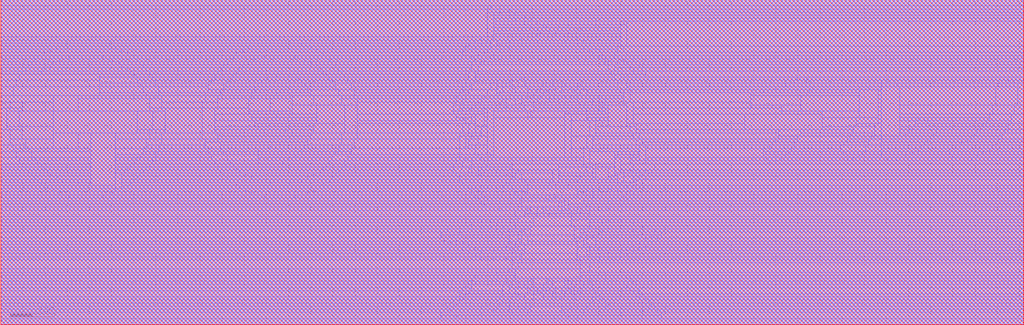
<source format=lef>
VERSION 5.7 ;
  NOWIREEXTENSIONATPIN ON ;
  DIVIDERCHAR "/" ;
  BUSBITCHARS "[]" ;
MACRO tt09ball4_logo
  CLASS BLOCK ;
  FOREIGN tt09ball4_logo ;
  ORIGIN 0.000 0.000 ;
  SIZE 92.400 BY 29.400 ;
  OBS
      LAYER met1 ;
        RECT 0.000 28.840 92.400 29.400 ;
        RECT 0.000 28.560 44.240 28.840 ;
      LAYER met1 ;
        RECT 44.240 28.560 45.080 28.840 ;
      LAYER met1 ;
        RECT 45.080 28.560 92.400 28.840 ;
        RECT 0.000 26.040 43.960 28.560 ;
      LAYER met1 ;
        RECT 43.960 28.280 45.920 28.560 ;
      LAYER met1 ;
        RECT 45.920 28.280 92.400 28.560 ;
      LAYER met1 ;
        RECT 43.960 26.040 44.520 28.280 ;
      LAYER met1 ;
        RECT 44.520 28.000 45.080 28.280 ;
      LAYER met1 ;
        RECT 45.080 28.000 46.480 28.280 ;
      LAYER met1 ;
        RECT 46.480 28.000 92.400 28.280 ;
        RECT 44.520 27.720 45.920 28.000 ;
      LAYER met1 ;
        RECT 45.920 27.720 47.320 28.000 ;
      LAYER met1 ;
        RECT 47.320 27.720 92.400 28.000 ;
        RECT 44.520 27.440 46.480 27.720 ;
      LAYER met1 ;
        RECT 46.480 27.440 47.880 27.720 ;
      LAYER met1 ;
        RECT 47.880 27.440 53.760 27.720 ;
      LAYER met1 ;
        RECT 53.760 27.440 56.280 27.720 ;
      LAYER met1 ;
        RECT 56.280 27.440 92.400 27.720 ;
        RECT 44.520 27.160 47.320 27.440 ;
      LAYER met1 ;
        RECT 47.320 27.160 48.440 27.440 ;
      LAYER met1 ;
        RECT 48.440 27.160 52.360 27.440 ;
      LAYER met1 ;
        RECT 52.360 27.160 56.560 27.440 ;
      LAYER met1 ;
        RECT 44.520 26.880 47.880 27.160 ;
      LAYER met1 ;
        RECT 47.880 26.880 49.000 27.160 ;
      LAYER met1 ;
        RECT 49.000 26.880 49.280 27.160 ;
      LAYER met1 ;
        RECT 49.280 26.880 50.400 27.160 ;
      LAYER met1 ;
        RECT 50.400 26.880 51.240 27.160 ;
      LAYER met1 ;
        RECT 51.240 26.880 53.760 27.160 ;
      LAYER met1 ;
        RECT 53.760 26.880 56.000 27.160 ;
        RECT 44.520 26.600 48.440 26.880 ;
      LAYER met1 ;
        RECT 48.440 26.600 52.360 26.880 ;
      LAYER met1 ;
        RECT 52.360 26.600 56.000 26.880 ;
        RECT 44.520 26.320 48.720 26.600 ;
      LAYER met1 ;
        RECT 48.720 26.320 49.560 26.600 ;
      LAYER met1 ;
        RECT 49.560 26.320 50.120 26.600 ;
      LAYER met1 ;
        RECT 50.120 26.320 51.240 26.600 ;
      LAYER met1 ;
        RECT 51.240 26.320 56.000 26.600 ;
        RECT 44.520 26.040 48.440 26.320 ;
      LAYER met1 ;
        RECT 48.440 26.040 50.960 26.320 ;
      LAYER met1 ;
        RECT 50.960 26.040 56.000 26.320 ;
        RECT 0.000 25.760 43.400 26.040 ;
      LAYER met1 ;
        RECT 43.400 25.760 44.520 26.040 ;
      LAYER met1 ;
        RECT 44.520 25.760 47.040 26.040 ;
      LAYER met1 ;
        RECT 47.040 25.760 52.080 26.040 ;
      LAYER met1 ;
        RECT 52.080 25.760 56.000 26.040 ;
        RECT 0.000 25.480 42.840 25.760 ;
      LAYER met1 ;
        RECT 42.840 25.480 43.960 25.760 ;
      LAYER met1 ;
        RECT 43.960 25.480 44.240 25.760 ;
        RECT 0.000 25.200 5.880 25.480 ;
      LAYER met1 ;
        RECT 5.880 25.200 9.800 25.480 ;
      LAYER met1 ;
        RECT 9.800 25.200 23.240 25.480 ;
      LAYER met1 ;
        RECT 23.240 25.200 27.160 25.480 ;
      LAYER met1 ;
        RECT 27.160 25.200 42.280 25.480 ;
      LAYER met1 ;
        RECT 42.280 25.200 43.400 25.480 ;
      LAYER met1 ;
        RECT 43.400 25.200 44.240 25.480 ;
      LAYER met1 ;
        RECT 44.240 25.200 44.800 25.760 ;
      LAYER met1 ;
        RECT 44.800 25.480 45.920 25.760 ;
      LAYER met1 ;
        RECT 45.920 25.480 48.440 25.760 ;
      LAYER met1 ;
        RECT 48.440 25.480 50.960 25.760 ;
      LAYER met1 ;
        RECT 50.960 25.480 52.640 25.760 ;
      LAYER met1 ;
        RECT 52.640 25.480 56.000 25.760 ;
        RECT 44.800 25.200 45.080 25.480 ;
      LAYER met1 ;
        RECT 45.080 25.200 47.040 25.480 ;
      LAYER met1 ;
        RECT 47.040 25.200 52.080 25.480 ;
      LAYER met1 ;
        RECT 52.080 25.200 53.200 25.480 ;
      LAYER met1 ;
        RECT 53.200 25.200 56.000 25.480 ;
      LAYER met1 ;
        RECT 56.000 25.200 56.560 27.160 ;
      LAYER met1 ;
        RECT 56.560 25.200 92.400 27.440 ;
        RECT 0.000 24.920 5.040 25.200 ;
      LAYER met1 ;
        RECT 5.040 24.920 10.360 25.200 ;
      LAYER met1 ;
        RECT 10.360 24.920 22.400 25.200 ;
      LAYER met1 ;
        RECT 22.400 24.920 28.000 25.200 ;
      LAYER met1 ;
        RECT 28.000 24.920 42.000 25.200 ;
      LAYER met1 ;
        RECT 42.000 24.920 42.840 25.200 ;
      LAYER met1 ;
        RECT 42.840 24.920 44.240 25.200 ;
      LAYER met1 ;
        RECT 44.240 24.920 45.920 25.200 ;
      LAYER met1 ;
        RECT 45.920 24.920 52.640 25.200 ;
      LAYER met1 ;
        RECT 52.640 24.920 53.760 25.200 ;
      LAYER met1 ;
        RECT 53.760 24.920 55.720 25.200 ;
        RECT 0.000 24.640 4.480 24.920 ;
      LAYER met1 ;
        RECT 4.480 24.640 10.920 24.920 ;
      LAYER met1 ;
        RECT 10.920 24.640 21.840 24.920 ;
      LAYER met1 ;
        RECT 21.840 24.640 28.560 24.920 ;
      LAYER met1 ;
        RECT 28.560 24.640 41.720 24.920 ;
      LAYER met1 ;
        RECT 41.720 24.640 42.560 24.920 ;
      LAYER met1 ;
        RECT 42.560 24.640 43.960 24.920 ;
      LAYER met1 ;
        RECT 43.960 24.640 45.080 24.920 ;
      LAYER met1 ;
        RECT 45.080 24.640 53.200 24.920 ;
      LAYER met1 ;
        RECT 53.200 24.640 54.040 24.920 ;
      LAYER met1 ;
        RECT 54.040 24.640 55.720 24.920 ;
      LAYER met1 ;
        RECT 55.720 24.640 56.280 25.200 ;
      LAYER met1 ;
        RECT 56.280 24.640 92.400 25.200 ;
        RECT 0.000 24.360 3.920 24.640 ;
      LAYER met1 ;
        RECT 3.920 24.360 11.480 24.640 ;
      LAYER met1 ;
        RECT 11.480 24.360 21.280 24.640 ;
      LAYER met1 ;
        RECT 21.280 24.360 29.120 24.640 ;
      LAYER met1 ;
        RECT 29.120 24.360 41.720 24.640 ;
      LAYER met1 ;
        RECT 41.720 24.360 43.120 24.640 ;
      LAYER met1 ;
        RECT 43.120 24.360 43.680 24.640 ;
      LAYER met1 ;
        RECT 43.680 24.360 44.520 24.640 ;
      LAYER met1 ;
        RECT 44.520 24.360 53.480 24.640 ;
      LAYER met1 ;
        RECT 53.480 24.360 54.320 24.640 ;
      LAYER met1 ;
        RECT 54.320 24.360 55.440 24.640 ;
      LAYER met1 ;
        RECT 55.440 24.360 56.560 24.640 ;
      LAYER met1 ;
        RECT 56.560 24.360 92.400 24.640 ;
        RECT 0.000 24.080 3.360 24.360 ;
      LAYER met1 ;
        RECT 3.360 24.080 6.160 24.360 ;
      LAYER met1 ;
        RECT 6.160 24.080 9.240 24.360 ;
      LAYER met1 ;
        RECT 9.240 24.080 12.040 24.360 ;
      LAYER met1 ;
        RECT 12.040 24.080 21.000 24.360 ;
      LAYER met1 ;
        RECT 21.000 24.080 23.800 24.360 ;
      LAYER met1 ;
        RECT 23.800 24.080 26.600 24.360 ;
      LAYER met1 ;
        RECT 26.600 24.080 29.400 24.360 ;
      LAYER met1 ;
        RECT 29.400 24.080 42.560 24.360 ;
      LAYER met1 ;
        RECT 42.560 24.080 44.240 24.360 ;
      LAYER met1 ;
        RECT 44.240 24.080 54.040 24.360 ;
      LAYER met1 ;
        RECT 54.040 24.080 54.600 24.360 ;
      LAYER met1 ;
        RECT 54.600 24.080 55.440 24.360 ;
      LAYER met1 ;
        RECT 55.440 24.080 56.840 24.360 ;
      LAYER met1 ;
        RECT 56.840 24.080 92.400 24.360 ;
        RECT 0.000 23.800 3.080 24.080 ;
      LAYER met1 ;
        RECT 3.080 23.800 5.320 24.080 ;
      LAYER met1 ;
        RECT 5.320 23.800 10.080 24.080 ;
      LAYER met1 ;
        RECT 10.080 23.800 12.320 24.080 ;
      LAYER met1 ;
        RECT 12.320 23.800 20.720 24.080 ;
      LAYER met1 ;
        RECT 20.720 23.800 22.960 24.080 ;
      LAYER met1 ;
        RECT 22.960 23.800 27.440 24.080 ;
      LAYER met1 ;
        RECT 27.440 23.800 29.680 24.080 ;
      LAYER met1 ;
        RECT 29.680 23.800 42.840 24.080 ;
      LAYER met1 ;
        RECT 42.840 23.800 43.680 24.080 ;
      LAYER met1 ;
        RECT 43.680 23.800 54.320 24.080 ;
      LAYER met1 ;
        RECT 54.320 23.800 54.880 24.080 ;
      LAYER met1 ;
        RECT 54.880 23.800 55.160 24.080 ;
      LAYER met1 ;
        RECT 55.160 23.800 56.000 24.080 ;
      LAYER met1 ;
        RECT 56.000 23.800 56.280 24.080 ;
      LAYER met1 ;
        RECT 56.280 23.800 57.120 24.080 ;
      LAYER met1 ;
        RECT 57.120 23.800 92.400 24.080 ;
        RECT 0.000 23.520 2.800 23.800 ;
      LAYER met1 ;
        RECT 2.800 23.520 4.760 23.800 ;
      LAYER met1 ;
        RECT 4.760 23.520 10.640 23.800 ;
      LAYER met1 ;
        RECT 10.640 23.520 12.600 23.800 ;
      LAYER met1 ;
        RECT 12.600 23.520 20.440 23.800 ;
      LAYER met1 ;
        RECT 20.440 23.520 22.400 23.800 ;
      LAYER met1 ;
        RECT 22.400 23.520 28.000 23.800 ;
      LAYER met1 ;
        RECT 28.000 23.520 29.960 23.800 ;
      LAYER met1 ;
        RECT 29.960 23.520 42.560 23.800 ;
      LAYER met1 ;
        RECT 42.560 23.520 43.400 23.800 ;
      LAYER met1 ;
        RECT 43.400 23.520 54.600 23.800 ;
      LAYER met1 ;
        RECT 54.600 23.520 55.720 23.800 ;
      LAYER met1 ;
        RECT 55.720 23.520 56.560 23.800 ;
      LAYER met1 ;
        RECT 56.560 23.520 57.400 23.800 ;
      LAYER met1 ;
        RECT 57.400 23.520 92.400 23.800 ;
        RECT 0.000 23.240 2.520 23.520 ;
      LAYER met1 ;
        RECT 2.520 23.240 4.480 23.520 ;
      LAYER met1 ;
        RECT 4.480 23.240 10.920 23.520 ;
      LAYER met1 ;
        RECT 10.920 23.240 12.880 23.520 ;
      LAYER met1 ;
        RECT 12.880 23.240 20.160 23.520 ;
      LAYER met1 ;
        RECT 20.160 23.240 21.840 23.520 ;
      LAYER met1 ;
        RECT 21.840 23.240 28.560 23.520 ;
      LAYER met1 ;
        RECT 28.560 23.240 30.240 23.520 ;
      LAYER met1 ;
        RECT 30.240 23.240 42.560 23.520 ;
        RECT 0.000 22.960 2.240 23.240 ;
      LAYER met1 ;
        RECT 2.240 22.960 3.920 23.240 ;
      LAYER met1 ;
        RECT 3.920 22.960 11.480 23.240 ;
      LAYER met1 ;
        RECT 11.480 22.960 13.160 23.240 ;
      LAYER met1 ;
        RECT 13.160 22.960 19.880 23.240 ;
      LAYER met1 ;
        RECT 19.880 22.960 21.560 23.240 ;
      LAYER met1 ;
        RECT 21.560 22.960 28.840 23.240 ;
      LAYER met1 ;
        RECT 28.840 22.960 30.520 23.240 ;
      LAYER met1 ;
        RECT 30.520 22.960 42.560 23.240 ;
      LAYER met1 ;
        RECT 42.560 22.960 43.120 23.520 ;
      LAYER met1 ;
        RECT 43.120 22.960 54.880 23.520 ;
      LAYER met1 ;
        RECT 54.880 22.960 55.440 23.520 ;
      LAYER met1 ;
        RECT 55.440 23.240 56.840 23.520 ;
      LAYER met1 ;
        RECT 56.840 23.240 57.680 23.520 ;
      LAYER met1 ;
        RECT 57.680 23.240 92.400 23.520 ;
        RECT 55.440 22.960 57.120 23.240 ;
      LAYER met1 ;
        RECT 57.120 22.960 57.960 23.240 ;
      LAYER met1 ;
        RECT 57.960 22.960 92.400 23.240 ;
        RECT 0.000 22.680 1.960 22.960 ;
      LAYER met1 ;
        RECT 1.960 22.680 3.640 22.960 ;
      LAYER met1 ;
        RECT 3.640 22.680 11.760 22.960 ;
      LAYER met1 ;
        RECT 11.760 22.680 13.440 22.960 ;
      LAYER met1 ;
        RECT 13.440 22.680 19.600 22.960 ;
      LAYER met1 ;
        RECT 19.600 22.680 21.280 22.960 ;
      LAYER met1 ;
        RECT 21.280 22.680 29.120 22.960 ;
      LAYER met1 ;
        RECT 29.120 22.680 30.800 22.960 ;
      LAYER met1 ;
        RECT 30.800 22.680 42.280 22.960 ;
        RECT 0.000 22.120 1.680 22.680 ;
      LAYER met1 ;
        RECT 1.680 22.120 8.960 22.680 ;
      LAYER met1 ;
        RECT 8.960 22.400 12.040 22.680 ;
      LAYER met1 ;
        RECT 12.040 22.400 13.440 22.680 ;
      LAYER met1 ;
        RECT 13.440 22.400 19.320 22.680 ;
      LAYER met1 ;
        RECT 19.320 22.400 21.000 22.680 ;
      LAYER met1 ;
        RECT 21.000 22.400 24.920 22.680 ;
      LAYER met1 ;
        RECT 24.920 22.400 26.040 22.680 ;
      LAYER met1 ;
        RECT 26.040 22.400 29.400 22.680 ;
      LAYER met1 ;
        RECT 29.400 22.400 31.080 22.680 ;
      LAYER met1 ;
        RECT 31.080 22.400 42.280 22.680 ;
        RECT 0.000 21.560 1.400 22.120 ;
      LAYER met1 ;
        RECT 1.400 21.560 8.960 22.120 ;
      LAYER met1 ;
        RECT 8.960 21.840 12.320 22.400 ;
      LAYER met1 ;
        RECT 12.320 22.120 13.720 22.400 ;
      LAYER met1 ;
        RECT 13.720 22.120 19.320 22.400 ;
      LAYER met1 ;
        RECT 19.320 22.120 20.720 22.400 ;
      LAYER met1 ;
        RECT 20.720 22.120 24.080 22.400 ;
      LAYER met1 ;
        RECT 24.080 22.120 26.880 22.400 ;
      LAYER met1 ;
        RECT 26.880 22.120 29.680 22.400 ;
      LAYER met1 ;
        RECT 29.680 22.120 31.360 22.400 ;
      LAYER met1 ;
        RECT 31.360 22.120 42.280 22.400 ;
      LAYER met1 ;
        RECT 42.280 22.120 42.840 22.960 ;
      LAYER met1 ;
        RECT 42.840 22.680 55.160 22.960 ;
      LAYER met1 ;
        RECT 55.160 22.680 55.720 22.960 ;
      LAYER met1 ;
        RECT 55.720 22.680 57.120 22.960 ;
      LAYER met1 ;
        RECT 57.120 22.680 58.240 22.960 ;
      LAYER met1 ;
        RECT 42.840 22.400 55.440 22.680 ;
        RECT 42.840 22.120 47.040 22.400 ;
      LAYER met1 ;
        RECT 47.040 22.120 47.320 22.400 ;
      LAYER met1 ;
        RECT 47.320 22.120 55.440 22.400 ;
      LAYER met1 ;
        RECT 55.440 22.120 56.000 22.680 ;
      LAYER met1 ;
        RECT 56.000 22.400 56.560 22.680 ;
      LAYER met1 ;
        RECT 56.560 22.400 58.240 22.680 ;
      LAYER met1 ;
        RECT 58.240 22.400 92.400 22.960 ;
        RECT 56.000 22.120 56.280 22.400 ;
      LAYER met1 ;
        RECT 56.280 22.120 57.400 22.400 ;
      LAYER met1 ;
        RECT 57.400 22.120 71.960 22.400 ;
      LAYER met1 ;
        RECT 71.960 22.120 72.800 22.400 ;
      LAYER met1 ;
        RECT 72.800 22.120 92.400 22.400 ;
      LAYER met1 ;
        RECT 12.320 21.840 14.000 22.120 ;
      LAYER met1 ;
        RECT 14.000 21.840 19.040 22.120 ;
      LAYER met1 ;
        RECT 19.040 21.840 20.440 22.120 ;
      LAYER met1 ;
        RECT 20.440 21.840 23.520 22.120 ;
      LAYER met1 ;
        RECT 23.520 21.840 27.160 22.120 ;
      LAYER met1 ;
        RECT 27.160 21.840 29.960 22.120 ;
      LAYER met1 ;
        RECT 29.960 21.840 31.360 22.120 ;
      LAYER met1 ;
        RECT 31.360 21.840 42.000 22.120 ;
      LAYER met1 ;
        RECT 42.000 21.840 42.840 22.120 ;
      LAYER met1 ;
        RECT 42.840 21.840 44.520 22.120 ;
      LAYER met1 ;
        RECT 44.520 21.840 44.800 22.120 ;
      LAYER met1 ;
        RECT 44.800 21.840 45.920 22.120 ;
      LAYER met1 ;
        RECT 45.920 21.840 46.200 22.120 ;
      LAYER met1 ;
        RECT 8.960 21.560 12.600 21.840 ;
      LAYER met1 ;
        RECT 12.600 21.560 14.000 21.840 ;
      LAYER met1 ;
        RECT 14.000 21.560 18.760 21.840 ;
        RECT 0.000 20.720 1.120 21.560 ;
      LAYER met1 ;
        RECT 1.120 20.720 8.960 21.560 ;
      LAYER met1 ;
        RECT 8.960 21.000 12.880 21.560 ;
      LAYER met1 ;
        RECT 12.880 21.000 14.280 21.560 ;
      LAYER met1 ;
        RECT 14.280 21.000 18.760 21.560 ;
      LAYER met1 ;
        RECT 18.760 21.280 20.160 21.840 ;
      LAYER met1 ;
        RECT 20.160 21.560 23.240 21.840 ;
      LAYER met1 ;
        RECT 23.240 21.560 27.440 21.840 ;
      LAYER met1 ;
        RECT 27.440 21.560 30.240 21.840 ;
        RECT 20.160 21.280 22.960 21.560 ;
      LAYER met1 ;
        RECT 22.960 21.280 27.720 21.560 ;
      LAYER met1 ;
        RECT 27.720 21.280 30.240 21.560 ;
      LAYER met1 ;
        RECT 30.240 21.280 31.640 21.840 ;
      LAYER met1 ;
        RECT 31.640 21.560 42.000 21.840 ;
      LAYER met1 ;
        RECT 42.000 21.560 42.560 21.840 ;
      LAYER met1 ;
        RECT 31.640 21.280 41.720 21.560 ;
      LAYER met1 ;
        RECT 41.720 21.280 42.560 21.560 ;
      LAYER met1 ;
        RECT 42.560 21.280 44.240 21.840 ;
      LAYER met1 ;
        RECT 44.240 21.280 44.800 21.840 ;
      LAYER met1 ;
        RECT 44.800 21.560 45.640 21.840 ;
      LAYER met1 ;
        RECT 45.640 21.560 46.200 21.840 ;
      LAYER met1 ;
        RECT 46.200 21.560 46.760 22.120 ;
      LAYER met1 ;
        RECT 46.760 21.560 47.320 22.120 ;
      LAYER met1 ;
        RECT 47.320 21.840 49.280 22.120 ;
      LAYER met1 ;
        RECT 49.280 21.840 49.840 22.120 ;
      LAYER met1 ;
        RECT 49.840 21.840 55.720 22.120 ;
      LAYER met1 ;
        RECT 55.720 21.840 56.840 22.120 ;
      LAYER met1 ;
        RECT 56.840 21.840 71.680 22.120 ;
      LAYER met1 ;
        RECT 71.680 21.840 72.800 22.120 ;
      LAYER met1 ;
        RECT 72.800 21.840 79.520 22.120 ;
      LAYER met1 ;
        RECT 79.520 21.840 80.080 22.120 ;
      LAYER met1 ;
        RECT 80.080 21.840 91.000 22.120 ;
      LAYER met1 ;
        RECT 91.000 21.840 91.560 22.120 ;
      LAYER met1 ;
        RECT 91.560 21.840 92.400 22.120 ;
        RECT 47.320 21.560 49.000 21.840 ;
      LAYER met1 ;
        RECT 49.000 21.560 49.840 21.840 ;
      LAYER met1 ;
        RECT 49.840 21.560 50.680 21.840 ;
      LAYER met1 ;
        RECT 50.680 21.560 50.960 21.840 ;
      LAYER met1 ;
        RECT 50.960 21.560 52.080 21.840 ;
      LAYER met1 ;
        RECT 52.080 21.560 52.360 21.840 ;
      LAYER met1 ;
        RECT 52.360 21.560 55.720 21.840 ;
      LAYER met1 ;
        RECT 18.760 21.000 19.880 21.280 ;
      LAYER met1 ;
        RECT 19.880 21.000 22.960 21.280 ;
      LAYER met1 ;
        RECT 22.960 21.000 28.000 21.280 ;
      LAYER met1 ;
        RECT 8.960 20.720 13.160 21.000 ;
      LAYER met1 ;
        RECT 13.160 20.720 14.280 21.000 ;
      LAYER met1 ;
        RECT 14.280 20.720 18.480 21.000 ;
      LAYER met1 ;
        RECT 18.480 20.720 19.880 21.000 ;
      LAYER met1 ;
        RECT 19.880 20.720 22.680 21.000 ;
      LAYER met1 ;
        RECT 22.680 20.720 24.920 21.000 ;
      LAYER met1 ;
        RECT 24.920 20.720 26.040 21.000 ;
      LAYER met1 ;
        RECT 26.040 20.720 28.000 21.000 ;
      LAYER met1 ;
        RECT 28.000 20.720 30.520 21.280 ;
      LAYER met1 ;
        RECT 30.520 20.720 31.920 21.280 ;
      LAYER met1 ;
        RECT 31.920 21.000 41.720 21.280 ;
      LAYER met1 ;
        RECT 41.720 21.000 42.280 21.280 ;
      LAYER met1 ;
        RECT 31.920 20.720 41.440 21.000 ;
      LAYER met1 ;
        RECT 41.440 20.720 42.280 21.000 ;
      LAYER met1 ;
        RECT 42.280 20.720 43.960 21.280 ;
      LAYER met1 ;
        RECT 43.960 20.720 44.800 21.280 ;
      LAYER met1 ;
        RECT 44.800 21.000 45.360 21.560 ;
      LAYER met1 ;
        RECT 45.360 21.000 46.200 21.560 ;
      LAYER met1 ;
        RECT 46.200 21.000 46.480 21.560 ;
      LAYER met1 ;
        RECT 46.480 21.000 47.600 21.560 ;
      LAYER met1 ;
        RECT 47.600 21.280 48.720 21.560 ;
      LAYER met1 ;
        RECT 48.720 21.280 50.120 21.560 ;
      LAYER met1 ;
        RECT 47.600 21.000 48.440 21.280 ;
      LAYER met1 ;
        RECT 48.440 21.000 49.280 21.280 ;
      LAYER met1 ;
        RECT 49.280 21.000 49.560 21.280 ;
      LAYER met1 ;
        RECT 49.560 21.000 50.120 21.280 ;
      LAYER met1 ;
        RECT 50.120 21.000 50.680 21.560 ;
      LAYER met1 ;
        RECT 50.680 21.280 51.520 21.560 ;
      LAYER met1 ;
        RECT 51.520 21.280 52.080 21.560 ;
      LAYER met1 ;
        RECT 52.080 21.280 52.640 21.560 ;
      LAYER met1 ;
        RECT 52.640 21.280 55.720 21.560 ;
      LAYER met1 ;
        RECT 55.720 21.280 56.560 21.840 ;
      LAYER met1 ;
        RECT 56.560 21.560 70.840 21.840 ;
      LAYER met1 ;
        RECT 70.840 21.560 73.080 21.840 ;
      LAYER met1 ;
        RECT 73.080 21.560 79.520 21.840 ;
      LAYER met1 ;
        RECT 79.520 21.560 80.920 21.840 ;
      LAYER met1 ;
        RECT 80.920 21.560 90.160 21.840 ;
      LAYER met1 ;
        RECT 90.160 21.560 91.840 21.840 ;
      LAYER met1 ;
        RECT 56.560 21.280 70.000 21.560 ;
      LAYER met1 ;
        RECT 70.000 21.280 73.360 21.560 ;
      LAYER met1 ;
        RECT 73.360 21.280 77.560 21.560 ;
      LAYER met1 ;
        RECT 77.560 21.280 78.400 21.560 ;
      LAYER met1 ;
        RECT 78.400 21.280 79.520 21.560 ;
      LAYER met1 ;
        RECT 50.680 21.000 51.800 21.280 ;
      LAYER met1 ;
        RECT 51.800 21.000 52.360 21.280 ;
        RECT 44.800 20.720 45.080 21.000 ;
      LAYER met1 ;
        RECT 45.080 20.720 47.600 21.000 ;
      LAYER met1 ;
        RECT 47.600 20.720 48.160 21.000 ;
      LAYER met1 ;
        RECT 48.160 20.720 49.000 21.000 ;
      LAYER met1 ;
        RECT 49.000 20.720 49.560 21.000 ;
      LAYER met1 ;
        RECT 49.560 20.720 52.080 21.000 ;
      LAYER met1 ;
        RECT 52.080 20.720 52.360 21.000 ;
      LAYER met1 ;
        RECT 52.360 20.720 52.920 21.280 ;
      LAYER met1 ;
        RECT 52.920 21.000 56.000 21.280 ;
      LAYER met1 ;
        RECT 56.000 21.000 56.840 21.280 ;
      LAYER met1 ;
        RECT 56.840 21.000 68.880 21.280 ;
      LAYER met1 ;
        RECT 68.880 21.000 73.080 21.280 ;
      LAYER met1 ;
        RECT 73.080 21.000 77.560 21.280 ;
        RECT 52.920 20.720 56.280 21.000 ;
        RECT 0.000 20.160 4.760 20.720 ;
        RECT 0.000 19.600 0.840 20.160 ;
      LAYER met1 ;
        RECT 0.840 19.600 1.960 20.160 ;
      LAYER met1 ;
        RECT 0.000 17.640 0.560 19.600 ;
      LAYER met1 ;
        RECT 0.560 19.320 1.960 19.600 ;
      LAYER met1 ;
        RECT 1.960 19.320 4.760 20.160 ;
      LAYER met1 ;
        RECT 4.760 19.320 7.000 20.720 ;
      LAYER met1 ;
        RECT 7.000 20.440 13.160 20.720 ;
      LAYER met1 ;
        RECT 13.160 20.440 14.560 20.720 ;
      LAYER met1 ;
        RECT 7.000 19.320 13.440 20.440 ;
      LAYER met1 ;
        RECT 13.440 19.600 14.560 20.440 ;
      LAYER met1 ;
        RECT 14.560 20.160 18.480 20.720 ;
      LAYER met1 ;
        RECT 18.480 20.160 19.600 20.720 ;
      LAYER met1 ;
        RECT 19.600 20.440 22.680 20.720 ;
      LAYER met1 ;
        RECT 22.680 20.440 24.640 20.720 ;
      LAYER met1 ;
        RECT 24.640 20.440 26.320 20.720 ;
        RECT 14.560 19.600 18.200 20.160 ;
      LAYER met1 ;
        RECT 18.200 19.600 19.600 20.160 ;
      LAYER met1 ;
        RECT 19.600 19.600 22.400 20.440 ;
      LAYER met1 ;
        RECT 13.440 19.320 14.840 19.600 ;
        RECT 0.560 17.920 1.680 19.320 ;
      LAYER met1 ;
        RECT 1.680 17.920 4.760 19.320 ;
      LAYER met1 ;
        RECT 0.560 17.640 1.960 17.920 ;
      LAYER met1 ;
        RECT 0.000 16.240 0.840 17.640 ;
      LAYER met1 ;
        RECT 0.840 16.800 1.960 17.640 ;
      LAYER met1 ;
        RECT 1.960 16.800 4.760 17.920 ;
      LAYER met1 ;
        RECT 4.760 17.360 12.320 19.320 ;
      LAYER met1 ;
        RECT 12.320 17.640 13.720 19.320 ;
      LAYER met1 ;
        RECT 13.720 17.640 14.840 19.320 ;
      LAYER met1 ;
        RECT 12.320 17.360 13.440 17.640 ;
      LAYER met1 ;
        RECT 13.440 17.360 14.840 17.640 ;
      LAYER met1 ;
        RECT 14.840 17.360 18.200 19.600 ;
      LAYER met1 ;
        RECT 18.200 17.360 19.320 19.600 ;
      LAYER met1 ;
        RECT 19.320 19.040 22.400 19.600 ;
      LAYER met1 ;
        RECT 22.400 19.320 24.360 20.440 ;
      LAYER met1 ;
        RECT 24.360 19.320 26.320 20.440 ;
      LAYER met1 ;
        RECT 26.320 19.880 28.280 20.720 ;
      LAYER met1 ;
        RECT 28.280 19.880 30.800 20.720 ;
      LAYER met1 ;
        RECT 30.800 20.440 31.920 20.720 ;
      LAYER met1 ;
        RECT 31.920 20.440 41.160 20.720 ;
      LAYER met1 ;
        RECT 41.160 20.440 42.000 20.720 ;
      LAYER met1 ;
        RECT 42.000 20.440 43.680 20.720 ;
      LAYER met1 ;
        RECT 43.680 20.440 46.760 20.720 ;
      LAYER met1 ;
        RECT 46.760 20.440 47.040 20.720 ;
      LAYER met1 ;
        RECT 47.040 20.440 47.600 20.720 ;
      LAYER met1 ;
        RECT 47.600 20.440 47.880 20.720 ;
      LAYER met1 ;
        RECT 47.880 20.440 48.720 20.720 ;
      LAYER met1 ;
        RECT 48.720 20.440 49.560 20.720 ;
      LAYER met1 ;
        RECT 49.560 20.440 50.960 20.720 ;
      LAYER met1 ;
        RECT 50.960 20.440 51.520 20.720 ;
      LAYER met1 ;
        RECT 51.520 20.440 53.200 20.720 ;
      LAYER met1 ;
        RECT 53.200 20.440 54.040 20.720 ;
      LAYER met1 ;
        RECT 54.040 20.440 54.320 20.720 ;
      LAYER met1 ;
        RECT 54.320 20.440 56.280 20.720 ;
      LAYER met1 ;
        RECT 30.800 19.880 32.200 20.440 ;
      LAYER met1 ;
        RECT 32.200 20.160 41.160 20.440 ;
      LAYER met1 ;
        RECT 41.160 20.160 41.720 20.440 ;
      LAYER met1 ;
        RECT 41.720 20.160 43.400 20.440 ;
      LAYER met1 ;
        RECT 43.400 20.160 45.360 20.440 ;
      LAYER met1 ;
        RECT 45.360 20.160 45.640 20.440 ;
      LAYER met1 ;
        RECT 22.400 19.040 24.640 19.320 ;
      LAYER met1 ;
        RECT 24.640 19.040 26.320 19.320 ;
      LAYER met1 ;
        RECT 26.320 19.040 28.560 19.880 ;
      LAYER met1 ;
        RECT 19.320 18.480 22.680 19.040 ;
      LAYER met1 ;
        RECT 22.680 18.760 24.920 19.040 ;
      LAYER met1 ;
        RECT 24.920 18.760 26.040 19.040 ;
      LAYER met1 ;
        RECT 26.040 18.760 28.560 19.040 ;
        RECT 22.680 18.480 28.560 18.760 ;
      LAYER met1 ;
        RECT 19.320 17.920 22.960 18.480 ;
      LAYER met1 ;
        RECT 22.960 18.200 28.560 18.480 ;
      LAYER met1 ;
        RECT 28.560 18.200 31.080 19.880 ;
      LAYER met1 ;
        RECT 22.960 17.920 28.280 18.200 ;
      LAYER met1 ;
        RECT 19.320 17.640 23.240 17.920 ;
      LAYER met1 ;
        RECT 23.240 17.640 28.280 17.920 ;
      LAYER met1 ;
        RECT 19.320 17.360 23.800 17.640 ;
      LAYER met1 ;
        RECT 23.800 17.360 25.760 17.640 ;
      LAYER met1 ;
        RECT 25.760 17.360 26.320 17.640 ;
      LAYER met1 ;
        RECT 26.320 17.360 28.280 17.640 ;
      LAYER met1 ;
        RECT 28.280 17.360 31.080 18.200 ;
      LAYER met1 ;
        RECT 31.080 17.360 32.200 19.880 ;
      LAYER met1 ;
        RECT 32.200 19.040 40.880 20.160 ;
      LAYER met1 ;
        RECT 40.880 19.880 41.720 20.160 ;
      LAYER met1 ;
        RECT 41.720 19.880 43.120 20.160 ;
      LAYER met1 ;
        RECT 43.120 19.880 45.080 20.160 ;
      LAYER met1 ;
        RECT 45.080 19.880 45.640 20.160 ;
      LAYER met1 ;
        RECT 45.640 19.880 46.480 20.440 ;
      LAYER met1 ;
        RECT 46.480 19.880 47.040 20.440 ;
      LAYER met1 ;
        RECT 47.040 20.160 48.440 20.440 ;
      LAYER met1 ;
        RECT 48.440 20.160 49.560 20.440 ;
      LAYER met1 ;
        RECT 49.560 20.160 50.400 20.440 ;
      LAYER met1 ;
        RECT 50.400 20.160 52.080 20.440 ;
      LAYER met1 ;
        RECT 52.080 20.160 53.480 20.440 ;
      LAYER met1 ;
        RECT 53.480 20.160 54.040 20.440 ;
      LAYER met1 ;
        RECT 54.040 20.160 54.600 20.440 ;
      LAYER met1 ;
        RECT 54.600 20.160 56.280 20.440 ;
      LAYER met1 ;
        RECT 56.280 20.160 56.840 21.000 ;
      LAYER met1 ;
        RECT 56.840 20.160 67.760 21.000 ;
      LAYER met1 ;
        RECT 67.760 20.720 72.800 21.000 ;
      LAYER met1 ;
        RECT 72.800 20.720 77.560 21.000 ;
      LAYER met1 ;
        RECT 47.040 19.880 48.160 20.160 ;
      LAYER met1 ;
        RECT 48.160 19.880 52.360 20.160 ;
      LAYER met1 ;
        RECT 52.360 19.880 53.480 20.160 ;
      LAYER met1 ;
        RECT 53.480 19.880 54.320 20.160 ;
      LAYER met1 ;
        RECT 54.320 19.880 54.600 20.160 ;
      LAYER met1 ;
        RECT 54.600 19.880 56.560 20.160 ;
      LAYER met1 ;
        RECT 40.880 19.320 41.440 19.880 ;
      LAYER met1 ;
        RECT 41.440 19.600 42.840 19.880 ;
      LAYER met1 ;
        RECT 42.840 19.600 44.800 19.880 ;
      LAYER met1 ;
        RECT 44.800 19.600 45.640 19.880 ;
      LAYER met1 ;
        RECT 45.640 19.600 46.200 19.880 ;
      LAYER met1 ;
        RECT 46.200 19.600 47.320 19.880 ;
        RECT 41.440 19.320 41.720 19.600 ;
      LAYER met1 ;
        RECT 41.720 19.320 42.280 19.600 ;
      LAYER met1 ;
        RECT 42.280 19.320 42.560 19.600 ;
      LAYER met1 ;
        RECT 42.560 19.320 43.680 19.600 ;
        RECT 40.880 19.040 43.680 19.320 ;
      LAYER met1 ;
        RECT 32.200 18.480 41.160 19.040 ;
      LAYER met1 ;
        RECT 41.160 18.760 42.560 19.040 ;
        RECT 41.160 18.480 41.720 18.760 ;
      LAYER met1 ;
        RECT 41.720 18.480 42.000 18.760 ;
        RECT 32.200 18.200 42.000 18.480 ;
      LAYER met1 ;
        RECT 42.000 18.200 42.560 18.760 ;
      LAYER met1 ;
        RECT 42.560 18.200 42.840 19.040 ;
        RECT 32.200 17.360 41.720 18.200 ;
      LAYER met1 ;
        RECT 41.720 17.360 42.280 18.200 ;
      LAYER met1 ;
        RECT 42.280 17.360 42.840 18.200 ;
      LAYER met1 ;
        RECT 42.840 17.920 43.680 19.040 ;
      LAYER met1 ;
        RECT 43.680 17.920 43.960 19.600 ;
      LAYER met1 ;
        RECT 42.840 17.360 43.400 17.920 ;
        RECT 0.840 16.240 2.240 16.800 ;
      LAYER met1 ;
        RECT 0.000 15.680 1.120 16.240 ;
      LAYER met1 ;
        RECT 1.120 15.960 2.240 16.240 ;
      LAYER met1 ;
        RECT 2.240 15.960 4.760 16.800 ;
      LAYER met1 ;
        RECT 4.760 15.960 7.000 17.360 ;
      LAYER met1 ;
        RECT 7.000 15.960 8.120 17.360 ;
      LAYER met1 ;
        RECT 1.120 15.680 2.520 15.960 ;
      LAYER met1 ;
        RECT 2.520 15.680 8.120 15.960 ;
        RECT 0.000 15.120 1.400 15.680 ;
      LAYER met1 ;
        RECT 1.400 15.120 2.800 15.680 ;
      LAYER met1 ;
        RECT 2.800 15.120 8.120 15.680 ;
        RECT 0.000 14.560 1.680 15.120 ;
      LAYER met1 ;
        RECT 1.680 14.840 3.080 15.120 ;
      LAYER met1 ;
        RECT 3.080 14.840 8.120 15.120 ;
      LAYER met1 ;
        RECT 1.680 14.560 3.360 14.840 ;
      LAYER met1 ;
        RECT 3.360 14.560 8.120 14.840 ;
        RECT 0.000 14.280 1.960 14.560 ;
      LAYER met1 ;
        RECT 1.960 14.280 3.640 14.560 ;
      LAYER met1 ;
        RECT 3.640 14.280 8.120 14.560 ;
        RECT 0.000 14.000 2.240 14.280 ;
      LAYER met1 ;
        RECT 2.240 14.000 3.920 14.280 ;
      LAYER met1 ;
        RECT 3.920 14.000 8.120 14.280 ;
        RECT 0.000 13.720 2.520 14.000 ;
      LAYER met1 ;
        RECT 2.520 13.720 4.200 14.000 ;
      LAYER met1 ;
        RECT 4.200 13.720 8.120 14.000 ;
        RECT 0.000 13.440 2.800 13.720 ;
      LAYER met1 ;
        RECT 2.800 13.440 4.480 13.720 ;
      LAYER met1 ;
        RECT 4.480 13.440 8.120 13.720 ;
        RECT 0.000 13.160 3.080 13.440 ;
      LAYER met1 ;
        RECT 3.080 13.160 5.040 13.440 ;
      LAYER met1 ;
        RECT 5.040 13.160 8.120 13.440 ;
        RECT 0.000 12.880 3.360 13.160 ;
      LAYER met1 ;
        RECT 3.360 12.880 5.600 13.160 ;
      LAYER met1 ;
        RECT 5.600 12.880 8.120 13.160 ;
        RECT 0.000 12.600 3.640 12.880 ;
      LAYER met1 ;
        RECT 3.640 12.600 7.000 12.880 ;
      LAYER met1 ;
        RECT 7.000 12.600 8.120 12.880 ;
      LAYER met1 ;
        RECT 8.120 12.600 10.360 17.360 ;
      LAYER met1 ;
        RECT 10.360 16.800 13.440 17.360 ;
      LAYER met1 ;
        RECT 13.440 16.800 14.560 17.360 ;
      LAYER met1 ;
        RECT 14.560 16.800 18.200 17.360 ;
      LAYER met1 ;
        RECT 18.200 16.800 19.600 17.360 ;
      LAYER met1 ;
        RECT 19.600 17.080 26.320 17.360 ;
      LAYER met1 ;
        RECT 26.320 17.080 28.000 17.360 ;
      LAYER met1 ;
        RECT 19.600 16.800 26.040 17.080 ;
      LAYER met1 ;
        RECT 26.040 16.800 28.000 17.080 ;
      LAYER met1 ;
        RECT 28.000 16.800 30.800 17.360 ;
      LAYER met1 ;
        RECT 30.800 16.800 32.200 17.360 ;
      LAYER met1 ;
        RECT 32.200 16.800 41.440 17.360 ;
      LAYER met1 ;
        RECT 41.440 17.080 42.280 17.360 ;
      LAYER met1 ;
        RECT 42.280 17.080 42.560 17.360 ;
      LAYER met1 ;
        RECT 42.560 17.080 43.400 17.360 ;
      LAYER met1 ;
        RECT 43.400 17.080 43.960 17.920 ;
        RECT 10.360 15.960 13.160 16.800 ;
      LAYER met1 ;
        RECT 13.160 16.240 14.560 16.800 ;
      LAYER met1 ;
        RECT 14.560 16.240 18.480 16.800 ;
      LAYER met1 ;
        RECT 18.480 16.520 19.600 16.800 ;
      LAYER met1 ;
        RECT 19.600 16.520 25.760 16.800 ;
      LAYER met1 ;
        RECT 25.760 16.520 27.720 16.800 ;
        RECT 13.160 15.960 14.280 16.240 ;
      LAYER met1 ;
        RECT 14.280 15.960 18.480 16.240 ;
      LAYER met1 ;
        RECT 18.480 15.960 19.880 16.520 ;
      LAYER met1 ;
        RECT 19.880 16.240 25.200 16.520 ;
      LAYER met1 ;
        RECT 25.200 16.240 27.720 16.520 ;
      LAYER met1 ;
        RECT 27.720 16.240 30.800 16.800 ;
      LAYER met1 ;
        RECT 30.800 16.240 31.920 16.800 ;
      LAYER met1 ;
        RECT 19.880 15.960 24.360 16.240 ;
      LAYER met1 ;
        RECT 24.360 15.960 27.440 16.240 ;
      LAYER met1 ;
        RECT 27.440 15.960 30.520 16.240 ;
      LAYER met1 ;
        RECT 30.520 15.960 31.920 16.240 ;
      LAYER met1 ;
        RECT 31.920 15.960 41.440 16.800 ;
      LAYER met1 ;
        RECT 41.440 15.960 42.000 17.080 ;
      LAYER met1 ;
        RECT 42.000 16.800 42.560 17.080 ;
      LAYER met1 ;
        RECT 42.560 16.800 43.120 17.080 ;
      LAYER met1 ;
        RECT 42.000 15.960 42.280 16.800 ;
      LAYER met1 ;
        RECT 42.280 16.240 43.120 16.800 ;
      LAYER met1 ;
        RECT 43.120 16.240 43.960 17.080 ;
      LAYER met1 ;
        RECT 42.280 15.960 42.840 16.240 ;
      LAYER met1 ;
        RECT 10.360 15.400 12.880 15.960 ;
      LAYER met1 ;
        RECT 12.880 15.680 14.280 15.960 ;
      LAYER met1 ;
        RECT 14.280 15.680 18.760 15.960 ;
      LAYER met1 ;
        RECT 18.760 15.680 19.880 15.960 ;
      LAYER met1 ;
        RECT 19.880 15.680 23.240 15.960 ;
      LAYER met1 ;
        RECT 23.240 15.680 27.160 15.960 ;
      LAYER met1 ;
        RECT 27.160 15.680 30.520 15.960 ;
      LAYER met1 ;
        RECT 30.520 15.680 31.640 15.960 ;
        RECT 12.880 15.400 14.000 15.680 ;
      LAYER met1 ;
        RECT 14.000 15.400 18.760 15.680 ;
      LAYER met1 ;
        RECT 18.760 15.400 20.160 15.680 ;
      LAYER met1 ;
        RECT 20.160 15.400 23.240 15.680 ;
      LAYER met1 ;
        RECT 23.240 15.400 26.880 15.680 ;
      LAYER met1 ;
        RECT 26.880 15.400 30.240 15.680 ;
      LAYER met1 ;
        RECT 30.240 15.400 31.640 15.680 ;
      LAYER met1 ;
        RECT 31.640 15.400 41.440 15.960 ;
      LAYER met1 ;
        RECT 41.440 15.400 42.840 15.960 ;
      LAYER met1 ;
        RECT 42.840 15.400 43.960 16.240 ;
      LAYER met1 ;
        RECT 43.960 15.400 44.520 19.600 ;
      LAYER met1 ;
        RECT 44.520 19.320 47.320 19.600 ;
      LAYER met1 ;
        RECT 47.320 19.320 48.160 19.880 ;
      LAYER met1 ;
        RECT 48.160 19.600 52.640 19.880 ;
      LAYER met1 ;
        RECT 52.640 19.600 53.760 19.880 ;
      LAYER met1 ;
        RECT 53.760 19.600 54.320 19.880 ;
      LAYER met1 ;
        RECT 54.320 19.600 54.880 19.880 ;
      LAYER met1 ;
        RECT 48.160 19.320 52.920 19.600 ;
      LAYER met1 ;
        RECT 52.920 19.320 54.040 19.600 ;
      LAYER met1 ;
        RECT 54.040 19.320 54.600 19.600 ;
        RECT 44.520 18.760 47.600 19.320 ;
      LAYER met1 ;
        RECT 47.600 18.760 47.880 19.320 ;
      LAYER met1 ;
        RECT 47.880 18.760 50.960 19.320 ;
      LAYER met1 ;
        RECT 50.960 19.040 51.240 19.320 ;
      LAYER met1 ;
        RECT 51.240 19.040 52.920 19.320 ;
      LAYER met1 ;
        RECT 52.920 19.040 54.320 19.320 ;
      LAYER met1 ;
        RECT 54.320 19.040 54.600 19.320 ;
      LAYER met1 ;
        RECT 54.600 19.040 54.880 19.600 ;
      LAYER met1 ;
        RECT 10.360 15.120 12.600 15.400 ;
      LAYER met1 ;
        RECT 12.600 15.120 14.000 15.400 ;
      LAYER met1 ;
        RECT 14.000 15.120 19.040 15.400 ;
        RECT 10.360 14.840 12.320 15.120 ;
      LAYER met1 ;
        RECT 12.320 14.840 13.720 15.120 ;
      LAYER met1 ;
        RECT 13.720 14.840 19.040 15.120 ;
      LAYER met1 ;
        RECT 19.040 14.840 20.440 15.400 ;
      LAYER met1 ;
        RECT 20.440 14.840 23.240 15.400 ;
      LAYER met1 ;
        RECT 23.240 15.120 26.600 15.400 ;
      LAYER met1 ;
        RECT 26.600 15.120 29.960 15.400 ;
      LAYER met1 ;
        RECT 23.240 14.840 26.040 15.120 ;
      LAYER met1 ;
        RECT 26.040 14.840 29.960 15.120 ;
      LAYER met1 ;
        RECT 29.960 14.840 31.360 15.400 ;
      LAYER met1 ;
        RECT 31.360 15.120 41.440 15.400 ;
      LAYER met1 ;
        RECT 41.440 15.120 43.120 15.400 ;
      LAYER met1 ;
        RECT 43.120 15.120 44.240 15.400 ;
      LAYER met1 ;
        RECT 44.240 15.120 44.520 15.400 ;
      LAYER met1 ;
        RECT 44.520 15.120 50.960 18.760 ;
      LAYER met1 ;
        RECT 50.960 15.120 51.520 19.040 ;
      LAYER met1 ;
        RECT 51.520 18.480 52.920 19.040 ;
      LAYER met1 ;
        RECT 52.920 18.760 54.880 19.040 ;
        RECT 52.920 18.480 53.760 18.760 ;
      LAYER met1 ;
        RECT 53.760 18.480 54.040 18.760 ;
      LAYER met1 ;
        RECT 54.040 18.480 54.880 18.760 ;
      LAYER met1 ;
        RECT 51.520 17.080 53.200 18.480 ;
      LAYER met1 ;
        RECT 53.200 17.080 53.760 18.480 ;
      LAYER met1 ;
        RECT 53.760 17.920 54.320 18.480 ;
      LAYER met1 ;
        RECT 54.320 17.920 54.880 18.480 ;
      LAYER met1 ;
        RECT 54.880 17.920 56.560 19.880 ;
      LAYER met1 ;
        RECT 56.560 18.200 57.120 20.160 ;
      LAYER met1 ;
        RECT 57.120 19.600 67.760 20.160 ;
      LAYER met1 ;
        RECT 67.760 19.880 72.240 20.720 ;
        RECT 67.760 19.600 69.720 19.880 ;
      LAYER met1 ;
        RECT 69.720 19.600 70.560 19.880 ;
        RECT 57.120 19.040 70.560 19.600 ;
      LAYER met1 ;
        RECT 70.560 19.320 72.240 19.880 ;
      LAYER met1 ;
        RECT 72.240 19.320 77.560 20.720 ;
      LAYER met1 ;
        RECT 70.560 19.040 74.200 19.320 ;
      LAYER met1 ;
        RECT 57.120 18.200 67.200 19.040 ;
      LAYER met1 ;
        RECT 56.560 17.920 57.400 18.200 ;
      LAYER met1 ;
        RECT 53.760 17.360 56.840 17.920 ;
      LAYER met1 ;
        RECT 56.840 17.360 57.400 17.920 ;
      LAYER met1 ;
        RECT 57.400 17.640 67.200 18.200 ;
      LAYER met1 ;
        RECT 67.200 17.640 74.200 19.040 ;
      LAYER met1 ;
        RECT 74.200 18.760 77.560 19.320 ;
      LAYER met1 ;
        RECT 77.560 18.760 79.240 21.280 ;
      LAYER met1 ;
        RECT 74.200 17.920 77.280 18.760 ;
      LAYER met1 ;
        RECT 77.280 18.200 79.240 18.760 ;
      LAYER met1 ;
        RECT 79.240 18.200 79.520 21.280 ;
      LAYER met1 ;
        RECT 77.280 17.920 78.960 18.200 ;
      LAYER met1 ;
        RECT 74.200 17.640 77.000 17.920 ;
        RECT 57.400 17.360 70.280 17.640 ;
        RECT 53.760 17.080 57.120 17.360 ;
        RECT 51.520 15.960 52.920 17.080 ;
      LAYER met1 ;
        RECT 52.920 15.960 53.480 17.080 ;
      LAYER met1 ;
        RECT 53.480 16.800 57.120 17.080 ;
      LAYER met1 ;
        RECT 57.120 16.800 57.680 17.360 ;
      LAYER met1 ;
        RECT 57.680 16.800 70.280 17.360 ;
      LAYER met1 ;
        RECT 70.280 17.080 72.240 17.640 ;
      LAYER met1 ;
        RECT 72.240 17.360 77.000 17.640 ;
      LAYER met1 ;
        RECT 77.000 17.360 78.960 17.920 ;
      LAYER met1 ;
        RECT 72.240 17.080 76.720 17.360 ;
      LAYER met1 ;
        RECT 76.720 17.080 78.960 17.360 ;
      LAYER met1 ;
        RECT 78.960 17.080 79.520 18.200 ;
      LAYER met1 ;
        RECT 79.520 17.080 81.200 21.560 ;
      LAYER met1 ;
        RECT 81.200 19.880 89.880 21.560 ;
      LAYER met1 ;
        RECT 89.880 19.880 91.840 21.560 ;
      LAYER met1 ;
        RECT 91.840 19.880 92.400 21.840 ;
        RECT 81.200 19.040 89.600 19.880 ;
      LAYER met1 ;
        RECT 89.600 19.040 91.560 19.880 ;
      LAYER met1 ;
        RECT 91.560 19.040 92.400 19.880 ;
        RECT 81.200 18.760 89.320 19.040 ;
        RECT 81.200 18.480 82.880 18.760 ;
      LAYER met1 ;
        RECT 82.880 18.480 83.440 18.760 ;
      LAYER met1 ;
        RECT 83.440 18.480 89.320 18.760 ;
      LAYER met1 ;
        RECT 89.320 18.480 91.280 19.040 ;
      LAYER met1 ;
        RECT 81.200 17.920 82.600 18.480 ;
      LAYER met1 ;
        RECT 82.600 18.200 83.720 18.480 ;
      LAYER met1 ;
        RECT 83.720 18.200 89.040 18.480 ;
      LAYER met1 ;
        RECT 89.040 18.200 91.280 18.480 ;
      LAYER met1 ;
        RECT 91.280 18.200 92.400 19.040 ;
      LAYER met1 ;
        RECT 82.600 17.920 84.280 18.200 ;
      LAYER met1 ;
        RECT 84.280 17.920 88.760 18.200 ;
      LAYER met1 ;
        RECT 88.760 17.920 91.000 18.200 ;
      LAYER met1 ;
        RECT 81.200 17.640 82.320 17.920 ;
      LAYER met1 ;
        RECT 82.320 17.640 84.560 17.920 ;
      LAYER met1 ;
        RECT 84.560 17.640 88.480 17.920 ;
      LAYER met1 ;
        RECT 88.480 17.640 91.000 17.920 ;
      LAYER met1 ;
        RECT 91.000 17.640 92.400 18.200 ;
        RECT 81.200 17.360 82.040 17.640 ;
      LAYER met1 ;
        RECT 82.040 17.360 84.560 17.640 ;
      LAYER met1 ;
        RECT 84.560 17.360 88.200 17.640 ;
      LAYER met1 ;
        RECT 88.200 17.360 90.720 17.640 ;
      LAYER met1 ;
        RECT 90.720 17.360 92.400 17.640 ;
        RECT 81.200 17.080 81.760 17.360 ;
      LAYER met1 ;
        RECT 81.760 17.080 84.280 17.360 ;
      LAYER met1 ;
        RECT 84.280 17.080 87.920 17.360 ;
      LAYER met1 ;
        RECT 87.920 17.080 90.440 17.360 ;
        RECT 70.280 16.800 71.960 17.080 ;
      LAYER met1 ;
        RECT 53.480 16.240 57.400 16.800 ;
      LAYER met1 ;
        RECT 57.400 16.240 57.960 16.800 ;
      LAYER met1 ;
        RECT 57.960 16.520 70.000 16.800 ;
      LAYER met1 ;
        RECT 70.000 16.520 71.960 16.800 ;
      LAYER met1 ;
        RECT 71.960 16.520 76.440 17.080 ;
      LAYER met1 ;
        RECT 76.440 16.800 78.680 17.080 ;
      LAYER met1 ;
        RECT 78.680 16.800 79.520 17.080 ;
      LAYER met1 ;
        RECT 79.520 16.800 84.000 17.080 ;
      LAYER met1 ;
        RECT 84.000 16.800 87.640 17.080 ;
      LAYER met1 ;
        RECT 87.640 16.800 90.440 17.080 ;
      LAYER met1 ;
        RECT 90.440 16.800 92.400 17.360 ;
      LAYER met1 ;
        RECT 76.440 16.520 78.400 16.800 ;
      LAYER met1 ;
        RECT 57.960 16.240 69.720 16.520 ;
      LAYER met1 ;
        RECT 69.720 16.240 71.680 16.520 ;
      LAYER met1 ;
        RECT 71.680 16.240 76.160 16.520 ;
      LAYER met1 ;
        RECT 76.160 16.240 78.400 16.520 ;
      LAYER met1 ;
        RECT 78.400 16.240 79.520 16.800 ;
      LAYER met1 ;
        RECT 79.520 16.520 83.720 16.800 ;
      LAYER met1 ;
        RECT 83.720 16.520 87.360 16.800 ;
      LAYER met1 ;
        RECT 87.360 16.520 90.160 16.800 ;
      LAYER met1 ;
        RECT 90.160 16.520 92.400 16.800 ;
      LAYER met1 ;
        RECT 79.520 16.240 83.440 16.520 ;
      LAYER met1 ;
        RECT 83.440 16.240 86.800 16.520 ;
      LAYER met1 ;
        RECT 86.800 16.240 89.880 16.520 ;
      LAYER met1 ;
        RECT 89.880 16.240 92.400 16.520 ;
        RECT 53.480 15.960 57.680 16.240 ;
        RECT 51.520 15.120 52.640 15.960 ;
        RECT 31.360 14.840 41.160 15.120 ;
      LAYER met1 ;
        RECT 41.160 14.840 42.000 15.120 ;
      LAYER met1 ;
        RECT 42.000 14.840 42.560 15.120 ;
      LAYER met1 ;
        RECT 42.560 14.840 43.400 15.120 ;
      LAYER met1 ;
        RECT 43.400 14.840 52.640 15.120 ;
        RECT 10.360 14.560 12.040 14.840 ;
      LAYER met1 ;
        RECT 12.040 14.560 13.720 14.840 ;
      LAYER met1 ;
        RECT 13.720 14.560 19.320 14.840 ;
      LAYER met1 ;
        RECT 19.320 14.560 20.720 14.840 ;
      LAYER met1 ;
        RECT 20.720 14.560 23.240 14.840 ;
      LAYER met1 ;
        RECT 23.240 14.560 25.480 14.840 ;
      LAYER met1 ;
        RECT 25.480 14.560 29.680 14.840 ;
      LAYER met1 ;
        RECT 29.680 14.560 31.080 14.840 ;
      LAYER met1 ;
        RECT 31.080 14.560 41.160 14.840 ;
      LAYER met1 ;
        RECT 41.160 14.560 41.720 14.840 ;
      LAYER met1 ;
        RECT 10.360 14.280 11.760 14.560 ;
      LAYER met1 ;
        RECT 11.760 14.280 13.440 14.560 ;
      LAYER met1 ;
        RECT 13.440 14.280 19.600 14.560 ;
      LAYER met1 ;
        RECT 19.600 14.280 21.000 14.560 ;
      LAYER met1 ;
        RECT 21.000 14.280 29.400 14.560 ;
      LAYER met1 ;
        RECT 29.400 14.280 31.080 14.560 ;
      LAYER met1 ;
        RECT 31.080 14.280 40.880 14.560 ;
      LAYER met1 ;
        RECT 40.880 14.280 41.720 14.560 ;
      LAYER met1 ;
        RECT 41.720 14.280 42.560 14.840 ;
      LAYER met1 ;
        RECT 42.560 14.560 43.680 14.840 ;
      LAYER met1 ;
        RECT 43.680 14.560 52.640 14.840 ;
      LAYER met1 ;
        RECT 52.640 14.560 53.200 15.960 ;
      LAYER met1 ;
        RECT 53.200 15.680 57.680 15.960 ;
        RECT 53.200 14.560 55.440 15.680 ;
      LAYER met1 ;
        RECT 55.440 15.120 55.720 15.680 ;
      LAYER met1 ;
        RECT 55.720 15.400 57.680 15.680 ;
        RECT 55.720 15.120 56.840 15.400 ;
      LAYER met1 ;
        RECT 56.840 15.120 57.120 15.400 ;
      LAYER met1 ;
        RECT 57.120 15.120 57.680 15.400 ;
      LAYER met1 ;
        RECT 42.560 14.280 43.960 14.560 ;
      LAYER met1 ;
        RECT 43.960 14.280 46.200 14.560 ;
        RECT 10.360 14.000 11.480 14.280 ;
      LAYER met1 ;
        RECT 11.480 14.000 13.160 14.280 ;
      LAYER met1 ;
        RECT 13.160 14.000 19.600 14.280 ;
      LAYER met1 ;
        RECT 19.600 14.000 21.280 14.280 ;
      LAYER met1 ;
        RECT 21.280 14.000 29.120 14.280 ;
      LAYER met1 ;
        RECT 29.120 14.000 30.800 14.280 ;
      LAYER met1 ;
        RECT 30.800 14.000 40.880 14.280 ;
        RECT 10.360 13.720 11.200 14.000 ;
      LAYER met1 ;
        RECT 11.200 13.720 12.880 14.000 ;
      LAYER met1 ;
        RECT 12.880 13.720 19.880 14.000 ;
      LAYER met1 ;
        RECT 19.880 13.720 21.560 14.000 ;
      LAYER met1 ;
        RECT 21.560 13.720 28.840 14.000 ;
      LAYER met1 ;
        RECT 28.840 13.720 30.520 14.000 ;
      LAYER met1 ;
        RECT 30.520 13.720 40.880 14.000 ;
      LAYER met1 ;
        RECT 40.880 13.720 42.280 14.280 ;
      LAYER met1 ;
        RECT 42.280 13.720 42.560 14.280 ;
      LAYER met1 ;
        RECT 42.560 13.720 43.120 14.280 ;
      LAYER met1 ;
        RECT 43.120 14.000 43.400 14.280 ;
      LAYER met1 ;
        RECT 43.400 14.000 44.520 14.280 ;
      LAYER met1 ;
        RECT 44.520 14.000 46.200 14.280 ;
      LAYER met1 ;
        RECT 46.200 14.000 50.400 14.560 ;
      LAYER met1 ;
        RECT 50.400 14.280 52.640 14.560 ;
      LAYER met1 ;
        RECT 52.640 14.280 53.480 14.560 ;
      LAYER met1 ;
        RECT 43.120 13.720 43.680 14.000 ;
      LAYER met1 ;
        RECT 43.680 13.720 44.800 14.000 ;
      LAYER met1 ;
        RECT 44.800 13.720 46.200 14.000 ;
      LAYER met1 ;
        RECT 46.200 13.720 46.760 14.000 ;
      LAYER met1 ;
        RECT 46.760 13.720 49.840 14.000 ;
        RECT 0.000 12.320 4.200 12.600 ;
      LAYER met1 ;
        RECT 4.200 12.320 10.360 12.600 ;
      LAYER met1 ;
        RECT 10.360 12.320 10.920 13.720 ;
      LAYER met1 ;
        RECT 10.920 13.440 12.600 13.720 ;
      LAYER met1 ;
        RECT 12.600 13.440 20.160 13.720 ;
      LAYER met1 ;
        RECT 20.160 13.440 22.120 13.720 ;
      LAYER met1 ;
        RECT 22.120 13.440 28.280 13.720 ;
      LAYER met1 ;
        RECT 28.280 13.440 30.240 13.720 ;
      LAYER met1 ;
        RECT 30.240 13.440 41.160 13.720 ;
      LAYER met1 ;
        RECT 41.160 13.440 43.120 13.720 ;
      LAYER met1 ;
        RECT 43.120 13.440 43.400 13.720 ;
      LAYER met1 ;
        RECT 43.400 13.440 45.640 13.720 ;
      LAYER met1 ;
        RECT 45.640 13.440 46.480 13.720 ;
      LAYER met1 ;
        RECT 10.920 13.160 12.320 13.440 ;
      LAYER met1 ;
        RECT 12.320 13.160 20.440 13.440 ;
      LAYER met1 ;
        RECT 20.440 13.160 22.680 13.440 ;
      LAYER met1 ;
        RECT 22.680 13.160 27.720 13.440 ;
      LAYER met1 ;
        RECT 27.720 13.160 29.960 13.440 ;
      LAYER met1 ;
        RECT 29.960 13.160 41.440 13.440 ;
      LAYER met1 ;
        RECT 41.440 13.160 46.200 13.440 ;
      LAYER met1 ;
        RECT 46.200 13.160 46.480 13.440 ;
      LAYER met1 ;
        RECT 46.480 13.160 47.040 13.720 ;
      LAYER met1 ;
        RECT 47.040 13.160 49.840 13.720 ;
      LAYER met1 ;
        RECT 10.920 12.880 12.040 13.160 ;
      LAYER met1 ;
        RECT 12.040 12.880 20.720 13.160 ;
      LAYER met1 ;
        RECT 20.720 12.880 23.240 13.160 ;
      LAYER met1 ;
        RECT 23.240 12.880 27.160 13.160 ;
      LAYER met1 ;
        RECT 27.160 12.880 29.680 13.160 ;
      LAYER met1 ;
        RECT 29.680 12.880 41.440 13.160 ;
      LAYER met1 ;
        RECT 41.440 12.880 47.320 13.160 ;
      LAYER met1 ;
        RECT 47.320 12.880 49.840 13.160 ;
      LAYER met1 ;
        RECT 49.840 12.880 50.400 14.000 ;
      LAYER met1 ;
        RECT 50.400 13.720 52.920 14.280 ;
      LAYER met1 ;
        RECT 52.920 13.720 53.480 14.280 ;
      LAYER met1 ;
        RECT 50.400 13.440 52.640 13.720 ;
      LAYER met1 ;
        RECT 52.640 13.440 53.480 13.720 ;
      LAYER met1 ;
        RECT 50.400 13.160 52.360 13.440 ;
      LAYER met1 ;
        RECT 52.360 13.160 53.480 13.440 ;
      LAYER met1 ;
        RECT 53.480 13.160 53.760 14.560 ;
      LAYER met1 ;
        RECT 53.760 14.280 54.320 14.560 ;
      LAYER met1 ;
        RECT 54.320 14.280 55.440 14.560 ;
      LAYER met1 ;
        RECT 53.760 13.160 54.880 14.280 ;
      LAYER met1 ;
        RECT 54.880 13.440 55.440 14.280 ;
      LAYER met1 ;
        RECT 55.440 13.720 56.000 15.120 ;
      LAYER met1 ;
        RECT 56.000 14.560 56.840 15.120 ;
      LAYER met1 ;
        RECT 56.840 14.840 57.400 15.120 ;
      LAYER met1 ;
        RECT 57.400 14.840 57.680 15.120 ;
      LAYER met1 ;
        RECT 57.680 14.840 58.240 16.240 ;
      LAYER met1 ;
        RECT 58.240 15.960 69.440 16.240 ;
      LAYER met1 ;
        RECT 69.440 15.960 71.680 16.240 ;
      LAYER met1 ;
        RECT 71.680 15.960 75.880 16.240 ;
        RECT 58.240 15.120 68.880 15.960 ;
      LAYER met1 ;
        RECT 68.880 15.680 71.400 15.960 ;
      LAYER met1 ;
        RECT 71.400 15.680 75.880 15.960 ;
      LAYER met1 ;
        RECT 75.880 15.680 78.120 16.240 ;
      LAYER met1 ;
        RECT 78.120 15.680 79.520 16.240 ;
      LAYER met1 ;
        RECT 79.520 15.960 83.160 16.240 ;
      LAYER met1 ;
        RECT 83.160 15.960 86.240 16.240 ;
      LAYER met1 ;
        RECT 86.240 15.960 89.600 16.240 ;
      LAYER met1 ;
        RECT 89.600 15.960 92.400 16.240 ;
      LAYER met1 ;
        RECT 79.520 15.680 82.880 15.960 ;
      LAYER met1 ;
        RECT 82.880 15.680 85.680 15.960 ;
      LAYER met1 ;
        RECT 85.680 15.680 89.320 15.960 ;
      LAYER met1 ;
        RECT 89.320 15.680 92.400 15.960 ;
      LAYER met1 ;
        RECT 68.880 15.400 71.120 15.680 ;
      LAYER met1 ;
        RECT 71.120 15.400 76.160 15.680 ;
      LAYER met1 ;
        RECT 76.160 15.400 77.840 15.680 ;
      LAYER met1 ;
        RECT 77.840 15.400 79.520 15.680 ;
      LAYER met1 ;
        RECT 79.520 15.400 82.320 15.680 ;
      LAYER met1 ;
        RECT 82.320 15.400 85.680 15.680 ;
      LAYER met1 ;
        RECT 85.680 15.400 88.760 15.680 ;
      LAYER met1 ;
        RECT 88.760 15.400 92.400 15.680 ;
      LAYER met1 ;
        RECT 68.880 15.120 70.840 15.400 ;
      LAYER met1 ;
        RECT 70.840 15.120 76.440 15.400 ;
      LAYER met1 ;
        RECT 76.440 15.120 77.560 15.400 ;
      LAYER met1 ;
        RECT 77.560 15.120 79.520 15.400 ;
      LAYER met1 ;
        RECT 79.520 15.120 81.760 15.400 ;
      LAYER met1 ;
        RECT 81.760 15.120 85.960 15.400 ;
      LAYER met1 ;
        RECT 85.960 15.120 88.200 15.400 ;
      LAYER met1 ;
        RECT 88.200 15.120 92.400 15.400 ;
        RECT 58.240 14.840 69.160 15.120 ;
      LAYER met1 ;
        RECT 69.160 14.840 70.560 15.120 ;
      LAYER met1 ;
        RECT 70.560 14.840 76.440 15.120 ;
      LAYER met1 ;
        RECT 76.440 14.840 77.000 15.120 ;
      LAYER met1 ;
        RECT 77.000 14.840 80.080 15.120 ;
      LAYER met1 ;
        RECT 80.080 14.840 80.920 15.120 ;
      LAYER met1 ;
        RECT 80.920 14.840 86.240 15.120 ;
      LAYER met1 ;
        RECT 86.240 14.840 87.640 15.120 ;
      LAYER met1 ;
        RECT 87.640 14.840 92.400 15.120 ;
      LAYER met1 ;
        RECT 56.840 14.560 58.240 14.840 ;
      LAYER met1 ;
        RECT 58.240 14.560 69.440 14.840 ;
      LAYER met1 ;
        RECT 69.440 14.560 70.000 14.840 ;
      LAYER met1 ;
        RECT 70.000 14.560 92.400 14.840 ;
        RECT 56.000 14.000 57.120 14.560 ;
      LAYER met1 ;
        RECT 57.120 14.000 59.080 14.560 ;
      LAYER met1 ;
        RECT 59.080 14.000 92.400 14.560 ;
        RECT 56.000 13.720 56.280 14.000 ;
      LAYER met1 ;
        RECT 56.280 13.720 56.840 14.000 ;
      LAYER met1 ;
        RECT 56.840 13.720 57.120 14.000 ;
      LAYER met1 ;
        RECT 57.120 13.720 57.680 14.000 ;
      LAYER met1 ;
        RECT 57.680 13.720 58.240 14.000 ;
      LAYER met1 ;
        RECT 58.240 13.720 58.800 14.000 ;
      LAYER met1 ;
        RECT 58.800 13.720 92.400 14.000 ;
      LAYER met1 ;
        RECT 55.440 13.440 55.720 13.720 ;
      LAYER met1 ;
        RECT 54.880 13.160 55.160 13.440 ;
      LAYER met1 ;
        RECT 55.160 13.160 55.720 13.440 ;
      LAYER met1 ;
        RECT 50.400 12.880 52.080 13.160 ;
      LAYER met1 ;
        RECT 52.080 12.880 55.720 13.160 ;
      LAYER met1 ;
        RECT 55.720 12.880 56.280 13.720 ;
      LAYER met1 ;
        RECT 56.280 13.440 57.400 13.720 ;
      LAYER met1 ;
        RECT 57.400 13.440 57.960 13.720 ;
      LAYER met1 ;
        RECT 57.960 13.440 58.520 13.720 ;
      LAYER met1 ;
        RECT 58.520 13.440 92.400 13.720 ;
      LAYER met1 ;
        RECT 56.280 12.880 57.120 13.440 ;
      LAYER met1 ;
        RECT 57.120 13.160 57.680 13.440 ;
      LAYER met1 ;
        RECT 57.680 13.160 58.240 13.440 ;
      LAYER met1 ;
        RECT 58.240 13.160 92.400 13.440 ;
        RECT 57.120 12.880 57.400 13.160 ;
      LAYER met1 ;
        RECT 10.920 12.600 11.760 12.880 ;
      LAYER met1 ;
        RECT 11.760 12.600 21.280 12.880 ;
      LAYER met1 ;
        RECT 21.280 12.600 24.360 12.880 ;
      LAYER met1 ;
        RECT 24.360 12.600 26.040 12.880 ;
      LAYER met1 ;
        RECT 26.040 12.600 29.120 12.880 ;
      LAYER met1 ;
        RECT 29.120 12.600 41.720 12.880 ;
      LAYER met1 ;
        RECT 41.720 12.600 45.640 12.880 ;
      LAYER met1 ;
        RECT 45.640 12.600 45.920 12.880 ;
      LAYER met1 ;
        RECT 45.920 12.600 47.600 12.880 ;
      LAYER met1 ;
        RECT 47.600 12.600 49.560 12.880 ;
      LAYER met1 ;
        RECT 49.560 12.600 50.120 12.880 ;
      LAYER met1 ;
        RECT 50.120 12.600 51.240 12.880 ;
      LAYER met1 ;
        RECT 51.240 12.600 55.720 12.880 ;
      LAYER met1 ;
        RECT 55.720 12.600 56.000 12.880 ;
      LAYER met1 ;
        RECT 56.000 12.600 56.840 12.880 ;
      LAYER met1 ;
        RECT 56.840 12.600 57.400 12.880 ;
      LAYER met1 ;
        RECT 57.400 12.600 57.960 13.160 ;
      LAYER met1 ;
        RECT 57.960 12.600 92.400 13.160 ;
      LAYER met1 ;
        RECT 10.920 12.320 11.480 12.600 ;
      LAYER met1 ;
        RECT 11.480 12.320 21.560 12.600 ;
      LAYER met1 ;
        RECT 21.560 12.320 28.840 12.600 ;
      LAYER met1 ;
        RECT 28.840 12.320 42.280 12.600 ;
      LAYER met1 ;
        RECT 42.280 12.320 42.840 12.600 ;
      LAYER met1 ;
        RECT 42.840 12.320 43.400 12.600 ;
      LAYER met1 ;
        RECT 43.400 12.320 43.960 12.600 ;
      LAYER met1 ;
        RECT 43.960 12.320 44.800 12.600 ;
      LAYER met1 ;
        RECT 44.800 12.320 45.360 12.600 ;
      LAYER met1 ;
        RECT 45.360 12.320 46.200 12.600 ;
      LAYER met1 ;
        RECT 46.200 12.320 52.360 12.600 ;
      LAYER met1 ;
        RECT 52.360 12.320 52.640 12.600 ;
      LAYER met1 ;
        RECT 52.640 12.320 56.560 12.600 ;
      LAYER met1 ;
        RECT 56.560 12.320 57.120 12.600 ;
      LAYER met1 ;
        RECT 57.120 12.320 57.680 12.600 ;
      LAYER met1 ;
        RECT 57.680 12.320 92.400 12.600 ;
        RECT 0.000 12.040 4.760 12.320 ;
      LAYER met1 ;
        RECT 4.760 12.040 10.360 12.320 ;
      LAYER met1 ;
        RECT 10.360 12.040 22.120 12.320 ;
      LAYER met1 ;
        RECT 22.120 12.040 28.280 12.320 ;
      LAYER met1 ;
        RECT 28.280 12.040 42.560 12.320 ;
      LAYER met1 ;
        RECT 42.560 12.040 43.120 12.320 ;
      LAYER met1 ;
        RECT 43.120 12.040 46.200 12.320 ;
      LAYER met1 ;
        RECT 46.200 12.040 47.040 12.320 ;
      LAYER met1 ;
        RECT 47.040 12.040 47.600 12.320 ;
        RECT 0.000 11.760 5.320 12.040 ;
      LAYER met1 ;
        RECT 5.320 11.760 10.080 12.040 ;
      LAYER met1 ;
        RECT 10.080 11.760 22.680 12.040 ;
      LAYER met1 ;
        RECT 22.680 11.760 27.720 12.040 ;
      LAYER met1 ;
        RECT 27.720 11.760 42.560 12.040 ;
      LAYER met1 ;
        RECT 42.560 11.760 43.400 12.040 ;
      LAYER met1 ;
        RECT 43.400 11.760 46.480 12.040 ;
      LAYER met1 ;
        RECT 46.480 11.760 47.320 12.040 ;
      LAYER met1 ;
        RECT 47.320 11.760 47.600 12.040 ;
      LAYER met1 ;
        RECT 47.600 11.760 52.080 12.320 ;
      LAYER met1 ;
        RECT 52.080 12.040 52.920 12.320 ;
      LAYER met1 ;
        RECT 52.920 12.040 53.480 12.320 ;
      LAYER met1 ;
        RECT 53.480 12.040 54.040 12.320 ;
      LAYER met1 ;
        RECT 54.040 12.040 54.880 12.320 ;
      LAYER met1 ;
        RECT 54.880 12.040 55.160 12.320 ;
      LAYER met1 ;
        RECT 55.160 12.040 55.720 12.320 ;
      LAYER met1 ;
        RECT 55.720 12.040 56.840 12.320 ;
      LAYER met1 ;
        RECT 56.840 12.040 57.400 12.320 ;
      LAYER met1 ;
        RECT 57.400 12.040 92.400 12.320 ;
        RECT 52.080 11.760 52.640 12.040 ;
      LAYER met1 ;
        RECT 52.640 11.760 53.480 12.040 ;
      LAYER met1 ;
        RECT 53.480 11.760 56.560 12.040 ;
      LAYER met1 ;
        RECT 56.560 11.760 57.120 12.040 ;
      LAYER met1 ;
        RECT 57.120 11.760 92.400 12.040 ;
        RECT 0.000 11.480 6.160 11.760 ;
      LAYER met1 ;
        RECT 6.160 11.480 9.240 11.760 ;
      LAYER met1 ;
        RECT 9.240 11.480 23.800 11.760 ;
      LAYER met1 ;
        RECT 23.800 11.480 26.600 11.760 ;
      LAYER met1 ;
        RECT 26.600 11.480 42.840 11.760 ;
      LAYER met1 ;
        RECT 42.840 11.480 43.680 11.760 ;
      LAYER met1 ;
        RECT 43.680 11.480 46.760 11.760 ;
      LAYER met1 ;
        RECT 46.760 11.480 49.280 11.760 ;
      LAYER met1 ;
        RECT 0.000 11.200 43.120 11.480 ;
      LAYER met1 ;
        RECT 43.120 11.200 43.960 11.480 ;
      LAYER met1 ;
        RECT 43.960 11.200 47.040 11.480 ;
      LAYER met1 ;
        RECT 47.040 11.200 49.280 11.480 ;
      LAYER met1 ;
        RECT 49.280 11.200 49.560 11.760 ;
      LAYER met1 ;
        RECT 49.560 11.480 50.120 11.760 ;
      LAYER met1 ;
        RECT 50.120 11.480 50.680 11.760 ;
      LAYER met1 ;
        RECT 50.680 11.480 52.920 11.760 ;
      LAYER met1 ;
        RECT 52.920 11.480 53.200 11.760 ;
      LAYER met1 ;
        RECT 53.200 11.480 53.480 11.760 ;
      LAYER met1 ;
        RECT 53.480 11.480 56.280 11.760 ;
      LAYER met1 ;
        RECT 56.280 11.480 56.840 11.760 ;
      LAYER met1 ;
        RECT 56.840 11.480 92.400 11.760 ;
      LAYER met1 ;
        RECT 49.560 11.200 50.960 11.480 ;
      LAYER met1 ;
        RECT 0.000 10.920 43.400 11.200 ;
      LAYER met1 ;
        RECT 43.400 10.920 45.080 11.200 ;
      LAYER met1 ;
        RECT 45.080 10.920 47.040 11.200 ;
        RECT 0.000 10.640 43.680 10.920 ;
      LAYER met1 ;
        RECT 43.680 10.640 46.760 10.920 ;
      LAYER met1 ;
        RECT 46.760 10.640 47.040 10.920 ;
      LAYER met1 ;
        RECT 47.040 10.640 50.400 11.200 ;
      LAYER met1 ;
        RECT 50.400 10.640 50.680 11.200 ;
      LAYER met1 ;
        RECT 50.680 10.640 50.960 11.200 ;
      LAYER met1 ;
        RECT 0.000 10.360 45.080 10.640 ;
      LAYER met1 ;
        RECT 45.080 10.360 47.600 10.640 ;
      LAYER met1 ;
        RECT 47.600 10.360 47.880 10.640 ;
        RECT 0.000 9.800 46.480 10.360 ;
      LAYER met1 ;
        RECT 46.480 9.800 47.320 10.360 ;
      LAYER met1 ;
        RECT 47.320 10.080 47.880 10.360 ;
      LAYER met1 ;
        RECT 47.880 10.080 48.440 10.640 ;
      LAYER met1 ;
        RECT 48.440 10.080 49.000 10.640 ;
      LAYER met1 ;
        RECT 49.000 10.360 50.960 10.640 ;
      LAYER met1 ;
        RECT 50.960 10.360 51.240 11.480 ;
      LAYER met1 ;
        RECT 51.240 10.920 52.640 11.480 ;
      LAYER met1 ;
        RECT 52.640 11.200 56.000 11.480 ;
      LAYER met1 ;
        RECT 56.000 11.200 56.560 11.480 ;
      LAYER met1 ;
        RECT 56.560 11.200 92.400 11.480 ;
        RECT 52.640 10.920 54.880 11.200 ;
      LAYER met1 ;
        RECT 54.880 10.920 56.280 11.200 ;
      LAYER met1 ;
        RECT 56.280 10.920 92.400 11.200 ;
      LAYER met1 ;
        RECT 51.240 10.640 52.920 10.920 ;
      LAYER met1 ;
        RECT 52.920 10.640 53.200 10.920 ;
      LAYER met1 ;
        RECT 53.200 10.640 56.000 10.920 ;
      LAYER met1 ;
        RECT 56.000 10.640 92.400 10.920 ;
      LAYER met1 ;
        RECT 51.240 10.360 52.080 10.640 ;
        RECT 49.000 10.080 50.680 10.360 ;
      LAYER met1 ;
        RECT 50.680 10.080 51.520 10.360 ;
      LAYER met1 ;
        RECT 51.520 10.080 52.080 10.360 ;
      LAYER met1 ;
        RECT 52.080 10.080 52.360 10.640 ;
      LAYER met1 ;
        RECT 52.360 10.360 54.880 10.640 ;
      LAYER met1 ;
        RECT 54.880 10.360 92.400 10.640 ;
      LAYER met1 ;
        RECT 52.360 10.080 53.200 10.360 ;
      LAYER met1 ;
        RECT 47.320 9.800 47.600 10.080 ;
      LAYER met1 ;
        RECT 47.600 9.800 48.440 10.080 ;
      LAYER met1 ;
        RECT 48.440 9.800 49.560 10.080 ;
      LAYER met1 ;
        RECT 49.560 9.800 50.120 10.080 ;
      LAYER met1 ;
        RECT 50.120 9.800 51.520 10.080 ;
      LAYER met1 ;
        RECT 51.520 9.800 53.200 10.080 ;
      LAYER met1 ;
        RECT 53.200 9.800 92.400 10.360 ;
        RECT 0.000 9.520 46.760 9.800 ;
        RECT 0.000 9.240 43.400 9.520 ;
      LAYER met1 ;
        RECT 43.400 9.240 44.240 9.520 ;
      LAYER met1 ;
        RECT 44.240 9.240 46.760 9.520 ;
      LAYER met1 ;
        RECT 46.760 9.240 48.160 9.800 ;
      LAYER met1 ;
        RECT 0.000 8.960 42.560 9.240 ;
      LAYER met1 ;
        RECT 42.560 8.960 44.800 9.240 ;
      LAYER met1 ;
        RECT 44.800 8.960 46.480 9.240 ;
      LAYER met1 ;
        RECT 46.480 8.960 48.160 9.240 ;
      LAYER met1 ;
        RECT 48.160 8.960 51.520 9.800 ;
      LAYER met1 ;
        RECT 51.520 9.520 52.920 9.800 ;
      LAYER met1 ;
        RECT 52.920 9.520 92.400 9.800 ;
      LAYER met1 ;
        RECT 51.520 8.960 53.200 9.520 ;
      LAYER met1 ;
        RECT 53.200 9.240 54.880 9.520 ;
      LAYER met1 ;
        RECT 54.880 9.240 56.000 9.520 ;
      LAYER met1 ;
        RECT 56.000 9.240 92.400 9.520 ;
        RECT 53.200 8.960 54.320 9.240 ;
      LAYER met1 ;
        RECT 54.320 8.960 57.120 9.240 ;
      LAYER met1 ;
        RECT 57.120 8.960 92.400 9.240 ;
        RECT 0.000 8.680 41.440 8.960 ;
      LAYER met1 ;
        RECT 41.440 8.680 43.400 8.960 ;
      LAYER met1 ;
        RECT 43.400 8.680 44.240 8.960 ;
      LAYER met1 ;
        RECT 44.240 8.680 45.360 8.960 ;
      LAYER met1 ;
        RECT 45.360 8.680 46.480 8.960 ;
      LAYER met1 ;
        RECT 46.480 8.680 47.880 8.960 ;
      LAYER met1 ;
        RECT 0.000 8.400 40.320 8.680 ;
      LAYER met1 ;
        RECT 40.320 8.400 42.560 8.680 ;
      LAYER met1 ;
        RECT 42.560 8.400 44.800 8.680 ;
      LAYER met1 ;
        RECT 44.800 8.400 45.920 8.680 ;
      LAYER met1 ;
        RECT 45.920 8.400 46.200 8.680 ;
      LAYER met1 ;
        RECT 46.200 8.400 47.040 8.680 ;
      LAYER met1 ;
        RECT 47.040 8.400 47.320 8.680 ;
        RECT 0.000 7.840 39.760 8.400 ;
      LAYER met1 ;
        RECT 39.760 8.120 41.440 8.400 ;
      LAYER met1 ;
        RECT 41.440 8.120 45.360 8.400 ;
      LAYER met1 ;
        RECT 45.360 8.120 46.760 8.400 ;
      LAYER met1 ;
        RECT 46.760 8.120 47.320 8.400 ;
      LAYER met1 ;
        RECT 47.320 8.120 47.880 8.680 ;
      LAYER met1 ;
        RECT 47.880 8.120 51.800 8.960 ;
      LAYER met1 ;
        RECT 51.800 8.680 53.200 8.960 ;
      LAYER met1 ;
        RECT 53.200 8.680 53.760 8.960 ;
      LAYER met1 ;
        RECT 53.760 8.680 54.880 8.960 ;
      LAYER met1 ;
        RECT 54.880 8.680 56.000 8.960 ;
      LAYER met1 ;
        RECT 56.000 8.680 57.960 8.960 ;
      LAYER met1 ;
        RECT 57.960 8.680 92.400 8.960 ;
      LAYER met1 ;
        RECT 39.760 7.840 40.600 8.120 ;
      LAYER met1 ;
        RECT 40.600 7.840 45.920 8.120 ;
        RECT 0.000 7.560 40.040 7.840 ;
      LAYER met1 ;
        RECT 40.040 7.560 41.160 7.840 ;
      LAYER met1 ;
        RECT 41.160 7.560 45.920 7.840 ;
      LAYER met1 ;
        RECT 45.920 7.560 46.760 8.120 ;
      LAYER met1 ;
        RECT 46.760 7.560 47.040 8.120 ;
        RECT 0.000 7.280 40.600 7.560 ;
      LAYER met1 ;
        RECT 40.600 7.280 41.720 7.560 ;
      LAYER met1 ;
        RECT 41.720 7.280 45.920 7.560 ;
      LAYER met1 ;
        RECT 45.920 7.280 46.480 7.560 ;
      LAYER met1 ;
        RECT 46.480 7.280 47.040 7.560 ;
      LAYER met1 ;
        RECT 47.040 7.280 47.600 8.120 ;
      LAYER met1 ;
        RECT 47.600 7.560 51.800 8.120 ;
      LAYER met1 ;
        RECT 51.800 7.840 52.360 8.680 ;
      LAYER met1 ;
        RECT 52.360 8.120 52.640 8.680 ;
      LAYER met1 ;
        RECT 52.640 8.400 54.320 8.680 ;
      LAYER met1 ;
        RECT 54.320 8.400 57.120 8.680 ;
      LAYER met1 ;
        RECT 57.120 8.400 59.080 8.680 ;
      LAYER met1 ;
        RECT 59.080 8.400 92.400 8.680 ;
      LAYER met1 ;
        RECT 52.640 8.120 54.040 8.400 ;
      LAYER met1 ;
        RECT 54.040 8.120 57.960 8.400 ;
      LAYER met1 ;
        RECT 57.960 8.120 59.640 8.400 ;
      LAYER met1 ;
        RECT 52.360 7.840 52.920 8.120 ;
      LAYER met1 ;
        RECT 52.920 7.840 53.480 8.120 ;
      LAYER met1 ;
        RECT 53.480 7.840 58.800 8.120 ;
      LAYER met1 ;
        RECT 58.800 7.840 59.640 8.120 ;
      LAYER met1 ;
        RECT 59.640 7.840 92.400 8.400 ;
      LAYER met1 ;
        RECT 51.800 7.560 52.640 7.840 ;
      LAYER met1 ;
        RECT 47.600 7.280 52.080 7.560 ;
        RECT 0.000 7.000 41.160 7.280 ;
      LAYER met1 ;
        RECT 41.160 7.000 42.280 7.280 ;
      LAYER met1 ;
        RECT 42.280 7.000 45.640 7.280 ;
      LAYER met1 ;
        RECT 45.640 7.000 46.480 7.280 ;
      LAYER met1 ;
        RECT 46.480 7.000 46.760 7.280 ;
        RECT 0.000 6.720 41.720 7.000 ;
      LAYER met1 ;
        RECT 41.720 6.720 42.840 7.000 ;
      LAYER met1 ;
        RECT 42.840 6.720 45.640 7.000 ;
      LAYER met1 ;
        RECT 45.640 6.720 46.200 7.000 ;
      LAYER met1 ;
        RECT 46.200 6.720 46.760 7.000 ;
      LAYER met1 ;
        RECT 46.760 6.720 47.320 7.280 ;
      LAYER met1 ;
        RECT 0.000 6.440 42.280 6.720 ;
      LAYER met1 ;
        RECT 42.280 6.440 43.400 6.720 ;
      LAYER met1 ;
        RECT 43.400 6.440 44.520 6.720 ;
      LAYER met1 ;
        RECT 44.520 6.440 46.200 6.720 ;
      LAYER met1 ;
        RECT 46.200 6.440 46.480 6.720 ;
      LAYER met1 ;
        RECT 46.480 6.440 47.320 6.720 ;
      LAYER met1 ;
        RECT 47.320 6.440 52.080 7.280 ;
      LAYER met1 ;
        RECT 52.080 7.000 52.640 7.560 ;
      LAYER met1 ;
        RECT 52.640 7.280 52.920 7.840 ;
      LAYER met1 ;
        RECT 52.920 7.280 53.760 7.840 ;
      LAYER met1 ;
        RECT 53.760 7.560 58.240 7.840 ;
      LAYER met1 ;
        RECT 58.240 7.560 59.360 7.840 ;
      LAYER met1 ;
        RECT 59.360 7.560 92.400 7.840 ;
        RECT 53.760 7.280 57.680 7.560 ;
      LAYER met1 ;
        RECT 57.680 7.280 58.800 7.560 ;
      LAYER met1 ;
        RECT 58.800 7.280 92.400 7.560 ;
        RECT 52.640 7.000 53.200 7.280 ;
      LAYER met1 ;
        RECT 53.200 7.000 53.760 7.280 ;
      LAYER met1 ;
        RECT 53.760 7.000 57.120 7.280 ;
      LAYER met1 ;
        RECT 57.120 7.000 58.240 7.280 ;
      LAYER met1 ;
        RECT 58.240 7.000 92.400 7.280 ;
        RECT 0.000 6.160 42.840 6.440 ;
      LAYER met1 ;
        RECT 42.840 6.160 47.040 6.440 ;
      LAYER met1 ;
        RECT 0.000 5.880 43.400 6.160 ;
      LAYER met1 ;
        RECT 43.400 5.880 44.520 6.160 ;
      LAYER met1 ;
        RECT 44.520 5.880 45.640 6.160 ;
      LAYER met1 ;
        RECT 45.640 5.880 47.040 6.160 ;
      LAYER met1 ;
        RECT 47.040 5.880 52.080 6.440 ;
      LAYER met1 ;
        RECT 52.080 6.160 52.920 7.000 ;
      LAYER met1 ;
        RECT 52.920 6.160 53.200 7.000 ;
      LAYER met1 ;
        RECT 53.200 6.720 54.040 7.000 ;
      LAYER met1 ;
        RECT 54.040 6.720 56.560 7.000 ;
      LAYER met1 ;
        RECT 56.560 6.720 57.680 7.000 ;
      LAYER met1 ;
        RECT 57.680 6.720 92.400 7.000 ;
      LAYER met1 ;
        RECT 53.200 6.440 54.880 6.720 ;
      LAYER met1 ;
        RECT 54.880 6.440 56.000 6.720 ;
      LAYER met1 ;
        RECT 56.000 6.440 57.120 6.720 ;
      LAYER met1 ;
        RECT 57.120 6.440 92.400 6.720 ;
      LAYER met1 ;
        RECT 53.200 6.160 56.560 6.440 ;
      LAYER met1 ;
        RECT 56.560 6.160 92.400 6.440 ;
      LAYER met1 ;
        RECT 52.080 5.880 54.040 6.160 ;
      LAYER met1 ;
        RECT 54.040 5.880 54.880 6.160 ;
      LAYER met1 ;
        RECT 54.880 5.880 56.000 6.160 ;
      LAYER met1 ;
        RECT 56.000 5.880 92.400 6.160 ;
        RECT 0.000 5.040 46.200 5.880 ;
      LAYER met1 ;
        RECT 46.200 5.600 47.040 5.880 ;
      LAYER met1 ;
        RECT 47.040 5.600 52.360 5.880 ;
      LAYER met1 ;
        RECT 52.360 5.600 54.040 5.880 ;
      LAYER met1 ;
        RECT 54.040 5.600 92.400 5.880 ;
      LAYER met1 ;
        RECT 46.200 5.040 46.760 5.600 ;
      LAYER met1 ;
        RECT 46.760 5.040 52.360 5.600 ;
        RECT 0.000 4.760 45.920 5.040 ;
      LAYER met1 ;
        RECT 45.920 4.760 46.480 5.040 ;
      LAYER met1 ;
        RECT 0.000 4.480 44.800 4.760 ;
      LAYER met1 ;
        RECT 44.800 4.480 46.480 4.760 ;
      LAYER met1 ;
        RECT 0.000 4.200 42.840 4.480 ;
      LAYER met1 ;
        RECT 42.840 4.200 46.480 4.480 ;
      LAYER met1 ;
        RECT 46.480 4.200 52.360 5.040 ;
      LAYER met1 ;
        RECT 52.360 4.760 53.200 5.600 ;
      LAYER met1 ;
        RECT 53.200 4.760 92.400 5.600 ;
      LAYER met1 ;
        RECT 52.360 4.480 54.600 4.760 ;
      LAYER met1 ;
        RECT 54.600 4.480 92.400 4.760 ;
      LAYER met1 ;
        RECT 52.360 4.200 56.560 4.480 ;
      LAYER met1 ;
        RECT 56.560 4.200 92.400 4.480 ;
        RECT 0.000 3.920 42.560 4.200 ;
      LAYER met1 ;
        RECT 42.560 3.920 44.800 4.200 ;
      LAYER met1 ;
        RECT 44.800 3.920 45.640 4.200 ;
      LAYER met1 ;
        RECT 45.640 3.920 46.480 4.200 ;
      LAYER met1 ;
        RECT 46.480 3.920 47.880 4.200 ;
      LAYER met1 ;
        RECT 47.880 3.920 48.160 4.200 ;
      LAYER met1 ;
        RECT 0.000 3.640 42.280 3.920 ;
      LAYER met1 ;
        RECT 42.280 3.640 42.840 3.920 ;
      LAYER met1 ;
        RECT 42.840 3.640 45.640 3.920 ;
      LAYER met1 ;
        RECT 45.640 3.640 46.760 3.920 ;
      LAYER met1 ;
        RECT 46.760 3.640 47.600 3.920 ;
      LAYER met1 ;
        RECT 47.600 3.640 48.160 3.920 ;
      LAYER met1 ;
        RECT 48.160 3.640 49.280 4.200 ;
      LAYER met1 ;
        RECT 49.280 3.920 49.560 4.200 ;
      LAYER met1 ;
        RECT 49.560 3.920 50.960 4.200 ;
      LAYER met1 ;
        RECT 50.960 3.920 51.240 4.200 ;
      LAYER met1 ;
        RECT 51.240 3.920 52.360 4.200 ;
      LAYER met1 ;
        RECT 52.360 3.920 53.200 4.200 ;
      LAYER met1 ;
        RECT 53.200 3.920 54.600 4.200 ;
      LAYER met1 ;
        RECT 54.600 3.920 56.840 4.200 ;
      LAYER met1 ;
        RECT 56.840 3.920 92.400 4.200 ;
      LAYER met1 ;
        RECT 49.280 3.640 49.840 3.920 ;
      LAYER met1 ;
        RECT 0.000 3.360 42.000 3.640 ;
      LAYER met1 ;
        RECT 42.000 3.360 42.560 3.640 ;
      LAYER met1 ;
        RECT 0.000 3.080 41.720 3.360 ;
      LAYER met1 ;
        RECT 41.720 3.080 42.560 3.360 ;
      LAYER met1 ;
        RECT 42.560 3.080 45.360 3.640 ;
        RECT 0.000 2.520 41.440 3.080 ;
      LAYER met1 ;
        RECT 41.440 2.800 42.280 3.080 ;
      LAYER met1 ;
        RECT 42.280 2.800 45.360 3.080 ;
      LAYER met1 ;
        RECT 45.360 2.800 45.920 3.640 ;
      LAYER met1 ;
        RECT 45.920 3.360 46.200 3.640 ;
      LAYER met1 ;
        RECT 46.200 3.360 46.760 3.640 ;
      LAYER met1 ;
        RECT 46.760 3.360 47.320 3.640 ;
      LAYER met1 ;
        RECT 47.320 3.360 48.160 3.640 ;
      LAYER met1 ;
        RECT 48.160 3.360 49.000 3.640 ;
      LAYER met1 ;
        RECT 49.000 3.360 49.840 3.640 ;
      LAYER met1 ;
        RECT 49.840 3.360 50.960 3.920 ;
      LAYER met1 ;
        RECT 50.960 3.640 51.520 3.920 ;
      LAYER met1 ;
        RECT 51.520 3.640 52.640 3.920 ;
      LAYER met1 ;
        RECT 52.640 3.640 53.200 3.920 ;
      LAYER met1 ;
        RECT 53.200 3.640 56.280 3.920 ;
      LAYER met1 ;
        RECT 56.280 3.640 57.120 3.920 ;
      LAYER met1 ;
        RECT 57.120 3.640 92.400 3.920 ;
      LAYER met1 ;
        RECT 50.960 3.360 51.800 3.640 ;
      LAYER met1 ;
        RECT 51.800 3.360 52.640 3.640 ;
      LAYER met1 ;
        RECT 52.640 3.360 53.480 3.640 ;
      LAYER met1 ;
        RECT 53.480 3.360 56.560 3.640 ;
      LAYER met1 ;
        RECT 56.560 3.360 57.400 3.640 ;
      LAYER met1 ;
        RECT 57.400 3.360 92.400 3.640 ;
        RECT 45.920 2.800 46.480 3.360 ;
      LAYER met1 ;
        RECT 46.480 2.800 47.600 3.360 ;
      LAYER met1 ;
        RECT 47.600 3.080 47.880 3.360 ;
      LAYER met1 ;
        RECT 47.880 3.080 48.440 3.360 ;
      LAYER met1 ;
        RECT 48.440 3.080 49.000 3.360 ;
      LAYER met1 ;
        RECT 49.000 3.080 49.280 3.360 ;
      LAYER met1 ;
        RECT 49.280 3.080 49.560 3.360 ;
      LAYER met1 ;
        RECT 49.560 3.080 50.120 3.360 ;
      LAYER met1 ;
        RECT 47.600 2.800 48.160 3.080 ;
      LAYER met1 ;
        RECT 48.160 2.800 48.440 3.080 ;
      LAYER met1 ;
        RECT 48.440 2.800 48.720 3.080 ;
      LAYER met1 ;
        RECT 48.720 2.800 49.280 3.080 ;
      LAYER met1 ;
        RECT 49.280 2.800 49.840 3.080 ;
      LAYER met1 ;
        RECT 49.840 2.800 50.120 3.080 ;
      LAYER met1 ;
        RECT 50.120 2.800 50.680 3.360 ;
      LAYER met1 ;
        RECT 50.680 3.080 51.240 3.360 ;
      LAYER met1 ;
        RECT 51.240 3.080 51.520 3.360 ;
      LAYER met1 ;
        RECT 51.520 3.080 51.800 3.360 ;
      LAYER met1 ;
        RECT 51.800 3.080 52.360 3.360 ;
      LAYER met1 ;
        RECT 52.360 3.080 53.480 3.360 ;
      LAYER met1 ;
        RECT 53.480 3.080 56.840 3.360 ;
      LAYER met1 ;
        RECT 56.840 3.080 57.680 3.360 ;
        RECT 50.680 2.800 50.960 3.080 ;
      LAYER met1 ;
        RECT 50.960 2.800 51.520 3.080 ;
      LAYER met1 ;
        RECT 51.520 2.800 52.080 3.080 ;
      LAYER met1 ;
        RECT 52.080 2.800 52.360 3.080 ;
      LAYER met1 ;
        RECT 52.360 2.800 53.760 3.080 ;
      LAYER met1 ;
        RECT 53.760 2.800 57.120 3.080 ;
      LAYER met1 ;
        RECT 57.120 2.800 57.680 3.080 ;
      LAYER met1 ;
        RECT 57.680 2.800 92.400 3.360 ;
      LAYER met1 ;
        RECT 41.440 2.520 42.000 2.800 ;
      LAYER met1 ;
        RECT 42.000 2.520 45.360 2.800 ;
      LAYER met1 ;
        RECT 45.360 2.520 46.200 2.800 ;
      LAYER met1 ;
        RECT 46.200 2.520 46.760 2.800 ;
      LAYER met1 ;
        RECT 46.760 2.520 47.320 2.800 ;
      LAYER met1 ;
        RECT 0.000 2.240 41.160 2.520 ;
      LAYER met1 ;
        RECT 41.160 2.240 41.720 2.520 ;
      LAYER met1 ;
        RECT 41.720 2.240 45.080 2.520 ;
      LAYER met1 ;
        RECT 45.080 2.240 47.320 2.520 ;
      LAYER met1 ;
        RECT 47.320 2.240 48.160 2.800 ;
      LAYER met1 ;
        RECT 48.160 2.240 49.000 2.800 ;
      LAYER met1 ;
        RECT 49.000 2.520 49.840 2.800 ;
      LAYER met1 ;
        RECT 49.840 2.520 50.960 2.800 ;
      LAYER met1 ;
        RECT 50.960 2.520 51.800 2.800 ;
      LAYER met1 ;
        RECT 51.800 2.520 54.040 2.800 ;
      LAYER met1 ;
        RECT 54.040 2.520 57.400 2.800 ;
      LAYER met1 ;
        RECT 57.400 2.520 57.960 2.800 ;
      LAYER met1 ;
        RECT 57.960 2.520 92.400 2.800 ;
        RECT 49.000 2.240 50.120 2.520 ;
      LAYER met1 ;
        RECT 50.120 2.240 50.680 2.520 ;
      LAYER met1 ;
        RECT 50.680 2.240 51.800 2.520 ;
      LAYER met1 ;
        RECT 51.800 2.240 53.480 2.520 ;
      LAYER met1 ;
        RECT 53.480 2.240 53.760 2.520 ;
      LAYER met1 ;
        RECT 53.760 2.240 54.320 2.520 ;
      LAYER met1 ;
        RECT 54.320 2.240 57.680 2.520 ;
      LAYER met1 ;
        RECT 57.680 2.240 58.240 2.520 ;
      LAYER met1 ;
        RECT 58.240 2.240 92.400 2.520 ;
        RECT 0.000 1.960 40.880 2.240 ;
      LAYER met1 ;
        RECT 40.880 1.960 41.440 2.240 ;
      LAYER met1 ;
        RECT 41.440 1.960 44.800 2.240 ;
      LAYER met1 ;
        RECT 44.800 1.960 45.360 2.240 ;
      LAYER met1 ;
        RECT 45.360 1.960 45.920 2.240 ;
      LAYER met1 ;
        RECT 45.920 1.960 53.480 2.240 ;
      LAYER met1 ;
        RECT 53.480 1.960 54.040 2.240 ;
      LAYER met1 ;
        RECT 54.040 1.960 54.600 2.240 ;
      LAYER met1 ;
        RECT 54.600 1.960 57.960 2.240 ;
      LAYER met1 ;
        RECT 57.960 1.960 58.520 2.240 ;
      LAYER met1 ;
        RECT 58.520 1.960 92.400 2.240 ;
        RECT 0.000 1.680 40.600 1.960 ;
      LAYER met1 ;
        RECT 40.600 1.680 41.160 1.960 ;
      LAYER met1 ;
        RECT 41.160 1.680 44.520 1.960 ;
      LAYER met1 ;
        RECT 44.520 1.680 45.080 1.960 ;
      LAYER met1 ;
        RECT 45.080 1.680 45.920 1.960 ;
      LAYER met1 ;
        RECT 45.920 1.680 53.200 1.960 ;
      LAYER met1 ;
        RECT 53.200 1.680 54.320 1.960 ;
      LAYER met1 ;
        RECT 54.320 1.680 54.880 1.960 ;
      LAYER met1 ;
        RECT 54.880 1.680 58.240 1.960 ;
      LAYER met1 ;
        RECT 58.240 1.680 58.800 1.960 ;
      LAYER met1 ;
        RECT 58.800 1.680 92.400 1.960 ;
        RECT 0.000 1.400 40.320 1.680 ;
      LAYER met1 ;
        RECT 40.320 1.400 40.880 1.680 ;
      LAYER met1 ;
        RECT 40.880 1.400 43.400 1.680 ;
      LAYER met1 ;
        RECT 43.400 1.400 44.800 1.680 ;
      LAYER met1 ;
        RECT 44.800 1.400 45.920 1.680 ;
      LAYER met1 ;
        RECT 45.920 1.400 46.760 1.680 ;
      LAYER met1 ;
        RECT 46.760 1.400 47.320 1.680 ;
      LAYER met1 ;
        RECT 47.320 1.400 47.880 1.680 ;
      LAYER met1 ;
        RECT 0.000 1.120 40.040 1.400 ;
      LAYER met1 ;
        RECT 40.040 1.120 40.600 1.400 ;
      LAYER met1 ;
        RECT 40.600 1.120 41.160 1.400 ;
      LAYER met1 ;
        RECT 41.160 1.120 44.520 1.400 ;
      LAYER met1 ;
        RECT 44.520 1.120 45.920 1.400 ;
      LAYER met1 ;
        RECT 45.920 1.120 47.880 1.400 ;
      LAYER met1 ;
        RECT 47.880 1.120 50.680 1.680 ;
      LAYER met1 ;
        RECT 50.680 1.400 51.520 1.680 ;
      LAYER met1 ;
        RECT 51.520 1.400 52.080 1.680 ;
      LAYER met1 ;
        RECT 52.080 1.400 52.920 1.680 ;
      LAYER met1 ;
        RECT 52.920 1.400 54.600 1.680 ;
      LAYER met1 ;
        RECT 54.600 1.400 56.000 1.680 ;
      LAYER met1 ;
        RECT 56.000 1.400 58.520 1.680 ;
      LAYER met1 ;
        RECT 58.520 1.400 59.080 1.680 ;
      LAYER met1 ;
        RECT 59.080 1.400 92.400 1.680 ;
      LAYER met1 ;
        RECT 50.680 1.120 52.640 1.400 ;
      LAYER met1 ;
        RECT 52.640 1.120 54.880 1.400 ;
      LAYER met1 ;
        RECT 54.880 1.120 57.960 1.400 ;
      LAYER met1 ;
        RECT 57.960 1.120 58.800 1.400 ;
      LAYER met1 ;
        RECT 58.800 1.120 59.360 1.400 ;
      LAYER met1 ;
        RECT 59.360 1.120 92.400 1.400 ;
        RECT 0.000 0.560 39.760 1.120 ;
      LAYER met1 ;
        RECT 39.760 0.840 43.400 1.120 ;
      LAYER met1 ;
        RECT 43.400 0.840 46.200 1.120 ;
      LAYER met1 ;
        RECT 46.200 0.840 47.600 1.120 ;
      LAYER met1 ;
        RECT 47.600 0.840 50.960 1.120 ;
      LAYER met1 ;
        RECT 50.960 0.840 52.640 1.120 ;
      LAYER met1 ;
        RECT 52.640 0.840 56.000 1.120 ;
      LAYER met1 ;
        RECT 56.000 0.840 59.640 1.120 ;
        RECT 39.760 0.560 41.160 0.840 ;
      LAYER met1 ;
        RECT 41.160 0.560 51.240 0.840 ;
      LAYER met1 ;
        RECT 51.240 0.560 52.080 0.840 ;
      LAYER met1 ;
        RECT 52.080 0.560 57.960 0.840 ;
      LAYER met1 ;
        RECT 57.960 0.560 59.640 0.840 ;
      LAYER met1 ;
        RECT 59.640 0.560 92.400 1.120 ;
        RECT 0.000 0.000 92.400 0.560 ;
      LAYER met2 ;
        RECT 0.000 28.840 92.400 29.400 ;
        RECT 0.000 28.560 44.240 28.840 ;
      LAYER met2 ;
        RECT 44.240 28.560 45.080 28.840 ;
      LAYER met2 ;
        RECT 45.080 28.560 92.400 28.840 ;
        RECT 0.000 26.040 43.960 28.560 ;
      LAYER met2 ;
        RECT 43.960 28.280 45.920 28.560 ;
      LAYER met2 ;
        RECT 45.920 28.280 92.400 28.560 ;
      LAYER met2 ;
        RECT 43.960 26.040 44.520 28.280 ;
      LAYER met2 ;
        RECT 44.520 28.000 45.080 28.280 ;
      LAYER met2 ;
        RECT 45.080 28.000 46.480 28.280 ;
      LAYER met2 ;
        RECT 46.480 28.000 92.400 28.280 ;
        RECT 44.520 27.720 45.920 28.000 ;
      LAYER met2 ;
        RECT 45.920 27.720 47.320 28.000 ;
      LAYER met2 ;
        RECT 47.320 27.720 92.400 28.000 ;
        RECT 44.520 27.440 46.480 27.720 ;
      LAYER met2 ;
        RECT 46.480 27.440 47.880 27.720 ;
      LAYER met2 ;
        RECT 47.880 27.440 53.760 27.720 ;
      LAYER met2 ;
        RECT 53.760 27.440 56.280 27.720 ;
      LAYER met2 ;
        RECT 56.280 27.440 92.400 27.720 ;
        RECT 44.520 27.160 47.320 27.440 ;
      LAYER met2 ;
        RECT 47.320 27.160 48.440 27.440 ;
      LAYER met2 ;
        RECT 48.440 27.160 52.360 27.440 ;
      LAYER met2 ;
        RECT 52.360 27.160 56.560 27.440 ;
      LAYER met2 ;
        RECT 44.520 26.880 47.880 27.160 ;
      LAYER met2 ;
        RECT 47.880 26.880 49.000 27.160 ;
      LAYER met2 ;
        RECT 49.000 26.880 49.280 27.160 ;
      LAYER met2 ;
        RECT 49.280 26.880 50.400 27.160 ;
      LAYER met2 ;
        RECT 50.400 26.880 51.240 27.160 ;
      LAYER met2 ;
        RECT 51.240 26.880 53.760 27.160 ;
      LAYER met2 ;
        RECT 53.760 26.880 56.000 27.160 ;
        RECT 44.520 26.600 48.440 26.880 ;
      LAYER met2 ;
        RECT 48.440 26.600 52.360 26.880 ;
      LAYER met2 ;
        RECT 52.360 26.600 56.000 26.880 ;
        RECT 44.520 26.320 48.720 26.600 ;
      LAYER met2 ;
        RECT 48.720 26.320 49.560 26.600 ;
      LAYER met2 ;
        RECT 49.560 26.320 50.120 26.600 ;
      LAYER met2 ;
        RECT 50.120 26.320 51.240 26.600 ;
      LAYER met2 ;
        RECT 51.240 26.320 56.000 26.600 ;
        RECT 44.520 26.040 48.440 26.320 ;
      LAYER met2 ;
        RECT 48.440 26.040 50.960 26.320 ;
      LAYER met2 ;
        RECT 50.960 26.040 56.000 26.320 ;
        RECT 0.000 25.760 43.400 26.040 ;
      LAYER met2 ;
        RECT 43.400 25.760 44.520 26.040 ;
      LAYER met2 ;
        RECT 44.520 25.760 47.040 26.040 ;
      LAYER met2 ;
        RECT 47.040 25.760 52.080 26.040 ;
      LAYER met2 ;
        RECT 52.080 25.760 56.000 26.040 ;
        RECT 0.000 25.480 42.840 25.760 ;
      LAYER met2 ;
        RECT 42.840 25.480 43.960 25.760 ;
      LAYER met2 ;
        RECT 43.960 25.480 44.240 25.760 ;
        RECT 0.000 25.200 5.880 25.480 ;
      LAYER met2 ;
        RECT 5.880 25.200 9.800 25.480 ;
      LAYER met2 ;
        RECT 9.800 25.200 23.240 25.480 ;
      LAYER met2 ;
        RECT 23.240 25.200 27.160 25.480 ;
      LAYER met2 ;
        RECT 27.160 25.200 42.280 25.480 ;
      LAYER met2 ;
        RECT 42.280 25.200 43.400 25.480 ;
      LAYER met2 ;
        RECT 43.400 25.200 44.240 25.480 ;
      LAYER met2 ;
        RECT 44.240 25.200 44.800 25.760 ;
      LAYER met2 ;
        RECT 44.800 25.480 45.920 25.760 ;
      LAYER met2 ;
        RECT 45.920 25.480 48.440 25.760 ;
      LAYER met2 ;
        RECT 48.440 25.480 50.960 25.760 ;
      LAYER met2 ;
        RECT 50.960 25.480 52.640 25.760 ;
      LAYER met2 ;
        RECT 52.640 25.480 56.000 25.760 ;
        RECT 44.800 25.200 45.080 25.480 ;
      LAYER met2 ;
        RECT 45.080 25.200 47.040 25.480 ;
      LAYER met2 ;
        RECT 47.040 25.200 52.080 25.480 ;
      LAYER met2 ;
        RECT 52.080 25.200 53.200 25.480 ;
      LAYER met2 ;
        RECT 53.200 25.200 56.000 25.480 ;
      LAYER met2 ;
        RECT 56.000 25.200 56.560 27.160 ;
      LAYER met2 ;
        RECT 56.560 25.200 92.400 27.440 ;
        RECT 0.000 24.920 5.040 25.200 ;
      LAYER met2 ;
        RECT 5.040 24.920 10.360 25.200 ;
      LAYER met2 ;
        RECT 10.360 24.920 22.400 25.200 ;
      LAYER met2 ;
        RECT 22.400 24.920 28.000 25.200 ;
      LAYER met2 ;
        RECT 28.000 24.920 42.000 25.200 ;
      LAYER met2 ;
        RECT 42.000 24.920 42.840 25.200 ;
      LAYER met2 ;
        RECT 42.840 24.920 44.240 25.200 ;
      LAYER met2 ;
        RECT 44.240 24.920 45.920 25.200 ;
      LAYER met2 ;
        RECT 45.920 24.920 52.640 25.200 ;
      LAYER met2 ;
        RECT 52.640 24.920 53.760 25.200 ;
      LAYER met2 ;
        RECT 53.760 24.920 55.720 25.200 ;
        RECT 0.000 24.640 4.480 24.920 ;
      LAYER met2 ;
        RECT 4.480 24.640 10.920 24.920 ;
      LAYER met2 ;
        RECT 10.920 24.640 21.840 24.920 ;
      LAYER met2 ;
        RECT 21.840 24.640 28.560 24.920 ;
      LAYER met2 ;
        RECT 28.560 24.640 41.720 24.920 ;
      LAYER met2 ;
        RECT 41.720 24.640 42.560 24.920 ;
      LAYER met2 ;
        RECT 42.560 24.640 43.960 24.920 ;
      LAYER met2 ;
        RECT 43.960 24.640 45.080 24.920 ;
      LAYER met2 ;
        RECT 45.080 24.640 53.200 24.920 ;
      LAYER met2 ;
        RECT 53.200 24.640 54.040 24.920 ;
      LAYER met2 ;
        RECT 54.040 24.640 55.720 24.920 ;
      LAYER met2 ;
        RECT 55.720 24.640 56.280 25.200 ;
      LAYER met2 ;
        RECT 56.280 24.640 92.400 25.200 ;
        RECT 0.000 24.360 3.920 24.640 ;
      LAYER met2 ;
        RECT 3.920 24.360 11.480 24.640 ;
      LAYER met2 ;
        RECT 11.480 24.360 21.280 24.640 ;
      LAYER met2 ;
        RECT 21.280 24.360 29.120 24.640 ;
      LAYER met2 ;
        RECT 29.120 24.360 41.720 24.640 ;
      LAYER met2 ;
        RECT 41.720 24.360 43.120 24.640 ;
      LAYER met2 ;
        RECT 43.120 24.360 43.680 24.640 ;
      LAYER met2 ;
        RECT 43.680 24.360 44.520 24.640 ;
      LAYER met2 ;
        RECT 44.520 24.360 53.480 24.640 ;
      LAYER met2 ;
        RECT 53.480 24.360 54.320 24.640 ;
      LAYER met2 ;
        RECT 54.320 24.360 55.440 24.640 ;
      LAYER met2 ;
        RECT 55.440 24.360 56.560 24.640 ;
      LAYER met2 ;
        RECT 56.560 24.360 92.400 24.640 ;
        RECT 0.000 24.080 3.360 24.360 ;
      LAYER met2 ;
        RECT 3.360 24.080 6.160 24.360 ;
      LAYER met2 ;
        RECT 6.160 24.080 9.240 24.360 ;
      LAYER met2 ;
        RECT 9.240 24.080 12.040 24.360 ;
      LAYER met2 ;
        RECT 12.040 24.080 21.000 24.360 ;
      LAYER met2 ;
        RECT 21.000 24.080 23.800 24.360 ;
      LAYER met2 ;
        RECT 23.800 24.080 26.600 24.360 ;
      LAYER met2 ;
        RECT 26.600 24.080 29.400 24.360 ;
      LAYER met2 ;
        RECT 29.400 24.080 42.560 24.360 ;
      LAYER met2 ;
        RECT 42.560 24.080 44.240 24.360 ;
      LAYER met2 ;
        RECT 44.240 24.080 54.040 24.360 ;
      LAYER met2 ;
        RECT 54.040 24.080 54.600 24.360 ;
      LAYER met2 ;
        RECT 54.600 24.080 55.440 24.360 ;
      LAYER met2 ;
        RECT 55.440 24.080 56.840 24.360 ;
      LAYER met2 ;
        RECT 56.840 24.080 92.400 24.360 ;
        RECT 0.000 23.800 3.080 24.080 ;
      LAYER met2 ;
        RECT 3.080 23.800 5.320 24.080 ;
      LAYER met2 ;
        RECT 5.320 23.800 10.080 24.080 ;
      LAYER met2 ;
        RECT 10.080 23.800 12.320 24.080 ;
      LAYER met2 ;
        RECT 12.320 23.800 20.720 24.080 ;
      LAYER met2 ;
        RECT 20.720 23.800 22.960 24.080 ;
      LAYER met2 ;
        RECT 22.960 23.800 27.440 24.080 ;
      LAYER met2 ;
        RECT 27.440 23.800 29.680 24.080 ;
      LAYER met2 ;
        RECT 29.680 23.800 42.840 24.080 ;
      LAYER met2 ;
        RECT 42.840 23.800 43.680 24.080 ;
      LAYER met2 ;
        RECT 43.680 23.800 54.320 24.080 ;
      LAYER met2 ;
        RECT 54.320 23.800 54.880 24.080 ;
      LAYER met2 ;
        RECT 54.880 23.800 55.160 24.080 ;
      LAYER met2 ;
        RECT 55.160 23.800 56.000 24.080 ;
      LAYER met2 ;
        RECT 56.000 23.800 56.280 24.080 ;
      LAYER met2 ;
        RECT 56.280 23.800 57.120 24.080 ;
      LAYER met2 ;
        RECT 57.120 23.800 92.400 24.080 ;
        RECT 0.000 23.520 2.800 23.800 ;
      LAYER met2 ;
        RECT 2.800 23.520 4.760 23.800 ;
      LAYER met2 ;
        RECT 4.760 23.520 10.640 23.800 ;
      LAYER met2 ;
        RECT 10.640 23.520 12.600 23.800 ;
      LAYER met2 ;
        RECT 12.600 23.520 20.440 23.800 ;
      LAYER met2 ;
        RECT 20.440 23.520 22.400 23.800 ;
      LAYER met2 ;
        RECT 22.400 23.520 28.000 23.800 ;
      LAYER met2 ;
        RECT 28.000 23.520 29.960 23.800 ;
      LAYER met2 ;
        RECT 29.960 23.520 42.560 23.800 ;
      LAYER met2 ;
        RECT 42.560 23.520 43.400 23.800 ;
      LAYER met2 ;
        RECT 43.400 23.520 54.600 23.800 ;
      LAYER met2 ;
        RECT 54.600 23.520 55.720 23.800 ;
      LAYER met2 ;
        RECT 55.720 23.520 56.560 23.800 ;
      LAYER met2 ;
        RECT 56.560 23.520 57.400 23.800 ;
      LAYER met2 ;
        RECT 57.400 23.520 92.400 23.800 ;
        RECT 0.000 23.240 2.520 23.520 ;
      LAYER met2 ;
        RECT 2.520 23.240 4.480 23.520 ;
      LAYER met2 ;
        RECT 4.480 23.240 10.920 23.520 ;
      LAYER met2 ;
        RECT 10.920 23.240 12.880 23.520 ;
      LAYER met2 ;
        RECT 12.880 23.240 20.160 23.520 ;
      LAYER met2 ;
        RECT 20.160 23.240 21.840 23.520 ;
      LAYER met2 ;
        RECT 21.840 23.240 28.560 23.520 ;
      LAYER met2 ;
        RECT 28.560 23.240 30.240 23.520 ;
      LAYER met2 ;
        RECT 30.240 23.240 42.560 23.520 ;
        RECT 0.000 22.960 2.240 23.240 ;
      LAYER met2 ;
        RECT 2.240 22.960 3.920 23.240 ;
      LAYER met2 ;
        RECT 3.920 22.960 11.480 23.240 ;
      LAYER met2 ;
        RECT 11.480 22.960 13.160 23.240 ;
      LAYER met2 ;
        RECT 13.160 22.960 19.880 23.240 ;
      LAYER met2 ;
        RECT 19.880 22.960 21.560 23.240 ;
      LAYER met2 ;
        RECT 21.560 22.960 28.840 23.240 ;
      LAYER met2 ;
        RECT 28.840 22.960 30.520 23.240 ;
      LAYER met2 ;
        RECT 30.520 22.960 42.560 23.240 ;
      LAYER met2 ;
        RECT 42.560 22.960 43.120 23.520 ;
      LAYER met2 ;
        RECT 43.120 22.960 54.880 23.520 ;
      LAYER met2 ;
        RECT 54.880 22.960 55.440 23.520 ;
      LAYER met2 ;
        RECT 55.440 23.240 56.840 23.520 ;
      LAYER met2 ;
        RECT 56.840 23.240 57.680 23.520 ;
      LAYER met2 ;
        RECT 57.680 23.240 92.400 23.520 ;
        RECT 55.440 22.960 57.120 23.240 ;
      LAYER met2 ;
        RECT 57.120 22.960 57.960 23.240 ;
      LAYER met2 ;
        RECT 57.960 22.960 92.400 23.240 ;
        RECT 0.000 22.680 1.960 22.960 ;
      LAYER met2 ;
        RECT 1.960 22.680 3.640 22.960 ;
      LAYER met2 ;
        RECT 3.640 22.680 11.760 22.960 ;
      LAYER met2 ;
        RECT 11.760 22.680 13.440 22.960 ;
      LAYER met2 ;
        RECT 13.440 22.680 19.600 22.960 ;
      LAYER met2 ;
        RECT 19.600 22.680 21.280 22.960 ;
      LAYER met2 ;
        RECT 21.280 22.680 29.120 22.960 ;
      LAYER met2 ;
        RECT 29.120 22.680 30.800 22.960 ;
      LAYER met2 ;
        RECT 30.800 22.680 42.280 22.960 ;
        RECT 0.000 22.120 1.680 22.680 ;
      LAYER met2 ;
        RECT 1.680 22.120 8.960 22.680 ;
      LAYER met2 ;
        RECT 8.960 22.400 12.040 22.680 ;
      LAYER met2 ;
        RECT 12.040 22.400 13.440 22.680 ;
      LAYER met2 ;
        RECT 13.440 22.400 19.320 22.680 ;
      LAYER met2 ;
        RECT 19.320 22.400 21.000 22.680 ;
      LAYER met2 ;
        RECT 21.000 22.400 24.920 22.680 ;
      LAYER met2 ;
        RECT 24.920 22.400 26.040 22.680 ;
      LAYER met2 ;
        RECT 26.040 22.400 29.400 22.680 ;
      LAYER met2 ;
        RECT 29.400 22.400 31.080 22.680 ;
      LAYER met2 ;
        RECT 31.080 22.400 42.280 22.680 ;
        RECT 0.000 21.560 1.400 22.120 ;
      LAYER met2 ;
        RECT 1.400 21.560 8.960 22.120 ;
      LAYER met2 ;
        RECT 8.960 21.840 12.320 22.400 ;
      LAYER met2 ;
        RECT 12.320 22.120 13.720 22.400 ;
      LAYER met2 ;
        RECT 13.720 22.120 19.320 22.400 ;
      LAYER met2 ;
        RECT 19.320 22.120 20.720 22.400 ;
      LAYER met2 ;
        RECT 20.720 22.120 24.080 22.400 ;
      LAYER met2 ;
        RECT 24.080 22.120 26.880 22.400 ;
      LAYER met2 ;
        RECT 26.880 22.120 29.680 22.400 ;
      LAYER met2 ;
        RECT 29.680 22.120 31.360 22.400 ;
      LAYER met2 ;
        RECT 31.360 22.120 42.280 22.400 ;
      LAYER met2 ;
        RECT 42.280 22.120 42.840 22.960 ;
      LAYER met2 ;
        RECT 42.840 22.680 55.160 22.960 ;
      LAYER met2 ;
        RECT 55.160 22.680 55.720 22.960 ;
      LAYER met2 ;
        RECT 55.720 22.680 57.120 22.960 ;
      LAYER met2 ;
        RECT 57.120 22.680 58.240 22.960 ;
      LAYER met2 ;
        RECT 42.840 22.400 55.440 22.680 ;
        RECT 42.840 22.120 47.040 22.400 ;
      LAYER met2 ;
        RECT 47.040 22.120 47.320 22.400 ;
      LAYER met2 ;
        RECT 47.320 22.120 55.440 22.400 ;
      LAYER met2 ;
        RECT 55.440 22.120 56.000 22.680 ;
      LAYER met2 ;
        RECT 56.000 22.400 56.560 22.680 ;
      LAYER met2 ;
        RECT 56.560 22.400 58.240 22.680 ;
      LAYER met2 ;
        RECT 58.240 22.400 92.400 22.960 ;
        RECT 56.000 22.120 56.280 22.400 ;
      LAYER met2 ;
        RECT 56.280 22.120 57.400 22.400 ;
      LAYER met2 ;
        RECT 57.400 22.120 71.960 22.400 ;
      LAYER met2 ;
        RECT 71.960 22.120 72.800 22.400 ;
      LAYER met2 ;
        RECT 72.800 22.120 92.400 22.400 ;
      LAYER met2 ;
        RECT 12.320 21.840 14.000 22.120 ;
      LAYER met2 ;
        RECT 14.000 21.840 19.040 22.120 ;
      LAYER met2 ;
        RECT 19.040 21.840 20.440 22.120 ;
      LAYER met2 ;
        RECT 20.440 21.840 23.520 22.120 ;
      LAYER met2 ;
        RECT 23.520 21.840 27.160 22.120 ;
      LAYER met2 ;
        RECT 27.160 21.840 29.960 22.120 ;
      LAYER met2 ;
        RECT 29.960 21.840 31.360 22.120 ;
      LAYER met2 ;
        RECT 31.360 21.840 42.000 22.120 ;
      LAYER met2 ;
        RECT 42.000 21.840 42.840 22.120 ;
      LAYER met2 ;
        RECT 42.840 21.840 44.520 22.120 ;
      LAYER met2 ;
        RECT 44.520 21.840 44.800 22.120 ;
      LAYER met2 ;
        RECT 44.800 21.840 45.920 22.120 ;
      LAYER met2 ;
        RECT 45.920 21.840 46.200 22.120 ;
      LAYER met2 ;
        RECT 8.960 21.560 12.600 21.840 ;
      LAYER met2 ;
        RECT 12.600 21.560 14.000 21.840 ;
      LAYER met2 ;
        RECT 14.000 21.560 18.760 21.840 ;
        RECT 0.000 20.720 1.120 21.560 ;
      LAYER met2 ;
        RECT 1.120 20.720 8.960 21.560 ;
      LAYER met2 ;
        RECT 8.960 21.000 12.880 21.560 ;
      LAYER met2 ;
        RECT 12.880 21.000 14.280 21.560 ;
      LAYER met2 ;
        RECT 14.280 21.000 18.760 21.560 ;
      LAYER met2 ;
        RECT 18.760 21.280 20.160 21.840 ;
      LAYER met2 ;
        RECT 20.160 21.560 23.240 21.840 ;
      LAYER met2 ;
        RECT 23.240 21.560 27.440 21.840 ;
      LAYER met2 ;
        RECT 27.440 21.560 30.240 21.840 ;
        RECT 20.160 21.280 22.960 21.560 ;
      LAYER met2 ;
        RECT 22.960 21.280 27.720 21.560 ;
      LAYER met2 ;
        RECT 27.720 21.280 30.240 21.560 ;
      LAYER met2 ;
        RECT 30.240 21.280 31.640 21.840 ;
      LAYER met2 ;
        RECT 31.640 21.560 42.000 21.840 ;
      LAYER met2 ;
        RECT 42.000 21.560 42.560 21.840 ;
      LAYER met2 ;
        RECT 31.640 21.280 41.720 21.560 ;
      LAYER met2 ;
        RECT 41.720 21.280 42.560 21.560 ;
      LAYER met2 ;
        RECT 42.560 21.280 44.240 21.840 ;
      LAYER met2 ;
        RECT 44.240 21.280 44.800 21.840 ;
      LAYER met2 ;
        RECT 44.800 21.560 45.640 21.840 ;
      LAYER met2 ;
        RECT 45.640 21.560 46.200 21.840 ;
      LAYER met2 ;
        RECT 46.200 21.560 46.760 22.120 ;
      LAYER met2 ;
        RECT 46.760 21.560 47.320 22.120 ;
      LAYER met2 ;
        RECT 47.320 21.840 49.280 22.120 ;
      LAYER met2 ;
        RECT 49.280 21.840 49.840 22.120 ;
      LAYER met2 ;
        RECT 49.840 21.840 55.720 22.120 ;
      LAYER met2 ;
        RECT 55.720 21.840 56.840 22.120 ;
      LAYER met2 ;
        RECT 56.840 21.840 71.680 22.120 ;
      LAYER met2 ;
        RECT 71.680 21.840 72.800 22.120 ;
      LAYER met2 ;
        RECT 72.800 21.840 79.520 22.120 ;
      LAYER met2 ;
        RECT 79.520 21.840 80.080 22.120 ;
      LAYER met2 ;
        RECT 80.080 21.840 91.000 22.120 ;
      LAYER met2 ;
        RECT 91.000 21.840 91.560 22.120 ;
      LAYER met2 ;
        RECT 91.560 21.840 92.400 22.120 ;
        RECT 47.320 21.560 49.000 21.840 ;
      LAYER met2 ;
        RECT 49.000 21.560 49.840 21.840 ;
      LAYER met2 ;
        RECT 49.840 21.560 50.680 21.840 ;
      LAYER met2 ;
        RECT 50.680 21.560 50.960 21.840 ;
      LAYER met2 ;
        RECT 50.960 21.560 52.080 21.840 ;
      LAYER met2 ;
        RECT 52.080 21.560 52.360 21.840 ;
      LAYER met2 ;
        RECT 52.360 21.560 55.720 21.840 ;
      LAYER met2 ;
        RECT 18.760 21.000 19.880 21.280 ;
      LAYER met2 ;
        RECT 19.880 21.000 22.960 21.280 ;
      LAYER met2 ;
        RECT 22.960 21.000 28.000 21.280 ;
      LAYER met2 ;
        RECT 8.960 20.720 13.160 21.000 ;
      LAYER met2 ;
        RECT 13.160 20.720 14.280 21.000 ;
      LAYER met2 ;
        RECT 14.280 20.720 18.480 21.000 ;
      LAYER met2 ;
        RECT 18.480 20.720 19.880 21.000 ;
      LAYER met2 ;
        RECT 19.880 20.720 22.680 21.000 ;
      LAYER met2 ;
        RECT 22.680 20.720 24.920 21.000 ;
      LAYER met2 ;
        RECT 24.920 20.720 26.040 21.000 ;
      LAYER met2 ;
        RECT 26.040 20.720 28.000 21.000 ;
      LAYER met2 ;
        RECT 28.000 20.720 30.520 21.280 ;
      LAYER met2 ;
        RECT 30.520 20.720 31.920 21.280 ;
      LAYER met2 ;
        RECT 31.920 21.000 41.720 21.280 ;
      LAYER met2 ;
        RECT 41.720 21.000 42.280 21.280 ;
      LAYER met2 ;
        RECT 31.920 20.720 41.440 21.000 ;
      LAYER met2 ;
        RECT 41.440 20.720 42.280 21.000 ;
      LAYER met2 ;
        RECT 42.280 20.720 43.960 21.280 ;
      LAYER met2 ;
        RECT 43.960 20.720 44.800 21.280 ;
      LAYER met2 ;
        RECT 44.800 21.000 45.360 21.560 ;
      LAYER met2 ;
        RECT 45.360 21.000 46.200 21.560 ;
      LAYER met2 ;
        RECT 46.200 21.000 46.480 21.560 ;
      LAYER met2 ;
        RECT 46.480 21.000 47.600 21.560 ;
      LAYER met2 ;
        RECT 47.600 21.280 48.720 21.560 ;
      LAYER met2 ;
        RECT 48.720 21.280 50.120 21.560 ;
      LAYER met2 ;
        RECT 47.600 21.000 48.440 21.280 ;
      LAYER met2 ;
        RECT 48.440 21.000 49.280 21.280 ;
      LAYER met2 ;
        RECT 49.280 21.000 49.560 21.280 ;
      LAYER met2 ;
        RECT 49.560 21.000 50.120 21.280 ;
      LAYER met2 ;
        RECT 50.120 21.000 50.680 21.560 ;
      LAYER met2 ;
        RECT 50.680 21.280 51.520 21.560 ;
      LAYER met2 ;
        RECT 51.520 21.280 52.080 21.560 ;
      LAYER met2 ;
        RECT 52.080 21.280 52.640 21.560 ;
      LAYER met2 ;
        RECT 52.640 21.280 55.720 21.560 ;
      LAYER met2 ;
        RECT 55.720 21.280 56.560 21.840 ;
      LAYER met2 ;
        RECT 56.560 21.560 70.840 21.840 ;
      LAYER met2 ;
        RECT 70.840 21.560 73.080 21.840 ;
      LAYER met2 ;
        RECT 73.080 21.560 79.520 21.840 ;
      LAYER met2 ;
        RECT 79.520 21.560 80.920 21.840 ;
      LAYER met2 ;
        RECT 80.920 21.560 90.160 21.840 ;
      LAYER met2 ;
        RECT 90.160 21.560 91.840 21.840 ;
      LAYER met2 ;
        RECT 56.560 21.280 70.000 21.560 ;
      LAYER met2 ;
        RECT 70.000 21.280 73.360 21.560 ;
      LAYER met2 ;
        RECT 73.360 21.280 77.560 21.560 ;
      LAYER met2 ;
        RECT 77.560 21.280 78.400 21.560 ;
      LAYER met2 ;
        RECT 78.400 21.280 79.520 21.560 ;
      LAYER met2 ;
        RECT 50.680 21.000 51.800 21.280 ;
      LAYER met2 ;
        RECT 51.800 21.000 52.360 21.280 ;
        RECT 44.800 20.720 45.080 21.000 ;
      LAYER met2 ;
        RECT 45.080 20.720 47.600 21.000 ;
      LAYER met2 ;
        RECT 47.600 20.720 48.160 21.000 ;
      LAYER met2 ;
        RECT 48.160 20.720 49.000 21.000 ;
      LAYER met2 ;
        RECT 49.000 20.720 49.560 21.000 ;
      LAYER met2 ;
        RECT 49.560 20.720 52.080 21.000 ;
      LAYER met2 ;
        RECT 52.080 20.720 52.360 21.000 ;
      LAYER met2 ;
        RECT 52.360 20.720 52.920 21.280 ;
      LAYER met2 ;
        RECT 52.920 21.000 56.000 21.280 ;
      LAYER met2 ;
        RECT 56.000 21.000 56.840 21.280 ;
      LAYER met2 ;
        RECT 56.840 21.000 68.880 21.280 ;
      LAYER met2 ;
        RECT 68.880 21.000 73.080 21.280 ;
      LAYER met2 ;
        RECT 73.080 21.000 77.560 21.280 ;
        RECT 52.920 20.720 56.280 21.000 ;
        RECT 0.000 20.160 4.760 20.720 ;
        RECT 0.000 19.600 0.840 20.160 ;
      LAYER met2 ;
        RECT 0.840 19.600 1.960 20.160 ;
      LAYER met2 ;
        RECT 0.000 17.640 0.560 19.600 ;
      LAYER met2 ;
        RECT 0.560 19.320 1.960 19.600 ;
      LAYER met2 ;
        RECT 1.960 19.320 4.760 20.160 ;
      LAYER met2 ;
        RECT 4.760 19.320 7.000 20.720 ;
      LAYER met2 ;
        RECT 7.000 20.440 13.160 20.720 ;
      LAYER met2 ;
        RECT 13.160 20.440 14.560 20.720 ;
      LAYER met2 ;
        RECT 7.000 19.320 13.440 20.440 ;
      LAYER met2 ;
        RECT 13.440 19.600 14.560 20.440 ;
      LAYER met2 ;
        RECT 14.560 20.160 18.480 20.720 ;
      LAYER met2 ;
        RECT 18.480 20.160 19.600 20.720 ;
      LAYER met2 ;
        RECT 19.600 20.440 22.680 20.720 ;
      LAYER met2 ;
        RECT 22.680 20.440 24.640 20.720 ;
      LAYER met2 ;
        RECT 24.640 20.440 26.320 20.720 ;
        RECT 14.560 19.600 18.200 20.160 ;
      LAYER met2 ;
        RECT 18.200 19.600 19.600 20.160 ;
      LAYER met2 ;
        RECT 19.600 19.600 22.400 20.440 ;
      LAYER met2 ;
        RECT 13.440 19.320 14.840 19.600 ;
        RECT 0.560 17.920 1.680 19.320 ;
      LAYER met2 ;
        RECT 1.680 17.920 4.760 19.320 ;
      LAYER met2 ;
        RECT 0.560 17.640 1.960 17.920 ;
      LAYER met2 ;
        RECT 0.000 16.240 0.840 17.640 ;
      LAYER met2 ;
        RECT 0.840 16.800 1.960 17.640 ;
      LAYER met2 ;
        RECT 1.960 16.800 4.760 17.920 ;
      LAYER met2 ;
        RECT 4.760 17.360 12.320 19.320 ;
      LAYER met2 ;
        RECT 12.320 17.640 13.720 19.320 ;
      LAYER met2 ;
        RECT 13.720 17.640 14.840 19.320 ;
      LAYER met2 ;
        RECT 12.320 17.360 13.440 17.640 ;
      LAYER met2 ;
        RECT 13.440 17.360 14.840 17.640 ;
      LAYER met2 ;
        RECT 14.840 17.360 18.200 19.600 ;
      LAYER met2 ;
        RECT 18.200 17.360 19.320 19.600 ;
      LAYER met2 ;
        RECT 19.320 19.040 22.400 19.600 ;
      LAYER met2 ;
        RECT 22.400 19.320 24.360 20.440 ;
      LAYER met2 ;
        RECT 24.360 19.320 26.320 20.440 ;
      LAYER met2 ;
        RECT 26.320 19.880 28.280 20.720 ;
      LAYER met2 ;
        RECT 28.280 19.880 30.800 20.720 ;
      LAYER met2 ;
        RECT 30.800 20.440 31.920 20.720 ;
      LAYER met2 ;
        RECT 31.920 20.440 41.160 20.720 ;
      LAYER met2 ;
        RECT 41.160 20.440 42.000 20.720 ;
      LAYER met2 ;
        RECT 42.000 20.440 43.680 20.720 ;
      LAYER met2 ;
        RECT 43.680 20.440 46.760 20.720 ;
      LAYER met2 ;
        RECT 46.760 20.440 47.040 20.720 ;
      LAYER met2 ;
        RECT 47.040 20.440 47.600 20.720 ;
      LAYER met2 ;
        RECT 47.600 20.440 47.880 20.720 ;
      LAYER met2 ;
        RECT 47.880 20.440 48.720 20.720 ;
      LAYER met2 ;
        RECT 48.720 20.440 49.560 20.720 ;
      LAYER met2 ;
        RECT 49.560 20.440 50.960 20.720 ;
      LAYER met2 ;
        RECT 50.960 20.440 51.520 20.720 ;
      LAYER met2 ;
        RECT 51.520 20.440 53.200 20.720 ;
      LAYER met2 ;
        RECT 53.200 20.440 54.040 20.720 ;
      LAYER met2 ;
        RECT 54.040 20.440 54.320 20.720 ;
      LAYER met2 ;
        RECT 54.320 20.440 56.280 20.720 ;
      LAYER met2 ;
        RECT 30.800 19.880 32.200 20.440 ;
      LAYER met2 ;
        RECT 32.200 20.160 41.160 20.440 ;
      LAYER met2 ;
        RECT 41.160 20.160 41.720 20.440 ;
      LAYER met2 ;
        RECT 41.720 20.160 43.400 20.440 ;
      LAYER met2 ;
        RECT 43.400 20.160 45.360 20.440 ;
      LAYER met2 ;
        RECT 45.360 20.160 45.640 20.440 ;
      LAYER met2 ;
        RECT 22.400 19.040 24.640 19.320 ;
      LAYER met2 ;
        RECT 24.640 19.040 26.320 19.320 ;
      LAYER met2 ;
        RECT 26.320 19.040 28.560 19.880 ;
      LAYER met2 ;
        RECT 19.320 18.480 22.680 19.040 ;
      LAYER met2 ;
        RECT 22.680 18.760 24.920 19.040 ;
      LAYER met2 ;
        RECT 24.920 18.760 26.040 19.040 ;
      LAYER met2 ;
        RECT 26.040 18.760 28.560 19.040 ;
        RECT 22.680 18.480 28.560 18.760 ;
      LAYER met2 ;
        RECT 19.320 17.920 22.960 18.480 ;
      LAYER met2 ;
        RECT 22.960 18.200 28.560 18.480 ;
      LAYER met2 ;
        RECT 28.560 18.200 31.080 19.880 ;
      LAYER met2 ;
        RECT 22.960 17.920 28.280 18.200 ;
      LAYER met2 ;
        RECT 19.320 17.640 23.240 17.920 ;
      LAYER met2 ;
        RECT 23.240 17.640 28.280 17.920 ;
      LAYER met2 ;
        RECT 19.320 17.360 23.800 17.640 ;
      LAYER met2 ;
        RECT 23.800 17.360 25.760 17.640 ;
      LAYER met2 ;
        RECT 25.760 17.360 26.320 17.640 ;
      LAYER met2 ;
        RECT 26.320 17.360 28.280 17.640 ;
      LAYER met2 ;
        RECT 28.280 17.360 31.080 18.200 ;
      LAYER met2 ;
        RECT 31.080 17.360 32.200 19.880 ;
      LAYER met2 ;
        RECT 32.200 19.040 40.880 20.160 ;
      LAYER met2 ;
        RECT 40.880 19.880 41.720 20.160 ;
      LAYER met2 ;
        RECT 41.720 19.880 43.120 20.160 ;
      LAYER met2 ;
        RECT 43.120 19.880 45.080 20.160 ;
      LAYER met2 ;
        RECT 45.080 19.880 45.640 20.160 ;
      LAYER met2 ;
        RECT 45.640 19.880 46.480 20.440 ;
      LAYER met2 ;
        RECT 46.480 19.880 47.040 20.440 ;
      LAYER met2 ;
        RECT 47.040 20.160 48.440 20.440 ;
      LAYER met2 ;
        RECT 48.440 20.160 49.560 20.440 ;
      LAYER met2 ;
        RECT 49.560 20.160 50.400 20.440 ;
      LAYER met2 ;
        RECT 50.400 20.160 52.080 20.440 ;
      LAYER met2 ;
        RECT 52.080 20.160 53.480 20.440 ;
      LAYER met2 ;
        RECT 53.480 20.160 54.040 20.440 ;
      LAYER met2 ;
        RECT 54.040 20.160 54.600 20.440 ;
      LAYER met2 ;
        RECT 54.600 20.160 56.280 20.440 ;
      LAYER met2 ;
        RECT 56.280 20.160 56.840 21.000 ;
      LAYER met2 ;
        RECT 56.840 20.160 67.760 21.000 ;
      LAYER met2 ;
        RECT 67.760 20.720 72.800 21.000 ;
      LAYER met2 ;
        RECT 72.800 20.720 77.560 21.000 ;
      LAYER met2 ;
        RECT 47.040 19.880 48.160 20.160 ;
      LAYER met2 ;
        RECT 48.160 19.880 52.360 20.160 ;
      LAYER met2 ;
        RECT 52.360 19.880 53.480 20.160 ;
      LAYER met2 ;
        RECT 53.480 19.880 54.320 20.160 ;
      LAYER met2 ;
        RECT 54.320 19.880 54.600 20.160 ;
      LAYER met2 ;
        RECT 54.600 19.880 56.560 20.160 ;
      LAYER met2 ;
        RECT 40.880 19.320 41.440 19.880 ;
      LAYER met2 ;
        RECT 41.440 19.600 42.840 19.880 ;
      LAYER met2 ;
        RECT 42.840 19.600 44.800 19.880 ;
      LAYER met2 ;
        RECT 44.800 19.600 45.640 19.880 ;
      LAYER met2 ;
        RECT 45.640 19.600 46.200 19.880 ;
      LAYER met2 ;
        RECT 46.200 19.600 47.320 19.880 ;
        RECT 41.440 19.320 41.720 19.600 ;
      LAYER met2 ;
        RECT 41.720 19.320 42.280 19.600 ;
      LAYER met2 ;
        RECT 42.280 19.320 42.560 19.600 ;
      LAYER met2 ;
        RECT 42.560 19.320 43.680 19.600 ;
        RECT 40.880 19.040 43.680 19.320 ;
      LAYER met2 ;
        RECT 32.200 18.480 41.160 19.040 ;
      LAYER met2 ;
        RECT 41.160 18.760 42.560 19.040 ;
        RECT 41.160 18.480 41.720 18.760 ;
      LAYER met2 ;
        RECT 41.720 18.480 42.000 18.760 ;
        RECT 32.200 18.200 42.000 18.480 ;
      LAYER met2 ;
        RECT 42.000 18.200 42.560 18.760 ;
      LAYER met2 ;
        RECT 42.560 18.200 42.840 19.040 ;
        RECT 32.200 17.360 41.720 18.200 ;
      LAYER met2 ;
        RECT 41.720 17.360 42.280 18.200 ;
      LAYER met2 ;
        RECT 42.280 17.360 42.840 18.200 ;
      LAYER met2 ;
        RECT 42.840 17.920 43.680 19.040 ;
      LAYER met2 ;
        RECT 43.680 17.920 43.960 19.600 ;
      LAYER met2 ;
        RECT 42.840 17.360 43.400 17.920 ;
        RECT 0.840 16.240 2.240 16.800 ;
      LAYER met2 ;
        RECT 0.000 15.680 1.120 16.240 ;
      LAYER met2 ;
        RECT 1.120 15.960 2.240 16.240 ;
      LAYER met2 ;
        RECT 2.240 15.960 4.760 16.800 ;
      LAYER met2 ;
        RECT 4.760 15.960 7.000 17.360 ;
      LAYER met2 ;
        RECT 7.000 15.960 8.120 17.360 ;
      LAYER met2 ;
        RECT 1.120 15.680 2.520 15.960 ;
      LAYER met2 ;
        RECT 2.520 15.680 8.120 15.960 ;
        RECT 0.000 15.120 1.400 15.680 ;
      LAYER met2 ;
        RECT 1.400 15.120 2.800 15.680 ;
      LAYER met2 ;
        RECT 2.800 15.120 8.120 15.680 ;
        RECT 0.000 14.560 1.680 15.120 ;
      LAYER met2 ;
        RECT 1.680 14.840 3.080 15.120 ;
      LAYER met2 ;
        RECT 3.080 14.840 8.120 15.120 ;
      LAYER met2 ;
        RECT 1.680 14.560 3.360 14.840 ;
      LAYER met2 ;
        RECT 3.360 14.560 8.120 14.840 ;
        RECT 0.000 14.280 1.960 14.560 ;
      LAYER met2 ;
        RECT 1.960 14.280 3.640 14.560 ;
      LAYER met2 ;
        RECT 3.640 14.280 8.120 14.560 ;
        RECT 0.000 14.000 2.240 14.280 ;
      LAYER met2 ;
        RECT 2.240 14.000 3.920 14.280 ;
      LAYER met2 ;
        RECT 3.920 14.000 8.120 14.280 ;
        RECT 0.000 13.720 2.520 14.000 ;
      LAYER met2 ;
        RECT 2.520 13.720 4.200 14.000 ;
      LAYER met2 ;
        RECT 4.200 13.720 8.120 14.000 ;
        RECT 0.000 13.440 2.800 13.720 ;
      LAYER met2 ;
        RECT 2.800 13.440 4.480 13.720 ;
      LAYER met2 ;
        RECT 4.480 13.440 8.120 13.720 ;
        RECT 0.000 13.160 3.080 13.440 ;
      LAYER met2 ;
        RECT 3.080 13.160 5.040 13.440 ;
      LAYER met2 ;
        RECT 5.040 13.160 8.120 13.440 ;
        RECT 0.000 12.880 3.360 13.160 ;
      LAYER met2 ;
        RECT 3.360 12.880 5.600 13.160 ;
      LAYER met2 ;
        RECT 5.600 12.880 8.120 13.160 ;
        RECT 0.000 12.600 3.640 12.880 ;
      LAYER met2 ;
        RECT 3.640 12.600 7.000 12.880 ;
      LAYER met2 ;
        RECT 7.000 12.600 8.120 12.880 ;
      LAYER met2 ;
        RECT 8.120 12.600 10.360 17.360 ;
      LAYER met2 ;
        RECT 10.360 16.800 13.440 17.360 ;
      LAYER met2 ;
        RECT 13.440 16.800 14.560 17.360 ;
      LAYER met2 ;
        RECT 14.560 16.800 18.200 17.360 ;
      LAYER met2 ;
        RECT 18.200 16.800 19.600 17.360 ;
      LAYER met2 ;
        RECT 19.600 17.080 26.320 17.360 ;
      LAYER met2 ;
        RECT 26.320 17.080 28.000 17.360 ;
      LAYER met2 ;
        RECT 19.600 16.800 26.040 17.080 ;
      LAYER met2 ;
        RECT 26.040 16.800 28.000 17.080 ;
      LAYER met2 ;
        RECT 28.000 16.800 30.800 17.360 ;
      LAYER met2 ;
        RECT 30.800 16.800 32.200 17.360 ;
      LAYER met2 ;
        RECT 32.200 16.800 41.440 17.360 ;
      LAYER met2 ;
        RECT 41.440 17.080 42.280 17.360 ;
      LAYER met2 ;
        RECT 42.280 17.080 42.560 17.360 ;
      LAYER met2 ;
        RECT 42.560 17.080 43.400 17.360 ;
      LAYER met2 ;
        RECT 43.400 17.080 43.960 17.920 ;
        RECT 10.360 15.960 13.160 16.800 ;
      LAYER met2 ;
        RECT 13.160 16.240 14.560 16.800 ;
      LAYER met2 ;
        RECT 14.560 16.240 18.480 16.800 ;
      LAYER met2 ;
        RECT 18.480 16.520 19.600 16.800 ;
      LAYER met2 ;
        RECT 19.600 16.520 25.760 16.800 ;
      LAYER met2 ;
        RECT 25.760 16.520 27.720 16.800 ;
        RECT 13.160 15.960 14.280 16.240 ;
      LAYER met2 ;
        RECT 14.280 15.960 18.480 16.240 ;
      LAYER met2 ;
        RECT 18.480 15.960 19.880 16.520 ;
      LAYER met2 ;
        RECT 19.880 16.240 25.200 16.520 ;
      LAYER met2 ;
        RECT 25.200 16.240 27.720 16.520 ;
      LAYER met2 ;
        RECT 27.720 16.240 30.800 16.800 ;
      LAYER met2 ;
        RECT 30.800 16.240 31.920 16.800 ;
      LAYER met2 ;
        RECT 19.880 15.960 24.360 16.240 ;
      LAYER met2 ;
        RECT 24.360 15.960 27.440 16.240 ;
      LAYER met2 ;
        RECT 27.440 15.960 30.520 16.240 ;
      LAYER met2 ;
        RECT 30.520 15.960 31.920 16.240 ;
      LAYER met2 ;
        RECT 31.920 15.960 41.440 16.800 ;
      LAYER met2 ;
        RECT 41.440 15.960 42.000 17.080 ;
      LAYER met2 ;
        RECT 42.000 16.800 42.560 17.080 ;
      LAYER met2 ;
        RECT 42.560 16.800 43.120 17.080 ;
      LAYER met2 ;
        RECT 42.000 15.960 42.280 16.800 ;
      LAYER met2 ;
        RECT 42.280 16.240 43.120 16.800 ;
      LAYER met2 ;
        RECT 43.120 16.240 43.960 17.080 ;
      LAYER met2 ;
        RECT 42.280 15.960 42.840 16.240 ;
      LAYER met2 ;
        RECT 10.360 15.400 12.880 15.960 ;
      LAYER met2 ;
        RECT 12.880 15.680 14.280 15.960 ;
      LAYER met2 ;
        RECT 14.280 15.680 18.760 15.960 ;
      LAYER met2 ;
        RECT 18.760 15.680 19.880 15.960 ;
      LAYER met2 ;
        RECT 19.880 15.680 23.240 15.960 ;
      LAYER met2 ;
        RECT 23.240 15.680 27.160 15.960 ;
      LAYER met2 ;
        RECT 27.160 15.680 30.520 15.960 ;
      LAYER met2 ;
        RECT 30.520 15.680 31.640 15.960 ;
        RECT 12.880 15.400 14.000 15.680 ;
      LAYER met2 ;
        RECT 14.000 15.400 18.760 15.680 ;
      LAYER met2 ;
        RECT 18.760 15.400 20.160 15.680 ;
      LAYER met2 ;
        RECT 20.160 15.400 23.240 15.680 ;
      LAYER met2 ;
        RECT 23.240 15.400 26.880 15.680 ;
      LAYER met2 ;
        RECT 26.880 15.400 30.240 15.680 ;
      LAYER met2 ;
        RECT 30.240 15.400 31.640 15.680 ;
      LAYER met2 ;
        RECT 31.640 15.400 41.440 15.960 ;
      LAYER met2 ;
        RECT 41.440 15.400 42.840 15.960 ;
      LAYER met2 ;
        RECT 42.840 15.400 43.960 16.240 ;
      LAYER met2 ;
        RECT 43.960 15.400 44.520 19.600 ;
      LAYER met2 ;
        RECT 44.520 19.320 47.320 19.600 ;
      LAYER met2 ;
        RECT 47.320 19.320 48.160 19.880 ;
      LAYER met2 ;
        RECT 48.160 19.600 52.640 19.880 ;
      LAYER met2 ;
        RECT 52.640 19.600 53.760 19.880 ;
      LAYER met2 ;
        RECT 53.760 19.600 54.320 19.880 ;
      LAYER met2 ;
        RECT 54.320 19.600 54.880 19.880 ;
      LAYER met2 ;
        RECT 48.160 19.320 52.920 19.600 ;
      LAYER met2 ;
        RECT 52.920 19.320 54.040 19.600 ;
      LAYER met2 ;
        RECT 54.040 19.320 54.600 19.600 ;
        RECT 44.520 18.760 47.600 19.320 ;
      LAYER met2 ;
        RECT 47.600 18.760 47.880 19.320 ;
      LAYER met2 ;
        RECT 47.880 18.760 50.960 19.320 ;
      LAYER met2 ;
        RECT 50.960 19.040 51.240 19.320 ;
      LAYER met2 ;
        RECT 51.240 19.040 52.920 19.320 ;
      LAYER met2 ;
        RECT 52.920 19.040 54.320 19.320 ;
      LAYER met2 ;
        RECT 54.320 19.040 54.600 19.320 ;
      LAYER met2 ;
        RECT 54.600 19.040 54.880 19.600 ;
      LAYER met2 ;
        RECT 10.360 15.120 12.600 15.400 ;
      LAYER met2 ;
        RECT 12.600 15.120 14.000 15.400 ;
      LAYER met2 ;
        RECT 14.000 15.120 19.040 15.400 ;
        RECT 10.360 14.840 12.320 15.120 ;
      LAYER met2 ;
        RECT 12.320 14.840 13.720 15.120 ;
      LAYER met2 ;
        RECT 13.720 14.840 19.040 15.120 ;
      LAYER met2 ;
        RECT 19.040 14.840 20.440 15.400 ;
      LAYER met2 ;
        RECT 20.440 14.840 23.240 15.400 ;
      LAYER met2 ;
        RECT 23.240 15.120 26.600 15.400 ;
      LAYER met2 ;
        RECT 26.600 15.120 29.960 15.400 ;
      LAYER met2 ;
        RECT 23.240 14.840 26.040 15.120 ;
      LAYER met2 ;
        RECT 26.040 14.840 29.960 15.120 ;
      LAYER met2 ;
        RECT 29.960 14.840 31.360 15.400 ;
      LAYER met2 ;
        RECT 31.360 15.120 41.440 15.400 ;
      LAYER met2 ;
        RECT 41.440 15.120 43.120 15.400 ;
      LAYER met2 ;
        RECT 43.120 15.120 44.240 15.400 ;
      LAYER met2 ;
        RECT 44.240 15.120 44.520 15.400 ;
      LAYER met2 ;
        RECT 44.520 15.120 50.960 18.760 ;
      LAYER met2 ;
        RECT 50.960 15.120 51.520 19.040 ;
      LAYER met2 ;
        RECT 51.520 18.480 52.920 19.040 ;
      LAYER met2 ;
        RECT 52.920 18.760 54.880 19.040 ;
        RECT 52.920 18.480 53.760 18.760 ;
      LAYER met2 ;
        RECT 53.760 18.480 54.040 18.760 ;
      LAYER met2 ;
        RECT 54.040 18.480 54.880 18.760 ;
      LAYER met2 ;
        RECT 51.520 17.080 53.200 18.480 ;
      LAYER met2 ;
        RECT 53.200 17.080 53.760 18.480 ;
      LAYER met2 ;
        RECT 53.760 17.920 54.320 18.480 ;
      LAYER met2 ;
        RECT 54.320 17.920 54.880 18.480 ;
      LAYER met2 ;
        RECT 54.880 17.920 56.560 19.880 ;
      LAYER met2 ;
        RECT 56.560 18.200 57.120 20.160 ;
      LAYER met2 ;
        RECT 57.120 19.600 67.760 20.160 ;
      LAYER met2 ;
        RECT 67.760 19.880 72.240 20.720 ;
        RECT 67.760 19.600 69.720 19.880 ;
      LAYER met2 ;
        RECT 69.720 19.600 70.560 19.880 ;
        RECT 57.120 19.040 70.560 19.600 ;
      LAYER met2 ;
        RECT 70.560 19.320 72.240 19.880 ;
      LAYER met2 ;
        RECT 72.240 19.320 77.560 20.720 ;
      LAYER met2 ;
        RECT 70.560 19.040 74.200 19.320 ;
      LAYER met2 ;
        RECT 57.120 18.200 67.200 19.040 ;
      LAYER met2 ;
        RECT 56.560 17.920 57.400 18.200 ;
      LAYER met2 ;
        RECT 53.760 17.360 56.840 17.920 ;
      LAYER met2 ;
        RECT 56.840 17.360 57.400 17.920 ;
      LAYER met2 ;
        RECT 57.400 17.640 67.200 18.200 ;
      LAYER met2 ;
        RECT 67.200 17.640 74.200 19.040 ;
      LAYER met2 ;
        RECT 74.200 18.760 77.560 19.320 ;
      LAYER met2 ;
        RECT 77.560 18.760 79.240 21.280 ;
      LAYER met2 ;
        RECT 74.200 17.920 77.280 18.760 ;
      LAYER met2 ;
        RECT 77.280 18.200 79.240 18.760 ;
      LAYER met2 ;
        RECT 79.240 18.200 79.520 21.280 ;
      LAYER met2 ;
        RECT 77.280 17.920 78.960 18.200 ;
      LAYER met2 ;
        RECT 74.200 17.640 77.000 17.920 ;
        RECT 57.400 17.360 70.280 17.640 ;
        RECT 53.760 17.080 57.120 17.360 ;
        RECT 51.520 15.960 52.920 17.080 ;
      LAYER met2 ;
        RECT 52.920 15.960 53.480 17.080 ;
      LAYER met2 ;
        RECT 53.480 16.800 57.120 17.080 ;
      LAYER met2 ;
        RECT 57.120 16.800 57.680 17.360 ;
      LAYER met2 ;
        RECT 57.680 16.800 70.280 17.360 ;
      LAYER met2 ;
        RECT 70.280 17.080 72.240 17.640 ;
      LAYER met2 ;
        RECT 72.240 17.360 77.000 17.640 ;
      LAYER met2 ;
        RECT 77.000 17.360 78.960 17.920 ;
      LAYER met2 ;
        RECT 72.240 17.080 76.720 17.360 ;
      LAYER met2 ;
        RECT 76.720 17.080 78.960 17.360 ;
      LAYER met2 ;
        RECT 78.960 17.080 79.520 18.200 ;
      LAYER met2 ;
        RECT 79.520 17.080 81.200 21.560 ;
      LAYER met2 ;
        RECT 81.200 19.880 89.880 21.560 ;
      LAYER met2 ;
        RECT 89.880 19.880 91.840 21.560 ;
      LAYER met2 ;
        RECT 91.840 19.880 92.400 21.840 ;
        RECT 81.200 19.040 89.600 19.880 ;
      LAYER met2 ;
        RECT 89.600 19.040 91.560 19.880 ;
      LAYER met2 ;
        RECT 91.560 19.040 92.400 19.880 ;
        RECT 81.200 18.760 89.320 19.040 ;
        RECT 81.200 18.480 82.880 18.760 ;
      LAYER met2 ;
        RECT 82.880 18.480 83.440 18.760 ;
      LAYER met2 ;
        RECT 83.440 18.480 89.320 18.760 ;
      LAYER met2 ;
        RECT 89.320 18.480 91.280 19.040 ;
      LAYER met2 ;
        RECT 81.200 17.920 82.600 18.480 ;
      LAYER met2 ;
        RECT 82.600 18.200 83.720 18.480 ;
      LAYER met2 ;
        RECT 83.720 18.200 89.040 18.480 ;
      LAYER met2 ;
        RECT 89.040 18.200 91.280 18.480 ;
      LAYER met2 ;
        RECT 91.280 18.200 92.400 19.040 ;
      LAYER met2 ;
        RECT 82.600 17.920 84.280 18.200 ;
      LAYER met2 ;
        RECT 84.280 17.920 88.760 18.200 ;
      LAYER met2 ;
        RECT 88.760 17.920 91.000 18.200 ;
      LAYER met2 ;
        RECT 81.200 17.640 82.320 17.920 ;
      LAYER met2 ;
        RECT 82.320 17.640 84.560 17.920 ;
      LAYER met2 ;
        RECT 84.560 17.640 88.480 17.920 ;
      LAYER met2 ;
        RECT 88.480 17.640 91.000 17.920 ;
      LAYER met2 ;
        RECT 91.000 17.640 92.400 18.200 ;
        RECT 81.200 17.360 82.040 17.640 ;
      LAYER met2 ;
        RECT 82.040 17.360 84.560 17.640 ;
      LAYER met2 ;
        RECT 84.560 17.360 88.200 17.640 ;
      LAYER met2 ;
        RECT 88.200 17.360 90.720 17.640 ;
      LAYER met2 ;
        RECT 90.720 17.360 92.400 17.640 ;
        RECT 81.200 17.080 81.760 17.360 ;
      LAYER met2 ;
        RECT 81.760 17.080 84.280 17.360 ;
      LAYER met2 ;
        RECT 84.280 17.080 87.920 17.360 ;
      LAYER met2 ;
        RECT 87.920 17.080 90.440 17.360 ;
        RECT 70.280 16.800 71.960 17.080 ;
      LAYER met2 ;
        RECT 53.480 16.240 57.400 16.800 ;
      LAYER met2 ;
        RECT 57.400 16.240 57.960 16.800 ;
      LAYER met2 ;
        RECT 57.960 16.520 70.000 16.800 ;
      LAYER met2 ;
        RECT 70.000 16.520 71.960 16.800 ;
      LAYER met2 ;
        RECT 71.960 16.520 76.440 17.080 ;
      LAYER met2 ;
        RECT 76.440 16.800 78.680 17.080 ;
      LAYER met2 ;
        RECT 78.680 16.800 79.520 17.080 ;
      LAYER met2 ;
        RECT 79.520 16.800 84.000 17.080 ;
      LAYER met2 ;
        RECT 84.000 16.800 87.640 17.080 ;
      LAYER met2 ;
        RECT 87.640 16.800 90.440 17.080 ;
      LAYER met2 ;
        RECT 90.440 16.800 92.400 17.360 ;
      LAYER met2 ;
        RECT 76.440 16.520 78.400 16.800 ;
      LAYER met2 ;
        RECT 57.960 16.240 69.720 16.520 ;
      LAYER met2 ;
        RECT 69.720 16.240 71.680 16.520 ;
      LAYER met2 ;
        RECT 71.680 16.240 76.160 16.520 ;
      LAYER met2 ;
        RECT 76.160 16.240 78.400 16.520 ;
      LAYER met2 ;
        RECT 78.400 16.240 79.520 16.800 ;
      LAYER met2 ;
        RECT 79.520 16.520 83.720 16.800 ;
      LAYER met2 ;
        RECT 83.720 16.520 87.360 16.800 ;
      LAYER met2 ;
        RECT 87.360 16.520 90.160 16.800 ;
      LAYER met2 ;
        RECT 90.160 16.520 92.400 16.800 ;
      LAYER met2 ;
        RECT 79.520 16.240 83.440 16.520 ;
      LAYER met2 ;
        RECT 83.440 16.240 86.800 16.520 ;
      LAYER met2 ;
        RECT 86.800 16.240 89.880 16.520 ;
      LAYER met2 ;
        RECT 89.880 16.240 92.400 16.520 ;
        RECT 53.480 15.960 57.680 16.240 ;
        RECT 51.520 15.120 52.640 15.960 ;
        RECT 31.360 14.840 41.160 15.120 ;
      LAYER met2 ;
        RECT 41.160 14.840 42.000 15.120 ;
      LAYER met2 ;
        RECT 42.000 14.840 42.560 15.120 ;
      LAYER met2 ;
        RECT 42.560 14.840 43.400 15.120 ;
      LAYER met2 ;
        RECT 43.400 14.840 52.640 15.120 ;
        RECT 10.360 14.560 12.040 14.840 ;
      LAYER met2 ;
        RECT 12.040 14.560 13.720 14.840 ;
      LAYER met2 ;
        RECT 13.720 14.560 19.320 14.840 ;
      LAYER met2 ;
        RECT 19.320 14.560 20.720 14.840 ;
      LAYER met2 ;
        RECT 20.720 14.560 23.240 14.840 ;
      LAYER met2 ;
        RECT 23.240 14.560 25.480 14.840 ;
      LAYER met2 ;
        RECT 25.480 14.560 29.680 14.840 ;
      LAYER met2 ;
        RECT 29.680 14.560 31.080 14.840 ;
      LAYER met2 ;
        RECT 31.080 14.560 41.160 14.840 ;
      LAYER met2 ;
        RECT 41.160 14.560 41.720 14.840 ;
      LAYER met2 ;
        RECT 10.360 14.280 11.760 14.560 ;
      LAYER met2 ;
        RECT 11.760 14.280 13.440 14.560 ;
      LAYER met2 ;
        RECT 13.440 14.280 19.600 14.560 ;
      LAYER met2 ;
        RECT 19.600 14.280 21.000 14.560 ;
      LAYER met2 ;
        RECT 21.000 14.280 29.400 14.560 ;
      LAYER met2 ;
        RECT 29.400 14.280 31.080 14.560 ;
      LAYER met2 ;
        RECT 31.080 14.280 40.880 14.560 ;
      LAYER met2 ;
        RECT 40.880 14.280 41.720 14.560 ;
      LAYER met2 ;
        RECT 41.720 14.280 42.560 14.840 ;
      LAYER met2 ;
        RECT 42.560 14.560 43.680 14.840 ;
      LAYER met2 ;
        RECT 43.680 14.560 52.640 14.840 ;
      LAYER met2 ;
        RECT 52.640 14.560 53.200 15.960 ;
      LAYER met2 ;
        RECT 53.200 15.680 57.680 15.960 ;
        RECT 53.200 14.560 55.440 15.680 ;
      LAYER met2 ;
        RECT 55.440 15.120 55.720 15.680 ;
      LAYER met2 ;
        RECT 55.720 15.400 57.680 15.680 ;
        RECT 55.720 15.120 56.840 15.400 ;
      LAYER met2 ;
        RECT 56.840 15.120 57.120 15.400 ;
      LAYER met2 ;
        RECT 57.120 15.120 57.680 15.400 ;
      LAYER met2 ;
        RECT 42.560 14.280 43.960 14.560 ;
      LAYER met2 ;
        RECT 43.960 14.280 46.200 14.560 ;
        RECT 10.360 14.000 11.480 14.280 ;
      LAYER met2 ;
        RECT 11.480 14.000 13.160 14.280 ;
      LAYER met2 ;
        RECT 13.160 14.000 19.600 14.280 ;
      LAYER met2 ;
        RECT 19.600 14.000 21.280 14.280 ;
      LAYER met2 ;
        RECT 21.280 14.000 29.120 14.280 ;
      LAYER met2 ;
        RECT 29.120 14.000 30.800 14.280 ;
      LAYER met2 ;
        RECT 30.800 14.000 40.880 14.280 ;
        RECT 10.360 13.720 11.200 14.000 ;
      LAYER met2 ;
        RECT 11.200 13.720 12.880 14.000 ;
      LAYER met2 ;
        RECT 12.880 13.720 19.880 14.000 ;
      LAYER met2 ;
        RECT 19.880 13.720 21.560 14.000 ;
      LAYER met2 ;
        RECT 21.560 13.720 28.840 14.000 ;
      LAYER met2 ;
        RECT 28.840 13.720 30.520 14.000 ;
      LAYER met2 ;
        RECT 30.520 13.720 40.880 14.000 ;
      LAYER met2 ;
        RECT 40.880 13.720 42.280 14.280 ;
      LAYER met2 ;
        RECT 42.280 13.720 42.560 14.280 ;
      LAYER met2 ;
        RECT 42.560 13.720 43.120 14.280 ;
      LAYER met2 ;
        RECT 43.120 14.000 43.400 14.280 ;
      LAYER met2 ;
        RECT 43.400 14.000 44.520 14.280 ;
      LAYER met2 ;
        RECT 44.520 14.000 46.200 14.280 ;
      LAYER met2 ;
        RECT 46.200 14.000 50.400 14.560 ;
      LAYER met2 ;
        RECT 50.400 14.280 52.640 14.560 ;
      LAYER met2 ;
        RECT 52.640 14.280 53.480 14.560 ;
      LAYER met2 ;
        RECT 43.120 13.720 43.680 14.000 ;
      LAYER met2 ;
        RECT 43.680 13.720 44.800 14.000 ;
      LAYER met2 ;
        RECT 44.800 13.720 46.200 14.000 ;
      LAYER met2 ;
        RECT 46.200 13.720 46.760 14.000 ;
      LAYER met2 ;
        RECT 46.760 13.720 49.840 14.000 ;
        RECT 0.000 12.320 4.200 12.600 ;
      LAYER met2 ;
        RECT 4.200 12.320 10.360 12.600 ;
      LAYER met2 ;
        RECT 10.360 12.320 10.920 13.720 ;
      LAYER met2 ;
        RECT 10.920 13.440 12.600 13.720 ;
      LAYER met2 ;
        RECT 12.600 13.440 20.160 13.720 ;
      LAYER met2 ;
        RECT 20.160 13.440 22.120 13.720 ;
      LAYER met2 ;
        RECT 22.120 13.440 28.280 13.720 ;
      LAYER met2 ;
        RECT 28.280 13.440 30.240 13.720 ;
      LAYER met2 ;
        RECT 30.240 13.440 41.160 13.720 ;
      LAYER met2 ;
        RECT 41.160 13.440 43.120 13.720 ;
      LAYER met2 ;
        RECT 43.120 13.440 43.400 13.720 ;
      LAYER met2 ;
        RECT 43.400 13.440 45.640 13.720 ;
      LAYER met2 ;
        RECT 45.640 13.440 46.480 13.720 ;
      LAYER met2 ;
        RECT 10.920 13.160 12.320 13.440 ;
      LAYER met2 ;
        RECT 12.320 13.160 20.440 13.440 ;
      LAYER met2 ;
        RECT 20.440 13.160 22.680 13.440 ;
      LAYER met2 ;
        RECT 22.680 13.160 27.720 13.440 ;
      LAYER met2 ;
        RECT 27.720 13.160 29.960 13.440 ;
      LAYER met2 ;
        RECT 29.960 13.160 41.440 13.440 ;
      LAYER met2 ;
        RECT 41.440 13.160 46.200 13.440 ;
      LAYER met2 ;
        RECT 46.200 13.160 46.480 13.440 ;
      LAYER met2 ;
        RECT 46.480 13.160 47.040 13.720 ;
      LAYER met2 ;
        RECT 47.040 13.160 49.840 13.720 ;
      LAYER met2 ;
        RECT 10.920 12.880 12.040 13.160 ;
      LAYER met2 ;
        RECT 12.040 12.880 20.720 13.160 ;
      LAYER met2 ;
        RECT 20.720 12.880 23.240 13.160 ;
      LAYER met2 ;
        RECT 23.240 12.880 27.160 13.160 ;
      LAYER met2 ;
        RECT 27.160 12.880 29.680 13.160 ;
      LAYER met2 ;
        RECT 29.680 12.880 41.440 13.160 ;
      LAYER met2 ;
        RECT 41.440 12.880 47.320 13.160 ;
      LAYER met2 ;
        RECT 47.320 12.880 49.840 13.160 ;
      LAYER met2 ;
        RECT 49.840 12.880 50.400 14.000 ;
      LAYER met2 ;
        RECT 50.400 13.720 52.920 14.280 ;
      LAYER met2 ;
        RECT 52.920 13.720 53.480 14.280 ;
      LAYER met2 ;
        RECT 50.400 13.440 52.640 13.720 ;
      LAYER met2 ;
        RECT 52.640 13.440 53.480 13.720 ;
      LAYER met2 ;
        RECT 50.400 13.160 52.360 13.440 ;
      LAYER met2 ;
        RECT 52.360 13.160 53.480 13.440 ;
      LAYER met2 ;
        RECT 53.480 13.160 53.760 14.560 ;
      LAYER met2 ;
        RECT 53.760 14.280 54.320 14.560 ;
      LAYER met2 ;
        RECT 54.320 14.280 55.440 14.560 ;
      LAYER met2 ;
        RECT 53.760 13.160 54.880 14.280 ;
      LAYER met2 ;
        RECT 54.880 13.440 55.440 14.280 ;
      LAYER met2 ;
        RECT 55.440 13.720 56.000 15.120 ;
      LAYER met2 ;
        RECT 56.000 14.560 56.840 15.120 ;
      LAYER met2 ;
        RECT 56.840 14.840 57.400 15.120 ;
      LAYER met2 ;
        RECT 57.400 14.840 57.680 15.120 ;
      LAYER met2 ;
        RECT 57.680 14.840 58.240 16.240 ;
      LAYER met2 ;
        RECT 58.240 15.960 69.440 16.240 ;
      LAYER met2 ;
        RECT 69.440 15.960 71.680 16.240 ;
      LAYER met2 ;
        RECT 71.680 15.960 75.880 16.240 ;
        RECT 58.240 15.120 68.880 15.960 ;
      LAYER met2 ;
        RECT 68.880 15.680 71.400 15.960 ;
      LAYER met2 ;
        RECT 71.400 15.680 75.880 15.960 ;
      LAYER met2 ;
        RECT 75.880 15.680 78.120 16.240 ;
      LAYER met2 ;
        RECT 78.120 15.680 79.520 16.240 ;
      LAYER met2 ;
        RECT 79.520 15.960 83.160 16.240 ;
      LAYER met2 ;
        RECT 83.160 15.960 86.240 16.240 ;
      LAYER met2 ;
        RECT 86.240 15.960 89.600 16.240 ;
      LAYER met2 ;
        RECT 89.600 15.960 92.400 16.240 ;
      LAYER met2 ;
        RECT 79.520 15.680 82.880 15.960 ;
      LAYER met2 ;
        RECT 82.880 15.680 85.680 15.960 ;
      LAYER met2 ;
        RECT 85.680 15.680 89.320 15.960 ;
      LAYER met2 ;
        RECT 89.320 15.680 92.400 15.960 ;
      LAYER met2 ;
        RECT 68.880 15.400 71.120 15.680 ;
      LAYER met2 ;
        RECT 71.120 15.400 76.160 15.680 ;
      LAYER met2 ;
        RECT 76.160 15.400 77.840 15.680 ;
      LAYER met2 ;
        RECT 77.840 15.400 79.520 15.680 ;
      LAYER met2 ;
        RECT 79.520 15.400 82.320 15.680 ;
      LAYER met2 ;
        RECT 82.320 15.400 85.680 15.680 ;
      LAYER met2 ;
        RECT 85.680 15.400 88.760 15.680 ;
      LAYER met2 ;
        RECT 88.760 15.400 92.400 15.680 ;
      LAYER met2 ;
        RECT 68.880 15.120 70.840 15.400 ;
      LAYER met2 ;
        RECT 70.840 15.120 76.440 15.400 ;
      LAYER met2 ;
        RECT 76.440 15.120 77.560 15.400 ;
      LAYER met2 ;
        RECT 77.560 15.120 79.520 15.400 ;
      LAYER met2 ;
        RECT 79.520 15.120 81.760 15.400 ;
      LAYER met2 ;
        RECT 81.760 15.120 85.960 15.400 ;
      LAYER met2 ;
        RECT 85.960 15.120 88.200 15.400 ;
      LAYER met2 ;
        RECT 88.200 15.120 92.400 15.400 ;
        RECT 58.240 14.840 69.160 15.120 ;
      LAYER met2 ;
        RECT 69.160 14.840 70.560 15.120 ;
      LAYER met2 ;
        RECT 70.560 14.840 76.440 15.120 ;
      LAYER met2 ;
        RECT 76.440 14.840 77.000 15.120 ;
      LAYER met2 ;
        RECT 77.000 14.840 80.080 15.120 ;
      LAYER met2 ;
        RECT 80.080 14.840 80.920 15.120 ;
      LAYER met2 ;
        RECT 80.920 14.840 86.240 15.120 ;
      LAYER met2 ;
        RECT 86.240 14.840 87.640 15.120 ;
      LAYER met2 ;
        RECT 87.640 14.840 92.400 15.120 ;
      LAYER met2 ;
        RECT 56.840 14.560 58.240 14.840 ;
      LAYER met2 ;
        RECT 58.240 14.560 69.440 14.840 ;
      LAYER met2 ;
        RECT 69.440 14.560 70.000 14.840 ;
      LAYER met2 ;
        RECT 70.000 14.560 92.400 14.840 ;
        RECT 56.000 14.000 57.120 14.560 ;
      LAYER met2 ;
        RECT 57.120 14.000 59.080 14.560 ;
      LAYER met2 ;
        RECT 59.080 14.000 92.400 14.560 ;
        RECT 56.000 13.720 56.280 14.000 ;
      LAYER met2 ;
        RECT 56.280 13.720 56.840 14.000 ;
      LAYER met2 ;
        RECT 56.840 13.720 57.120 14.000 ;
      LAYER met2 ;
        RECT 57.120 13.720 57.680 14.000 ;
      LAYER met2 ;
        RECT 57.680 13.720 58.240 14.000 ;
      LAYER met2 ;
        RECT 58.240 13.720 58.800 14.000 ;
      LAYER met2 ;
        RECT 58.800 13.720 92.400 14.000 ;
      LAYER met2 ;
        RECT 55.440 13.440 55.720 13.720 ;
      LAYER met2 ;
        RECT 54.880 13.160 55.160 13.440 ;
      LAYER met2 ;
        RECT 55.160 13.160 55.720 13.440 ;
      LAYER met2 ;
        RECT 50.400 12.880 52.080 13.160 ;
      LAYER met2 ;
        RECT 52.080 12.880 55.720 13.160 ;
      LAYER met2 ;
        RECT 55.720 12.880 56.280 13.720 ;
      LAYER met2 ;
        RECT 56.280 13.440 57.400 13.720 ;
      LAYER met2 ;
        RECT 57.400 13.440 57.960 13.720 ;
      LAYER met2 ;
        RECT 57.960 13.440 58.520 13.720 ;
      LAYER met2 ;
        RECT 58.520 13.440 92.400 13.720 ;
      LAYER met2 ;
        RECT 56.280 12.880 57.120 13.440 ;
      LAYER met2 ;
        RECT 57.120 13.160 57.680 13.440 ;
      LAYER met2 ;
        RECT 57.680 13.160 58.240 13.440 ;
      LAYER met2 ;
        RECT 58.240 13.160 92.400 13.440 ;
        RECT 57.120 12.880 57.400 13.160 ;
      LAYER met2 ;
        RECT 10.920 12.600 11.760 12.880 ;
      LAYER met2 ;
        RECT 11.760 12.600 21.280 12.880 ;
      LAYER met2 ;
        RECT 21.280 12.600 24.360 12.880 ;
      LAYER met2 ;
        RECT 24.360 12.600 26.040 12.880 ;
      LAYER met2 ;
        RECT 26.040 12.600 29.120 12.880 ;
      LAYER met2 ;
        RECT 29.120 12.600 41.720 12.880 ;
      LAYER met2 ;
        RECT 41.720 12.600 45.640 12.880 ;
      LAYER met2 ;
        RECT 45.640 12.600 45.920 12.880 ;
      LAYER met2 ;
        RECT 45.920 12.600 47.600 12.880 ;
      LAYER met2 ;
        RECT 47.600 12.600 49.560 12.880 ;
      LAYER met2 ;
        RECT 49.560 12.600 50.120 12.880 ;
      LAYER met2 ;
        RECT 50.120 12.600 51.240 12.880 ;
      LAYER met2 ;
        RECT 51.240 12.600 55.720 12.880 ;
      LAYER met2 ;
        RECT 55.720 12.600 56.000 12.880 ;
      LAYER met2 ;
        RECT 56.000 12.600 56.840 12.880 ;
      LAYER met2 ;
        RECT 56.840 12.600 57.400 12.880 ;
      LAYER met2 ;
        RECT 57.400 12.600 57.960 13.160 ;
      LAYER met2 ;
        RECT 57.960 12.600 92.400 13.160 ;
      LAYER met2 ;
        RECT 10.920 12.320 11.480 12.600 ;
      LAYER met2 ;
        RECT 11.480 12.320 21.560 12.600 ;
      LAYER met2 ;
        RECT 21.560 12.320 28.840 12.600 ;
      LAYER met2 ;
        RECT 28.840 12.320 42.280 12.600 ;
      LAYER met2 ;
        RECT 42.280 12.320 42.840 12.600 ;
      LAYER met2 ;
        RECT 42.840 12.320 43.400 12.600 ;
      LAYER met2 ;
        RECT 43.400 12.320 43.960 12.600 ;
      LAYER met2 ;
        RECT 43.960 12.320 44.800 12.600 ;
      LAYER met2 ;
        RECT 44.800 12.320 45.360 12.600 ;
      LAYER met2 ;
        RECT 45.360 12.320 46.200 12.600 ;
      LAYER met2 ;
        RECT 46.200 12.320 52.360 12.600 ;
      LAYER met2 ;
        RECT 52.360 12.320 52.640 12.600 ;
      LAYER met2 ;
        RECT 52.640 12.320 56.560 12.600 ;
      LAYER met2 ;
        RECT 56.560 12.320 57.120 12.600 ;
      LAYER met2 ;
        RECT 57.120 12.320 57.680 12.600 ;
      LAYER met2 ;
        RECT 57.680 12.320 92.400 12.600 ;
        RECT 0.000 12.040 4.760 12.320 ;
      LAYER met2 ;
        RECT 4.760 12.040 10.360 12.320 ;
      LAYER met2 ;
        RECT 10.360 12.040 22.120 12.320 ;
      LAYER met2 ;
        RECT 22.120 12.040 28.280 12.320 ;
      LAYER met2 ;
        RECT 28.280 12.040 42.560 12.320 ;
      LAYER met2 ;
        RECT 42.560 12.040 43.120 12.320 ;
      LAYER met2 ;
        RECT 43.120 12.040 46.200 12.320 ;
      LAYER met2 ;
        RECT 46.200 12.040 47.040 12.320 ;
      LAYER met2 ;
        RECT 47.040 12.040 47.600 12.320 ;
        RECT 0.000 11.760 5.320 12.040 ;
      LAYER met2 ;
        RECT 5.320 11.760 10.080 12.040 ;
      LAYER met2 ;
        RECT 10.080 11.760 22.680 12.040 ;
      LAYER met2 ;
        RECT 22.680 11.760 27.720 12.040 ;
      LAYER met2 ;
        RECT 27.720 11.760 42.560 12.040 ;
      LAYER met2 ;
        RECT 42.560 11.760 43.400 12.040 ;
      LAYER met2 ;
        RECT 43.400 11.760 46.480 12.040 ;
      LAYER met2 ;
        RECT 46.480 11.760 47.320 12.040 ;
      LAYER met2 ;
        RECT 47.320 11.760 47.600 12.040 ;
      LAYER met2 ;
        RECT 47.600 11.760 52.080 12.320 ;
      LAYER met2 ;
        RECT 52.080 12.040 52.920 12.320 ;
      LAYER met2 ;
        RECT 52.920 12.040 53.480 12.320 ;
      LAYER met2 ;
        RECT 53.480 12.040 54.040 12.320 ;
      LAYER met2 ;
        RECT 54.040 12.040 54.880 12.320 ;
      LAYER met2 ;
        RECT 54.880 12.040 55.160 12.320 ;
      LAYER met2 ;
        RECT 55.160 12.040 55.720 12.320 ;
      LAYER met2 ;
        RECT 55.720 12.040 56.840 12.320 ;
      LAYER met2 ;
        RECT 56.840 12.040 57.400 12.320 ;
      LAYER met2 ;
        RECT 57.400 12.040 92.400 12.320 ;
        RECT 52.080 11.760 52.640 12.040 ;
      LAYER met2 ;
        RECT 52.640 11.760 53.480 12.040 ;
      LAYER met2 ;
        RECT 53.480 11.760 56.560 12.040 ;
      LAYER met2 ;
        RECT 56.560 11.760 57.120 12.040 ;
      LAYER met2 ;
        RECT 57.120 11.760 92.400 12.040 ;
        RECT 0.000 11.480 6.160 11.760 ;
      LAYER met2 ;
        RECT 6.160 11.480 9.240 11.760 ;
      LAYER met2 ;
        RECT 9.240 11.480 23.800 11.760 ;
      LAYER met2 ;
        RECT 23.800 11.480 26.600 11.760 ;
      LAYER met2 ;
        RECT 26.600 11.480 42.840 11.760 ;
      LAYER met2 ;
        RECT 42.840 11.480 43.680 11.760 ;
      LAYER met2 ;
        RECT 43.680 11.480 46.760 11.760 ;
      LAYER met2 ;
        RECT 46.760 11.480 49.280 11.760 ;
      LAYER met2 ;
        RECT 0.000 11.200 43.120 11.480 ;
      LAYER met2 ;
        RECT 43.120 11.200 43.960 11.480 ;
      LAYER met2 ;
        RECT 43.960 11.200 47.040 11.480 ;
      LAYER met2 ;
        RECT 47.040 11.200 49.280 11.480 ;
      LAYER met2 ;
        RECT 49.280 11.200 49.560 11.760 ;
      LAYER met2 ;
        RECT 49.560 11.480 50.120 11.760 ;
      LAYER met2 ;
        RECT 50.120 11.480 50.680 11.760 ;
      LAYER met2 ;
        RECT 50.680 11.480 52.920 11.760 ;
      LAYER met2 ;
        RECT 52.920 11.480 53.200 11.760 ;
      LAYER met2 ;
        RECT 53.200 11.480 53.480 11.760 ;
      LAYER met2 ;
        RECT 53.480 11.480 56.280 11.760 ;
      LAYER met2 ;
        RECT 56.280 11.480 56.840 11.760 ;
      LAYER met2 ;
        RECT 56.840 11.480 92.400 11.760 ;
      LAYER met2 ;
        RECT 49.560 11.200 50.960 11.480 ;
      LAYER met2 ;
        RECT 0.000 10.920 43.400 11.200 ;
      LAYER met2 ;
        RECT 43.400 10.920 45.080 11.200 ;
      LAYER met2 ;
        RECT 45.080 10.920 47.040 11.200 ;
        RECT 0.000 10.640 43.680 10.920 ;
      LAYER met2 ;
        RECT 43.680 10.640 46.760 10.920 ;
      LAYER met2 ;
        RECT 46.760 10.640 47.040 10.920 ;
      LAYER met2 ;
        RECT 47.040 10.640 50.400 11.200 ;
      LAYER met2 ;
        RECT 50.400 10.640 50.680 11.200 ;
      LAYER met2 ;
        RECT 50.680 10.640 50.960 11.200 ;
      LAYER met2 ;
        RECT 0.000 10.360 45.080 10.640 ;
      LAYER met2 ;
        RECT 45.080 10.360 47.600 10.640 ;
      LAYER met2 ;
        RECT 47.600 10.360 47.880 10.640 ;
        RECT 0.000 9.800 46.480 10.360 ;
      LAYER met2 ;
        RECT 46.480 9.800 47.320 10.360 ;
      LAYER met2 ;
        RECT 47.320 10.080 47.880 10.360 ;
      LAYER met2 ;
        RECT 47.880 10.080 48.440 10.640 ;
      LAYER met2 ;
        RECT 48.440 10.080 49.000 10.640 ;
      LAYER met2 ;
        RECT 49.000 10.360 50.960 10.640 ;
      LAYER met2 ;
        RECT 50.960 10.360 51.240 11.480 ;
      LAYER met2 ;
        RECT 51.240 10.920 52.640 11.480 ;
      LAYER met2 ;
        RECT 52.640 11.200 56.000 11.480 ;
      LAYER met2 ;
        RECT 56.000 11.200 56.560 11.480 ;
      LAYER met2 ;
        RECT 56.560 11.200 92.400 11.480 ;
        RECT 52.640 10.920 54.880 11.200 ;
      LAYER met2 ;
        RECT 54.880 10.920 56.280 11.200 ;
      LAYER met2 ;
        RECT 56.280 10.920 92.400 11.200 ;
      LAYER met2 ;
        RECT 51.240 10.640 52.920 10.920 ;
      LAYER met2 ;
        RECT 52.920 10.640 53.200 10.920 ;
      LAYER met2 ;
        RECT 53.200 10.640 56.000 10.920 ;
      LAYER met2 ;
        RECT 56.000 10.640 92.400 10.920 ;
      LAYER met2 ;
        RECT 51.240 10.360 52.080 10.640 ;
        RECT 49.000 10.080 50.680 10.360 ;
      LAYER met2 ;
        RECT 50.680 10.080 51.520 10.360 ;
      LAYER met2 ;
        RECT 51.520 10.080 52.080 10.360 ;
      LAYER met2 ;
        RECT 52.080 10.080 52.360 10.640 ;
      LAYER met2 ;
        RECT 52.360 10.360 54.880 10.640 ;
      LAYER met2 ;
        RECT 54.880 10.360 92.400 10.640 ;
      LAYER met2 ;
        RECT 52.360 10.080 53.200 10.360 ;
      LAYER met2 ;
        RECT 47.320 9.800 47.600 10.080 ;
      LAYER met2 ;
        RECT 47.600 9.800 48.440 10.080 ;
      LAYER met2 ;
        RECT 48.440 9.800 49.560 10.080 ;
      LAYER met2 ;
        RECT 49.560 9.800 50.120 10.080 ;
      LAYER met2 ;
        RECT 50.120 9.800 51.520 10.080 ;
      LAYER met2 ;
        RECT 51.520 9.800 53.200 10.080 ;
      LAYER met2 ;
        RECT 53.200 9.800 92.400 10.360 ;
        RECT 0.000 9.520 46.760 9.800 ;
        RECT 0.000 9.240 43.400 9.520 ;
      LAYER met2 ;
        RECT 43.400 9.240 44.240 9.520 ;
      LAYER met2 ;
        RECT 44.240 9.240 46.760 9.520 ;
      LAYER met2 ;
        RECT 46.760 9.240 48.160 9.800 ;
      LAYER met2 ;
        RECT 0.000 8.960 42.560 9.240 ;
      LAYER met2 ;
        RECT 42.560 8.960 44.800 9.240 ;
      LAYER met2 ;
        RECT 44.800 8.960 46.480 9.240 ;
      LAYER met2 ;
        RECT 46.480 8.960 48.160 9.240 ;
      LAYER met2 ;
        RECT 48.160 8.960 51.520 9.800 ;
      LAYER met2 ;
        RECT 51.520 9.520 52.920 9.800 ;
      LAYER met2 ;
        RECT 52.920 9.520 92.400 9.800 ;
      LAYER met2 ;
        RECT 51.520 8.960 53.200 9.520 ;
      LAYER met2 ;
        RECT 53.200 9.240 54.880 9.520 ;
      LAYER met2 ;
        RECT 54.880 9.240 56.000 9.520 ;
      LAYER met2 ;
        RECT 56.000 9.240 92.400 9.520 ;
        RECT 53.200 8.960 54.320 9.240 ;
      LAYER met2 ;
        RECT 54.320 8.960 57.120 9.240 ;
      LAYER met2 ;
        RECT 57.120 8.960 92.400 9.240 ;
        RECT 0.000 8.680 41.440 8.960 ;
      LAYER met2 ;
        RECT 41.440 8.680 43.400 8.960 ;
      LAYER met2 ;
        RECT 43.400 8.680 44.240 8.960 ;
      LAYER met2 ;
        RECT 44.240 8.680 45.360 8.960 ;
      LAYER met2 ;
        RECT 45.360 8.680 46.480 8.960 ;
      LAYER met2 ;
        RECT 46.480 8.680 47.880 8.960 ;
      LAYER met2 ;
        RECT 0.000 8.400 40.320 8.680 ;
      LAYER met2 ;
        RECT 40.320 8.400 42.560 8.680 ;
      LAYER met2 ;
        RECT 42.560 8.400 44.800 8.680 ;
      LAYER met2 ;
        RECT 44.800 8.400 45.920 8.680 ;
      LAYER met2 ;
        RECT 45.920 8.400 46.200 8.680 ;
      LAYER met2 ;
        RECT 46.200 8.400 47.040 8.680 ;
      LAYER met2 ;
        RECT 47.040 8.400 47.320 8.680 ;
        RECT 0.000 7.840 39.760 8.400 ;
      LAYER met2 ;
        RECT 39.760 8.120 41.440 8.400 ;
      LAYER met2 ;
        RECT 41.440 8.120 45.360 8.400 ;
      LAYER met2 ;
        RECT 45.360 8.120 46.760 8.400 ;
      LAYER met2 ;
        RECT 46.760 8.120 47.320 8.400 ;
      LAYER met2 ;
        RECT 47.320 8.120 47.880 8.680 ;
      LAYER met2 ;
        RECT 47.880 8.120 51.800 8.960 ;
      LAYER met2 ;
        RECT 51.800 8.680 53.200 8.960 ;
      LAYER met2 ;
        RECT 53.200 8.680 53.760 8.960 ;
      LAYER met2 ;
        RECT 53.760 8.680 54.880 8.960 ;
      LAYER met2 ;
        RECT 54.880 8.680 56.000 8.960 ;
      LAYER met2 ;
        RECT 56.000 8.680 57.960 8.960 ;
      LAYER met2 ;
        RECT 57.960 8.680 92.400 8.960 ;
      LAYER met2 ;
        RECT 39.760 7.840 40.600 8.120 ;
      LAYER met2 ;
        RECT 40.600 7.840 45.920 8.120 ;
        RECT 0.000 7.560 40.040 7.840 ;
      LAYER met2 ;
        RECT 40.040 7.560 41.160 7.840 ;
      LAYER met2 ;
        RECT 41.160 7.560 45.920 7.840 ;
      LAYER met2 ;
        RECT 45.920 7.560 46.760 8.120 ;
      LAYER met2 ;
        RECT 46.760 7.560 47.040 8.120 ;
        RECT 0.000 7.280 40.600 7.560 ;
      LAYER met2 ;
        RECT 40.600 7.280 41.720 7.560 ;
      LAYER met2 ;
        RECT 41.720 7.280 45.920 7.560 ;
      LAYER met2 ;
        RECT 45.920 7.280 46.480 7.560 ;
      LAYER met2 ;
        RECT 46.480 7.280 47.040 7.560 ;
      LAYER met2 ;
        RECT 47.040 7.280 47.600 8.120 ;
      LAYER met2 ;
        RECT 47.600 7.560 51.800 8.120 ;
      LAYER met2 ;
        RECT 51.800 7.840 52.360 8.680 ;
      LAYER met2 ;
        RECT 52.360 8.120 52.640 8.680 ;
      LAYER met2 ;
        RECT 52.640 8.400 54.320 8.680 ;
      LAYER met2 ;
        RECT 54.320 8.400 57.120 8.680 ;
      LAYER met2 ;
        RECT 57.120 8.400 59.080 8.680 ;
      LAYER met2 ;
        RECT 59.080 8.400 92.400 8.680 ;
      LAYER met2 ;
        RECT 52.640 8.120 54.040 8.400 ;
      LAYER met2 ;
        RECT 54.040 8.120 57.960 8.400 ;
      LAYER met2 ;
        RECT 57.960 8.120 59.640 8.400 ;
      LAYER met2 ;
        RECT 52.360 7.840 52.920 8.120 ;
      LAYER met2 ;
        RECT 52.920 7.840 53.480 8.120 ;
      LAYER met2 ;
        RECT 53.480 7.840 58.800 8.120 ;
      LAYER met2 ;
        RECT 58.800 7.840 59.640 8.120 ;
      LAYER met2 ;
        RECT 59.640 7.840 92.400 8.400 ;
      LAYER met2 ;
        RECT 51.800 7.560 52.640 7.840 ;
      LAYER met2 ;
        RECT 47.600 7.280 52.080 7.560 ;
        RECT 0.000 7.000 41.160 7.280 ;
      LAYER met2 ;
        RECT 41.160 7.000 42.280 7.280 ;
      LAYER met2 ;
        RECT 42.280 7.000 45.640 7.280 ;
      LAYER met2 ;
        RECT 45.640 7.000 46.480 7.280 ;
      LAYER met2 ;
        RECT 46.480 7.000 46.760 7.280 ;
        RECT 0.000 6.720 41.720 7.000 ;
      LAYER met2 ;
        RECT 41.720 6.720 42.840 7.000 ;
      LAYER met2 ;
        RECT 42.840 6.720 45.640 7.000 ;
      LAYER met2 ;
        RECT 45.640 6.720 46.200 7.000 ;
      LAYER met2 ;
        RECT 46.200 6.720 46.760 7.000 ;
      LAYER met2 ;
        RECT 46.760 6.720 47.320 7.280 ;
      LAYER met2 ;
        RECT 0.000 6.440 42.280 6.720 ;
      LAYER met2 ;
        RECT 42.280 6.440 43.400 6.720 ;
      LAYER met2 ;
        RECT 43.400 6.440 44.520 6.720 ;
      LAYER met2 ;
        RECT 44.520 6.440 46.200 6.720 ;
      LAYER met2 ;
        RECT 46.200 6.440 46.480 6.720 ;
      LAYER met2 ;
        RECT 46.480 6.440 47.320 6.720 ;
      LAYER met2 ;
        RECT 47.320 6.440 52.080 7.280 ;
      LAYER met2 ;
        RECT 52.080 7.000 52.640 7.560 ;
      LAYER met2 ;
        RECT 52.640 7.280 52.920 7.840 ;
      LAYER met2 ;
        RECT 52.920 7.280 53.760 7.840 ;
      LAYER met2 ;
        RECT 53.760 7.560 58.240 7.840 ;
      LAYER met2 ;
        RECT 58.240 7.560 59.360 7.840 ;
      LAYER met2 ;
        RECT 59.360 7.560 92.400 7.840 ;
        RECT 53.760 7.280 57.680 7.560 ;
      LAYER met2 ;
        RECT 57.680 7.280 58.800 7.560 ;
      LAYER met2 ;
        RECT 58.800 7.280 92.400 7.560 ;
        RECT 52.640 7.000 53.200 7.280 ;
      LAYER met2 ;
        RECT 53.200 7.000 53.760 7.280 ;
      LAYER met2 ;
        RECT 53.760 7.000 57.120 7.280 ;
      LAYER met2 ;
        RECT 57.120 7.000 58.240 7.280 ;
      LAYER met2 ;
        RECT 58.240 7.000 92.400 7.280 ;
        RECT 0.000 6.160 42.840 6.440 ;
      LAYER met2 ;
        RECT 42.840 6.160 47.040 6.440 ;
      LAYER met2 ;
        RECT 0.000 5.880 43.400 6.160 ;
      LAYER met2 ;
        RECT 43.400 5.880 44.520 6.160 ;
      LAYER met2 ;
        RECT 44.520 5.880 45.640 6.160 ;
      LAYER met2 ;
        RECT 45.640 5.880 47.040 6.160 ;
      LAYER met2 ;
        RECT 47.040 5.880 52.080 6.440 ;
      LAYER met2 ;
        RECT 52.080 6.160 52.920 7.000 ;
      LAYER met2 ;
        RECT 52.920 6.160 53.200 7.000 ;
      LAYER met2 ;
        RECT 53.200 6.720 54.040 7.000 ;
      LAYER met2 ;
        RECT 54.040 6.720 56.560 7.000 ;
      LAYER met2 ;
        RECT 56.560 6.720 57.680 7.000 ;
      LAYER met2 ;
        RECT 57.680 6.720 92.400 7.000 ;
      LAYER met2 ;
        RECT 53.200 6.440 54.880 6.720 ;
      LAYER met2 ;
        RECT 54.880 6.440 56.000 6.720 ;
      LAYER met2 ;
        RECT 56.000 6.440 57.120 6.720 ;
      LAYER met2 ;
        RECT 57.120 6.440 92.400 6.720 ;
      LAYER met2 ;
        RECT 53.200 6.160 56.560 6.440 ;
      LAYER met2 ;
        RECT 56.560 6.160 92.400 6.440 ;
      LAYER met2 ;
        RECT 52.080 5.880 54.040 6.160 ;
      LAYER met2 ;
        RECT 54.040 5.880 54.880 6.160 ;
      LAYER met2 ;
        RECT 54.880 5.880 56.000 6.160 ;
      LAYER met2 ;
        RECT 56.000 5.880 92.400 6.160 ;
        RECT 0.000 5.040 46.200 5.880 ;
      LAYER met2 ;
        RECT 46.200 5.600 47.040 5.880 ;
      LAYER met2 ;
        RECT 47.040 5.600 52.360 5.880 ;
      LAYER met2 ;
        RECT 52.360 5.600 54.040 5.880 ;
      LAYER met2 ;
        RECT 54.040 5.600 92.400 5.880 ;
      LAYER met2 ;
        RECT 46.200 5.040 46.760 5.600 ;
      LAYER met2 ;
        RECT 46.760 5.040 52.360 5.600 ;
        RECT 0.000 4.760 45.920 5.040 ;
      LAYER met2 ;
        RECT 45.920 4.760 46.480 5.040 ;
      LAYER met2 ;
        RECT 0.000 4.480 44.800 4.760 ;
      LAYER met2 ;
        RECT 44.800 4.480 46.480 4.760 ;
      LAYER met2 ;
        RECT 0.000 4.200 42.840 4.480 ;
      LAYER met2 ;
        RECT 42.840 4.200 46.480 4.480 ;
      LAYER met2 ;
        RECT 46.480 4.200 52.360 5.040 ;
      LAYER met2 ;
        RECT 52.360 4.760 53.200 5.600 ;
      LAYER met2 ;
        RECT 53.200 4.760 92.400 5.600 ;
      LAYER met2 ;
        RECT 52.360 4.480 54.600 4.760 ;
      LAYER met2 ;
        RECT 54.600 4.480 92.400 4.760 ;
      LAYER met2 ;
        RECT 52.360 4.200 56.560 4.480 ;
      LAYER met2 ;
        RECT 56.560 4.200 92.400 4.480 ;
        RECT 0.000 3.920 42.560 4.200 ;
      LAYER met2 ;
        RECT 42.560 3.920 44.800 4.200 ;
      LAYER met2 ;
        RECT 44.800 3.920 45.640 4.200 ;
      LAYER met2 ;
        RECT 45.640 3.920 46.480 4.200 ;
      LAYER met2 ;
        RECT 46.480 3.920 47.880 4.200 ;
      LAYER met2 ;
        RECT 47.880 3.920 48.160 4.200 ;
      LAYER met2 ;
        RECT 0.000 3.640 42.280 3.920 ;
      LAYER met2 ;
        RECT 42.280 3.640 42.840 3.920 ;
      LAYER met2 ;
        RECT 42.840 3.640 45.640 3.920 ;
      LAYER met2 ;
        RECT 45.640 3.640 46.760 3.920 ;
      LAYER met2 ;
        RECT 46.760 3.640 47.600 3.920 ;
      LAYER met2 ;
        RECT 47.600 3.640 48.160 3.920 ;
      LAYER met2 ;
        RECT 48.160 3.640 49.280 4.200 ;
      LAYER met2 ;
        RECT 49.280 3.920 49.560 4.200 ;
      LAYER met2 ;
        RECT 49.560 3.920 50.960 4.200 ;
      LAYER met2 ;
        RECT 50.960 3.920 51.240 4.200 ;
      LAYER met2 ;
        RECT 51.240 3.920 52.360 4.200 ;
      LAYER met2 ;
        RECT 52.360 3.920 53.200 4.200 ;
      LAYER met2 ;
        RECT 53.200 3.920 54.600 4.200 ;
      LAYER met2 ;
        RECT 54.600 3.920 56.840 4.200 ;
      LAYER met2 ;
        RECT 56.840 3.920 92.400 4.200 ;
      LAYER met2 ;
        RECT 49.280 3.640 49.840 3.920 ;
      LAYER met2 ;
        RECT 0.000 3.360 42.000 3.640 ;
      LAYER met2 ;
        RECT 42.000 3.360 42.560 3.640 ;
      LAYER met2 ;
        RECT 0.000 3.080 41.720 3.360 ;
      LAYER met2 ;
        RECT 41.720 3.080 42.560 3.360 ;
      LAYER met2 ;
        RECT 42.560 3.080 45.360 3.640 ;
        RECT 0.000 2.520 41.440 3.080 ;
      LAYER met2 ;
        RECT 41.440 2.800 42.280 3.080 ;
      LAYER met2 ;
        RECT 42.280 2.800 45.360 3.080 ;
      LAYER met2 ;
        RECT 45.360 2.800 45.920 3.640 ;
      LAYER met2 ;
        RECT 45.920 3.360 46.200 3.640 ;
      LAYER met2 ;
        RECT 46.200 3.360 46.760 3.640 ;
      LAYER met2 ;
        RECT 46.760 3.360 47.320 3.640 ;
      LAYER met2 ;
        RECT 47.320 3.360 48.160 3.640 ;
      LAYER met2 ;
        RECT 48.160 3.360 49.000 3.640 ;
      LAYER met2 ;
        RECT 49.000 3.360 49.840 3.640 ;
      LAYER met2 ;
        RECT 49.840 3.360 50.960 3.920 ;
      LAYER met2 ;
        RECT 50.960 3.640 51.520 3.920 ;
      LAYER met2 ;
        RECT 51.520 3.640 52.640 3.920 ;
      LAYER met2 ;
        RECT 52.640 3.640 53.200 3.920 ;
      LAYER met2 ;
        RECT 53.200 3.640 56.280 3.920 ;
      LAYER met2 ;
        RECT 56.280 3.640 57.120 3.920 ;
      LAYER met2 ;
        RECT 57.120 3.640 92.400 3.920 ;
      LAYER met2 ;
        RECT 50.960 3.360 51.800 3.640 ;
      LAYER met2 ;
        RECT 51.800 3.360 52.640 3.640 ;
      LAYER met2 ;
        RECT 52.640 3.360 53.480 3.640 ;
      LAYER met2 ;
        RECT 53.480 3.360 56.560 3.640 ;
      LAYER met2 ;
        RECT 56.560 3.360 57.400 3.640 ;
      LAYER met2 ;
        RECT 57.400 3.360 92.400 3.640 ;
        RECT 45.920 2.800 46.480 3.360 ;
      LAYER met2 ;
        RECT 46.480 2.800 47.600 3.360 ;
      LAYER met2 ;
        RECT 47.600 3.080 47.880 3.360 ;
      LAYER met2 ;
        RECT 47.880 3.080 48.440 3.360 ;
      LAYER met2 ;
        RECT 48.440 3.080 49.000 3.360 ;
      LAYER met2 ;
        RECT 49.000 3.080 49.280 3.360 ;
      LAYER met2 ;
        RECT 49.280 3.080 49.560 3.360 ;
      LAYER met2 ;
        RECT 49.560 3.080 50.120 3.360 ;
      LAYER met2 ;
        RECT 47.600 2.800 48.160 3.080 ;
      LAYER met2 ;
        RECT 48.160 2.800 48.440 3.080 ;
      LAYER met2 ;
        RECT 48.440 2.800 48.720 3.080 ;
      LAYER met2 ;
        RECT 48.720 2.800 49.280 3.080 ;
      LAYER met2 ;
        RECT 49.280 2.800 49.840 3.080 ;
      LAYER met2 ;
        RECT 49.840 2.800 50.120 3.080 ;
      LAYER met2 ;
        RECT 50.120 2.800 50.680 3.360 ;
      LAYER met2 ;
        RECT 50.680 3.080 51.240 3.360 ;
      LAYER met2 ;
        RECT 51.240 3.080 51.520 3.360 ;
      LAYER met2 ;
        RECT 51.520 3.080 51.800 3.360 ;
      LAYER met2 ;
        RECT 51.800 3.080 52.360 3.360 ;
      LAYER met2 ;
        RECT 52.360 3.080 53.480 3.360 ;
      LAYER met2 ;
        RECT 53.480 3.080 56.840 3.360 ;
      LAYER met2 ;
        RECT 56.840 3.080 57.680 3.360 ;
        RECT 50.680 2.800 50.960 3.080 ;
      LAYER met2 ;
        RECT 50.960 2.800 51.520 3.080 ;
      LAYER met2 ;
        RECT 51.520 2.800 52.080 3.080 ;
      LAYER met2 ;
        RECT 52.080 2.800 52.360 3.080 ;
      LAYER met2 ;
        RECT 52.360 2.800 53.760 3.080 ;
      LAYER met2 ;
        RECT 53.760 2.800 57.120 3.080 ;
      LAYER met2 ;
        RECT 57.120 2.800 57.680 3.080 ;
      LAYER met2 ;
        RECT 57.680 2.800 92.400 3.360 ;
      LAYER met2 ;
        RECT 41.440 2.520 42.000 2.800 ;
      LAYER met2 ;
        RECT 42.000 2.520 45.360 2.800 ;
      LAYER met2 ;
        RECT 45.360 2.520 46.200 2.800 ;
      LAYER met2 ;
        RECT 46.200 2.520 46.760 2.800 ;
      LAYER met2 ;
        RECT 46.760 2.520 47.320 2.800 ;
      LAYER met2 ;
        RECT 0.000 2.240 41.160 2.520 ;
      LAYER met2 ;
        RECT 41.160 2.240 41.720 2.520 ;
      LAYER met2 ;
        RECT 41.720 2.240 45.080 2.520 ;
      LAYER met2 ;
        RECT 45.080 2.240 47.320 2.520 ;
      LAYER met2 ;
        RECT 47.320 2.240 48.160 2.800 ;
      LAYER met2 ;
        RECT 48.160 2.240 49.000 2.800 ;
      LAYER met2 ;
        RECT 49.000 2.520 49.840 2.800 ;
      LAYER met2 ;
        RECT 49.840 2.520 50.960 2.800 ;
      LAYER met2 ;
        RECT 50.960 2.520 51.800 2.800 ;
      LAYER met2 ;
        RECT 51.800 2.520 54.040 2.800 ;
      LAYER met2 ;
        RECT 54.040 2.520 57.400 2.800 ;
      LAYER met2 ;
        RECT 57.400 2.520 57.960 2.800 ;
      LAYER met2 ;
        RECT 57.960 2.520 92.400 2.800 ;
        RECT 49.000 2.240 50.120 2.520 ;
      LAYER met2 ;
        RECT 50.120 2.240 50.680 2.520 ;
      LAYER met2 ;
        RECT 50.680 2.240 51.800 2.520 ;
      LAYER met2 ;
        RECT 51.800 2.240 53.480 2.520 ;
      LAYER met2 ;
        RECT 53.480 2.240 53.760 2.520 ;
      LAYER met2 ;
        RECT 53.760 2.240 54.320 2.520 ;
      LAYER met2 ;
        RECT 54.320 2.240 57.680 2.520 ;
      LAYER met2 ;
        RECT 57.680 2.240 58.240 2.520 ;
      LAYER met2 ;
        RECT 58.240 2.240 92.400 2.520 ;
        RECT 0.000 1.960 40.880 2.240 ;
      LAYER met2 ;
        RECT 40.880 1.960 41.440 2.240 ;
      LAYER met2 ;
        RECT 41.440 1.960 44.800 2.240 ;
      LAYER met2 ;
        RECT 44.800 1.960 45.360 2.240 ;
      LAYER met2 ;
        RECT 45.360 1.960 45.920 2.240 ;
      LAYER met2 ;
        RECT 45.920 1.960 53.480 2.240 ;
      LAYER met2 ;
        RECT 53.480 1.960 54.040 2.240 ;
      LAYER met2 ;
        RECT 54.040 1.960 54.600 2.240 ;
      LAYER met2 ;
        RECT 54.600 1.960 57.960 2.240 ;
      LAYER met2 ;
        RECT 57.960 1.960 58.520 2.240 ;
      LAYER met2 ;
        RECT 58.520 1.960 92.400 2.240 ;
        RECT 0.000 1.680 40.600 1.960 ;
      LAYER met2 ;
        RECT 40.600 1.680 41.160 1.960 ;
      LAYER met2 ;
        RECT 41.160 1.680 44.520 1.960 ;
      LAYER met2 ;
        RECT 44.520 1.680 45.080 1.960 ;
      LAYER met2 ;
        RECT 45.080 1.680 45.920 1.960 ;
      LAYER met2 ;
        RECT 45.920 1.680 53.200 1.960 ;
      LAYER met2 ;
        RECT 53.200 1.680 54.320 1.960 ;
      LAYER met2 ;
        RECT 54.320 1.680 54.880 1.960 ;
      LAYER met2 ;
        RECT 54.880 1.680 58.240 1.960 ;
      LAYER met2 ;
        RECT 58.240 1.680 58.800 1.960 ;
      LAYER met2 ;
        RECT 58.800 1.680 92.400 1.960 ;
        RECT 0.000 1.400 40.320 1.680 ;
      LAYER met2 ;
        RECT 40.320 1.400 40.880 1.680 ;
      LAYER met2 ;
        RECT 40.880 1.400 43.400 1.680 ;
      LAYER met2 ;
        RECT 43.400 1.400 44.800 1.680 ;
      LAYER met2 ;
        RECT 44.800 1.400 45.920 1.680 ;
      LAYER met2 ;
        RECT 45.920 1.400 46.760 1.680 ;
      LAYER met2 ;
        RECT 46.760 1.400 47.320 1.680 ;
      LAYER met2 ;
        RECT 47.320 1.400 47.880 1.680 ;
      LAYER met2 ;
        RECT 0.000 1.120 40.040 1.400 ;
      LAYER met2 ;
        RECT 40.040 1.120 40.600 1.400 ;
      LAYER met2 ;
        RECT 40.600 1.120 41.160 1.400 ;
      LAYER met2 ;
        RECT 41.160 1.120 44.520 1.400 ;
      LAYER met2 ;
        RECT 44.520 1.120 45.920 1.400 ;
      LAYER met2 ;
        RECT 45.920 1.120 47.880 1.400 ;
      LAYER met2 ;
        RECT 47.880 1.120 50.680 1.680 ;
      LAYER met2 ;
        RECT 50.680 1.400 51.520 1.680 ;
      LAYER met2 ;
        RECT 51.520 1.400 52.080 1.680 ;
      LAYER met2 ;
        RECT 52.080 1.400 52.920 1.680 ;
      LAYER met2 ;
        RECT 52.920 1.400 54.600 1.680 ;
      LAYER met2 ;
        RECT 54.600 1.400 56.000 1.680 ;
      LAYER met2 ;
        RECT 56.000 1.400 58.520 1.680 ;
      LAYER met2 ;
        RECT 58.520 1.400 59.080 1.680 ;
      LAYER met2 ;
        RECT 59.080 1.400 92.400 1.680 ;
      LAYER met2 ;
        RECT 50.680 1.120 52.640 1.400 ;
      LAYER met2 ;
        RECT 52.640 1.120 54.880 1.400 ;
      LAYER met2 ;
        RECT 54.880 1.120 57.960 1.400 ;
      LAYER met2 ;
        RECT 57.960 1.120 58.800 1.400 ;
      LAYER met2 ;
        RECT 58.800 1.120 59.360 1.400 ;
      LAYER met2 ;
        RECT 59.360 1.120 92.400 1.400 ;
        RECT 0.000 0.560 39.760 1.120 ;
      LAYER met2 ;
        RECT 39.760 0.840 43.400 1.120 ;
      LAYER met2 ;
        RECT 43.400 0.840 46.200 1.120 ;
      LAYER met2 ;
        RECT 46.200 0.840 47.600 1.120 ;
      LAYER met2 ;
        RECT 47.600 0.840 50.960 1.120 ;
      LAYER met2 ;
        RECT 50.960 0.840 52.640 1.120 ;
      LAYER met2 ;
        RECT 52.640 0.840 56.000 1.120 ;
      LAYER met2 ;
        RECT 56.000 0.840 59.640 1.120 ;
        RECT 39.760 0.560 41.160 0.840 ;
      LAYER met2 ;
        RECT 41.160 0.560 51.240 0.840 ;
      LAYER met2 ;
        RECT 51.240 0.560 52.080 0.840 ;
      LAYER met2 ;
        RECT 52.080 0.560 57.960 0.840 ;
      LAYER met2 ;
        RECT 57.960 0.560 59.640 0.840 ;
      LAYER met2 ;
        RECT 59.640 0.560 92.400 1.120 ;
        RECT 0.000 0.000 92.400 0.560 ;
      LAYER met3 ;
        RECT 0.000 0.000 92.400 29.400 ;
      LAYER met4 ;
        RECT 0.000 0.000 92.400 29.400 ;
      LAYER met5 ;
        RECT 0.000 0.000 92.400 29.400 ;
  END
END tt09ball4_logo
END LIBRARY


</source>
